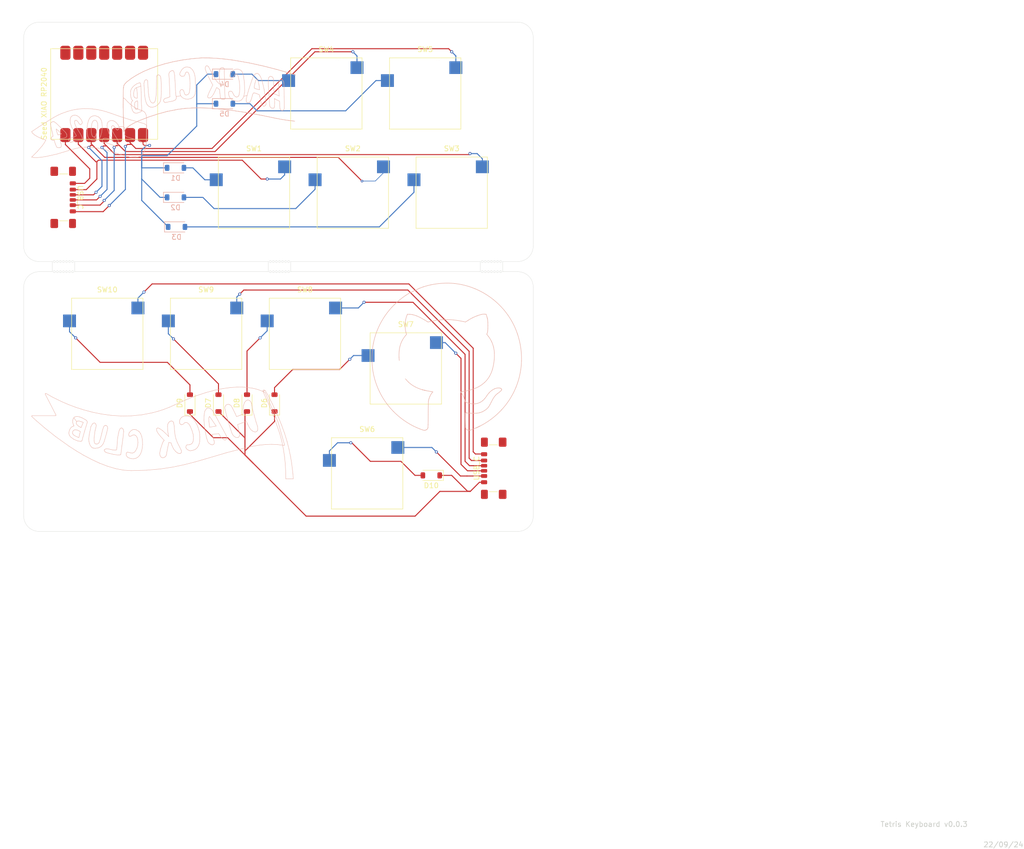
<source format=kicad_pcb>
(kicad_pcb (version 20240108) (generator "pcbnew") (generator_version "8.0")
  (layers (0 "F.Cu" signal) (31 "B.Cu" signal) (34 "B.Paste" user) (35 "F.Paste" user) (36 "B.SilkS" user "B.Silkscreen") (37 "F.SilkS" user "F.Silkscreen") (38 "B.Mask" user) (39 "F.Mask" user) (44 "Edge.Cuts" user))
  (net 0 "")
  (net 1 "Col5")
  (net 2 "Col4")
  (net 3 "Col2")
  (net 4 "Col3")
  (net 5 "Col1")
  (net 6 "Row2")
  (net 7 "Row1")
  (net 8 "Col5-B")
  (net 9 "Col4-B")
  (net 10 "Col3-B")
  (net 11 "Col1-B")
  (net 12 "Col2-B")
  (net 13 "Row2-B")
  (footprint "MountingHole:MountingHole_2.1mm" (layer "F.Cu") (at 22 128.4)
    (property "Reference" "2.1mm" (hide yes))
    (property "Value" "MountingHole_2.1mm")
  )
  (footprint "CherryMX_KailhSocket:CherryMX_1.00u_KailhSocket" (layer "F.Cu") (at 54.4 93)
    (property "Reference" "SW9")
    (property "Value" "CherryMX_1.00u_KailhSocket")
  )
  (footprint "Connector_USB:USB_C_Receptacle_GCT_USB4135-GF-A_6P_TopMnt_Horizontal" (layer "F.Cu") (at 25.2 66.2 -90)
    (property "Reference" "USB_C")
    (property "Value" "USB_C_Receptacle_GCT_USB4135-GF-A_6P_TopMnt_Horizontal")
  )
  (footprint "MountingHole:MountingHole_2.1mm" (layer "F.Cu") (at 115.2 128.4)
    (property "Reference" "2.1mm" (hide yes))
    (property "Value" "MountingHole_2.1mm")
  )
  (footprint "Diode_SMD:D_SOD-123" (layer "F.Cu") (at 62.43 106.6 90)
    (property "Reference" "D8")
    (property "Value" "1N4148W")
  )
  (footprint "Diode_SMD:D_SOD-123" (layer "F.Cu") (at 56.83 106.6 90)
    (property "Reference" "D7")
    (property "Value" "1N4148W")
  )
  (footprint "CherryMX_KailhSocket:CherryMX_1.00u_KailhSocket" (layer "F.Cu") (at 86.0125 120.4)
    (property "Reference" "SW6")
    (property "Value" "CherryMX_1.00u_KailhSocket")
  )
  (footprint "CherryMX_KailhSocket:CherryMX_1.00u_KailhSocket" (layer "F.Cu") (at 63.8 65.28)
    (property "Reference" "SW1")
    (property "Value" "CherryMX_1.00u_KailhSocket")
  )
  (footprint "MountingHole:MountingHole_2.1mm" (layer "F.Cu") (at 115.2 35.2)
    (property "Reference" "2.1mm" (hide yes))
    (property "Value" "MountingHole_2.1mm")
  )
  (footprint "CherryMX_KailhSocket:CherryMX_1.00u_KailhSocket" (layer "F.Cu") (at 78 45.8)
    (property "Reference" "SW4")
    (property "Value" "CherryMX_1.00u_KailhSocket")
  )
  (footprint "Diode_SMD:D_SOD-123" (layer "F.Cu") (at 98.6 120.8 180)
    (property "Reference" "D10")
    (property "Value" "1N4148W")
  )
  (footprint "Diode_SMD:D_SOD-123" (layer "F.Cu") (at 51.23 106.6 90)
    (property "Reference" "D9")
    (property "Value" "1N4148W")
  )
  (footprint "CherryMX_KailhSocket:CherryMX_1.00u_KailhSocket" (layer "F.Cu") (at 97.4 45.8)
    (property "Reference" "SW5")
    (property "Value" "CherryMX_1.00u_KailhSocket")
  )
  (footprint "Connector_USB:USB_C_Receptacle_GCT_USB4135-GF-A_6P_TopMnt_Horizontal" (layer "F.Cu") (at 112 119.4 90)
    (property "Reference" "USB_C")
    (property "Value" "USB_C_Receptacle_GCT_USB4135-GF-A_6P_TopMnt_Horizontal")
  )
  (footprint "Diode_SMD:D_SOD-123" (layer "F.Cu") (at 67.83 106.6 90)
    (property "Reference" "D6")
    (property "Value" "1N4148W")
  )
  (footprint "CherryMX_KailhSocket:CherryMX_1.00u_KailhSocket" (layer "F.Cu") (at 35 93)
    (property "Reference" "SW10")
    (property "Value" "CherryMX_1.00u_KailhSocket")
  )
  (footprint "CherryMX_KailhSocket:CherryMX_1.00u_KailhSocket" (layer "F.Cu") (at 93.6 99.8)
    (property "Reference" "SW7")
    (property "Value" "CherryMX_1.00u_KailhSocket")
  )
  (footprint "CherryMX_KailhSocket:CherryMX_1.00u_KailhSocket" (layer "F.Cu") (at 102.61 65.28)
    (property "Reference" "SW3")
    (property "Value" "CherryMX_1.00u_KailhSocket")
  )
  (footprint "MountingHole:MountingHole_2.1mm" (layer "F.Cu") (at 22 84.2)
    (property "Reference" "2.1mm" (hide yes))
    (property "Value" "MountingHole_2.1mm")
  )
  (footprint "MountingHole:MountingHole_2.1mm" (layer "F.Cu") (at 22 35.2)
    (property "Reference" "2.1mm" (hide yes))
    (property "Value" "MountingHole_2.1mm")
  )
  (footprint "CherryMX_KailhSocket:CherryMX_1.00u_KailhSocket" (layer "F.Cu") (at 73.8 93)
    (property "Reference" "SW8")
    (property "Value" "CherryMX_1.00u_KailhSocket")
  )
  (footprint "MountingHole:MountingHole_2.1mm" (layer "F.Cu") (at 115.2 84.2)
    (property "Reference" "REF**" (hide yes))
    (property "Value" "MountingHole_2.1mm")
  )
  (footprint "CherryMX_KailhSocket:CherryMX_1.00u_KailhSocket" (layer "F.Cu") (at 83.2 65.28)
    (property "Reference" "SW2")
    (property "Value" "CherryMX_1.00u_KailhSocket")
  )
  (footprint "MountingHole:MountingHole_2.1mm" (layer "F.Cu") (at 115.2 75.4)
    (property "Reference" "REF**" (hide yes))
    (property "Value" "MountingHole_2.1mm")
  )
  (footprint "XIAO_PCB:MOUDLE14P-SMD-2.54-21X17.8MM" (layer "F.Cu") (at 44.9 54.8 90)
    (property "Reference" "Seed XIAO RP2040")
    (property "Value" "MOUDLE14P-SMD-2.54-21X17.8MM")
  )
  (footprint "MountingHole:MountingHole_2.1mm" (layer "F.Cu") (at 22 75.4)
    (property "Reference" "2.1mm" (hide yes))
    (property "Value" "MountingHole_2.1mm")
  )
  (footprint "Diode_SMD:D_SOD-123" (layer "B.Cu") (at 58 42)
    (property "Reference" "D4")
    (property "Value" "1N4148W")
  )
  (footprint "Diode_SMD:D_SOD-123" (layer "B.Cu") (at 58 47.8)
    (property "Reference" "D5")
    (property "Value" "1N4148W")
  )
  (footprint "Diode_SMD:D_SOD-123" (layer "B.Cu") (at 48.4 60.4)
    (property "Reference" "D1")
    (property "Value" "1N4148W")
  )
  (footprint "Diode_SMD:D_SOD-123" (layer "B.Cu") (at 48.4 66.2)
    (property "Reference" "D2")
    (property "Value" "1N4148W")
  )
  (footprint "Diode_SMD:D_SOD-123" (layer "B.Cu") (at 48.6 72)
    (property "Reference" "D3")
    (property "Value" "1N4148W")
  )
  (gr_line (start 27.889513 55.388155) (end 28.707074 55.121466) (stroke (width 0.074)) (layer "B.SilkS"))
  (gr_line (start 29.671433 51.913459) (end 29.802835 51.905949) (stroke (width 0.074)) (layer "B.SilkS"))
  (gr_line (start 41.127521 41.986248) (end 40.56555 42.30517) (stroke (width 0.074)) (layer "B.SilkS"))
  (gr_line (start 52.803084 111.336854) (end 52.970867 111.846239) (stroke (width 0.074)) (layer "B.SilkS"))
  (gr_line (start 65.560519 104.193501) (end 65.62341 104.433355) (stroke (width 0.074)) (layer "B.SilkS"))
  (gr_line (start 32.522875 114.46727) (end 32.41156 114.021259) (stroke (width 0.074)) (layer "B.SilkS"))
  (gr_line (start 54.216197 40.733169) (end 54.360589 40.423571) (stroke (width 0.074)) (layer "B.SilkS"))
  (gr_line (start 44.812854 42.2221) (end 44.93773 42.154604) (stroke (width 0.074)) (layer "B.SilkS"))
  (gr_line (start 44.993589 112.569976) (end 44.708171 112.058824) (stroke (width 0.074)) (layer "B.SilkS"))
  (gr_line (start 104.631884 104.790834) (end 104.362819 104.391163) (stroke (width 0.098)) (layer "B.SilkS"))
  (gr_line (start 35.835693 52.330956) (end 35.89015 52.21823) (stroke (width 0.074)) (layer "B.SilkS"))
  (gr_line (start 21.72448 54.4924) (end 21.240743 54.251828) (stroke (width 0.074)) (layer "B.SilkS"))
  (gr_line (start 37.211323 112.52867) (end 37.034441 113.450888) (stroke (width 0.074)) (layer "B.SilkS"))
  (gr_line (start 69.315114 43.08895) (end 69.460084 43.198146) (stroke (width 0.074)) (layer "B.SilkS"))
  (gr_line (start 63.305895 106.695661) (end 63.610167 108.175165) (stroke (width 0.074)) (layer "B.SilkS"))
  (gr_line (start 42.291164 49.435993) (end 42.493933 49.701171) (stroke (width 0.074)) (layer "B.SilkS"))
  (gr_line (start 66.737178 42.613239) (end 66.866604 42.486262) (stroke (width 0.074)) (layer "B.SilkS"))
  (gr_line (start 47.335362 41.491872) (end 47.536509 41.366444) (stroke (width 0.074)) (layer "B.SilkS"))
  (gr_line (start 50.406371 41.692861) (end 50.349327 41.819822) (stroke (width 0.074)) (layer "B.SilkS"))
  (gr_line (start 49.879138 109.225658) (end 50.227956 109.140026) (stroke (width 0.074)) (layer "B.SilkS"))
  (gr_line (start 41.530637 112.574994) (end 41.759654 113.137687) (stroke (width 0.074)) (layer "B.SilkS"))
  (gr_line (start 29.887605 54.026395) (end 29.700663 53.665779) (stroke (width 0.074)) (layer "B.SilkS"))
  (gr_line (start 41.759654 113.137687) (end 41.897756 113.855359) (stroke (width 0.074)) (layer "B.SilkS"))
  (gr_line (start 37.968384 111.555019) (end 37.813198 111.483407) (stroke (width 0.074)) (layer "B.SilkS"))
  (gr_line (start 37.645405 111.521437) (end 37.4795 111.692638) (stroke (width 0.074)) (layer "B.SilkS"))
  (gr_line (start 43.102586 45.88615) (end 43.197346 46.495953) (stroke (width 0.074)) (layer "B.SilkS"))
  (gr_line (start 60.858866 46.08912) (end 60.959974 45.567977) (stroke (width 0.074)) (layer "B.SilkS"))
  (gr_line (start 53.06704 114.518376) (end 52.922982 114.930707) (stroke (width 0.074)) (layer "B.SilkS"))
  (gr_line (start 41.4408 49.044516) (end 41.633988 49.076177) (stroke (width 0.074)) (layer "B.SilkS"))
  (gr_line (start 55.713994 44.120371) (end 55.479044 43.70919) (stroke (width 0.074)) (layer "B.SilkS"))
  (gr_line (start 39.72503 48.397491) (end 39.943003 49.122845) (stroke (width 0.074)) (layer "B.SilkS"))
  (gr_line (start 32.745058 54.063197) (end 32.630323 54.242757) (stroke (width 0.074)) (layer "B.SilkS"))
  (gr_line (start 42.91083 43.310376) (end 42.948402 43.532996) (stroke (width 0.074)) (layer "B.SilkS"))
  (gr_line (start 35.188111 115.599951) (end 34.918826 115.56553) (stroke (width 0.074)) (layer "B.SilkS"))
  (gr_line (start 54.401388 104.523791) (end 52.512627 105.145296) (stroke (width 0.074)) (layer "B.SilkS"))
  (gr_line (start 104.362819 104.391163) (end 104.623878 104.350759) (stroke (width 0.098)) (layer "B.SilkS"))
  (gr_line (start 60.511448 113.39025) (end 60.218024 113.328538) (stroke (width 0.074)) (layer "B.SilkS"))
  (gr_line (start 69.93399 118.478227) (end 70.04341 120.556959) (stroke (width 0.074)) (layer "B.SilkS"))
  (gr_line (start 63.190012 47.140758) (end 63.324159 46.77334) (stroke (width 0.074)) (layer "B.SilkS"))
  (gr_line (start 55.126619 41.007265) (end 55.643033 42.018054) (stroke (width 0.074)) (layer "B.SilkS"))
  (gr_line (start 47.053652 113.200123) (end 46.931234 112.53231) (stroke (width 0.074)) (layer "B.SilkS"))
  (gr_line (start 59.147034 103.549892) (end 57.715283 103.743839) (stroke (width 0.074)) (layer "B.SilkS"))
  (gr_line (start 67.706212 48.652945) (end 67.494824 48.69301) (stroke (width 0.074)) (layer "B.SilkS"))
  (gr_line (start 29.858922 111.41016) (end 29.347687 111.127841) (stroke (width 0.074)) (layer "B.SilkS"))
  (gr_line (start 55.643033 42.018054) (end 56.232845 43.043523) (stroke (width 0.074)) (layer "B.SilkS"))
  (gr_line (start 31.935093 53.82549) (end 31.866643 53.351908) (stroke (width 0.074)) (layer "B.SilkS"))
  (gr_line (start 45.922235 114.277704) (end 46.046435 114.056699) (stroke (width 0.074)) (layer "B.SilkS"))
  (gr_line (start 54.961251 114.480587) (end 55.21586 114.679647) (stroke (width 0.074)) (layer "B.SilkS"))
  (gr_line (start 55.943968 108.521311) (end 55.943968 108.521315) (stroke (width 0.074)) (layer "B.SilkS"))
  (gr_arc (start 109.945009 104.587325) (mid 110.191491 104.342566) (end 110.461162 104.123619) (stroke (width 0.098)) (layer "B.SilkS"))
  (gr_arc (start 98.170907 105.679962) (mid 98.240865 105.487923) (end 98.319986 105.299474) (stroke (width 0.098)) (layer "B.SilkS"))
  (gr_line (start 47.669135 114.872921) (end 47.507398 114.403145) (stroke (width 0.074)) (layer "B.SilkS"))
  (gr_line (start 38.076279 113.5369) (end 38.213383 112.192421) (stroke (width 0.074)) (layer "B.SilkS"))
  (gr_line (start 23.995633 54.762496) (end 24.161393 54.973359) (stroke (width 0.074)) (layer "B.SilkS"))
  (gr_arc (start 97.044938 83.773706) (mid 97.76963 83.557086) (end 98.505314 83.38138) (stroke (width 0.098)) (layer "B.SilkS"))
  (gr_line (start 61.576689 103.465302) (end 60.433066 103.462963) (stroke (width 0.074)) (layer "B.SilkS"))
  (gr_line (start 45.8 114.576126) (end 45.922235 114.277704) (stroke (width 0.074)) (layer "B.SilkS"))
  (gr_line (start 31.026362 53.296561) (end 31.161793 54.144892) (stroke (width 0.074)) (layer "B.SilkS"))
  (gr_line (start 55.004589 109.303156) (end 55.05577 109.267641) (stroke (width 0.074)) (layer "B.SilkS"))
  (gr_line (start 69.790968 114.78742) (end 68.512126 110.296841) (stroke (width 0.074)) (layer "B.SilkS"))
  (gr_line (start 60.293664 46.482817) (end 60.459645 46.492794) (stroke (width 0.074)) (layer "B.SilkS"))
  (gr_line (start 48.32409 47.086127) (end 48.065809 47.228325) (stroke (width 0.074)) (layer "B.SilkS"))
  (gr_arc (start 92.50414 95.264137) (mid 92.674729 94.773726) (end 92.895609 94.303815) (stroke (width 0.098)) (layer "B.SilkS"))
  (gr_line (start 45.081304 42.142864) (end 45.228091 42.199041) (stroke (width 0.074)) (layer "B.SilkS"))
  (gr_line (start 29.022438 110.814549) (end 28.933929 110.626422) (stroke (width 0.074)) (layer "B.SilkS"))
  (gr_line (start 59.872576 46.145886) (end 60.137663 46.41112) (stroke (width 0.074)) (layer "B.SilkS"))
  (gr_arc (start 107.605617 89.456515) (mid 108.025901 89.312665) (end 108.453485 89.192238) (stroke (width 0.098)) (layer "B.SilkS"))
  (gr_line (start 41.671316 46.998333) (end 41.646372 45.510461) (stroke (width 0.074)) (layer "B.SilkS"))
  (gr_arc (start 92.268663 97.616269) (mid 92.264121 96.982153) (end 92.300256 96.349051) (stroke (width 0.098)) (layer "B.SilkS"))
  (gr_line (start 65.423257 50.119382) (end 68.07821 50.669593) (stroke (width 0.074)) (layer "B.SilkS"))
  (gr_line (start 65.045913 42.445428) (end 64.856317 42.14482) (stroke (width 0.074)) (layer "B.SilkS"))
  (gr_line (start 46.231569 39.984261) (end 44.73317 40.439209) (stroke (width 0.074)) (layer "B.SilkS"))
  (gr_line (start 65.9142 104.08063) (end 65.633099 104.359965) (stroke (width 0.074)) (layer "B.SilkS"))
  (gr_line (start 58.126395 107.251092) (end 58.282562 107.019704) (stroke (width 0.074)) (layer "B.SilkS"))
  (gr_line (start 30.39396 107.938737) (end 28.845648 107.439378) (stroke (width 0.074)) (layer "B.SilkS"))
  (gr_arc (start 109.836126 93.534956) (mid 110.159165 94.010027) (end 110.432 94.515604) (stroke (width 0.098)) (layer "B.SilkS"))
  (gr_line (start 51.70881 114.420678) (end 51.817063 114.205649) (stroke (width 0.074)) (layer "B.SilkS"))
  (gr_line (start 34.42795 115.946796) (end 34.536657 116.137266) (stroke (width 0.074)) (layer "B.SilkS"))
  (gr_line (start 29.854648 110.233598) (end 30.293484 110.392458) (stroke (width 0.074)) (layer "B.SilkS"))
  (gr_line (start 70.668788 51.102771) (end 71.798262 51.22759) (stroke (width 0.074)) (layer "B.SilkS"))
  (gr_line (start 39.437616 52.066888) (end 40.269042 51.592413) (stroke (width 0.074)) (layer "B.SilkS"))
  (gr_line (start 43.200715 48.344978) (end 42.992894 48.178445) (stroke (width 0.074)) (layer "B.SilkS"))
  (gr_line (start 45.546619 46.615021) (end 45.473158 47.105591) (stroke (width 0.074)) (layer "B.SilkS"))
  (gr_line (start 66.139891 47.458585) (end 65.990601 46.217771) (stroke (width 0.074)) (layer "B.SilkS"))
  (gr_line (start 38.124575 45.619694) (end 38.114792 48.491403) (stroke (width 0.074)) (layer "B.SilkS"))
  (gr_line (start 98.61865 90.534721) (end 97.952349 90.680159) (stroke (width 0.098)) (layer "B.SilkS"))
  (gr_line (start 36.122949 57.314712) (end 34.868404 56.928501) (stroke (width 0.074)) (layer "B.SilkS"))
  (gr_line (start 33.204084 54.886505) (end 33.403623 54.732267) (stroke (width 0.074)) (layer "B.SilkS"))
  (gr_line (start 29.441986 110.120566) (end 29.854648 110.233598) (stroke (width 0.074)) (layer "B.SilkS"))
  (gr_arc (start 110.943411 98.14937) (mid 110.815483 99.055881) (end 110.608391 99.947644) (stroke (width 0.098)) (layer "B.SilkS"))
  (gr_line (start 32.489133 54.337605) (end 32.353563 54.355357) (stroke (width 0.074)) (layer "B.SilkS"))
  (gr_line (start 65.24469 42.895172) (end 65.045913 42.445428) (stroke (width 0.074)) (layer "B.SilkS"))
  (gr_line (start 48.922487 48.900109) (end 50.202587 48.741681) (stroke (width 0.074)) (layer "B.SilkS"))
  (gr_line (start 48.065809 47.228325) (end 47.676743 47.321537) (stroke (width 0.074)) (layer "B.SilkS"))
  (gr_line (start 28.076132 49.069195) (end 29.199021 48.86218) (stroke (width 0.074)) (layer "B.SilkS"))
  (gr_line (start 31.510104 114.554798) (end 31.663718 114.939482) (stroke (width 0.074)) (layer "B.SilkS"))
  (gr_line (start 43.52178 47.420962) (end 43.770727 47.644621) (stroke (width 0.074)) (layer "B.SilkS"))
  (gr_line (start 58.762384 49.018975) (end 62.27913 49.535219) (stroke (width 0.074)) (layer "B.SilkS"))
  (gr_line (start 39.502681 116.357667) (end 39.892544 116.426614) (stroke (width 0.074)) (layer "B.SilkS"))
  (gr_line (start 46.085806 47.021595) (end 46.208324 46.861442) (stroke (width 0.074)) (layer "B.SilkS"))
  (gr_line (start 69.481339 50.930231) (end 70.668788 51.102771) (stroke (width 0.074)) (layer "B.SilkS"))
  (gr_line (start 94.368619 89.171009) (end 93.902134 89.16036) (stroke (width 0.098)) (layer "B.SilkS"))
  (gr_line (start 48.714796 116.348776) (end 48.374169 116.053425) (stroke (width 0.074)) (layer "B.SilkS"))
  (gr_line (start 52.734829 115.264691) (end 52.506019 115.516248) (stroke (width 0.074)) (layer "B.SilkS"))
  (gr_line (start 38.86155 43.493671) (end 38.522162 43.831239) (stroke (width 0.074)) (layer "B.SilkS"))
  (gr_line (start 36.470448 51.288346) (end 36.204602 51.160586) (stroke (width 0.074)) (layer "B.SilkS"))
  (gr_line (start 47.07754 114.354883) (end 46.87897 115.26967) (stroke (width 0.074)) (layer "B.SilkS"))
  (gr_line (start 42.493933 49.701171) (end 42.640949 50.064782) (stroke (width 0.074)) (layer "B.SilkS"))
  (gr_line (start 51.153587 42.443431) (end 51.054177 42.06454) (stroke (width 0.074)) (layer "B.SilkS"))
  (gr_line (start 30.540334 48.76117) (end 32.091811 48.82777) (stroke (width 0.074)) (layer "B.SilkS"))
  (gr_line (start 24.922766 109.030583) (end 24.840815 109.077919) (stroke (width 0.074)) (layer "B.SilkS"))
  (gr_line (start 55.180319 46.662894) (end 54.888006 46.67788) (stroke (width 0.074)) (layer "B.SilkS"))
  (gr_line (start 39.571005 46.048885) (end 39.67547 46.665636) (stroke (width 0.074)) (layer "B.SilkS"))
  (gr_line (start 58.320681 112.903295) (end 55.943968 108.521311) (stroke (width 0.074)) (layer "B.SilkS"))
  (gr_line (start 33.491018 50.569167) (end 33.286148 50.407711) (stroke (width 0.074)) (layer "B.SilkS"))
  (gr_line (start 41.812837 108.900693) (end 39.726903 109.108518) (stroke (width 0.074)) (layer "B.SilkS"))
  (gr_line (start 32.094437 115.376358) (end 32.315532 115.455917) (stroke (width 0.074)) (layer "B.SilkS"))
  (gr_line (start 37.695239 109.135487) (end 35.73198 109.006796) (stroke (width 0.074)) (layer "B.SilkS"))
  (gr_line (start 30.293484 110.392458) (end 30.29348 110.392457) (stroke (width 0.074)) (layer "B.SilkS"))
  (gr_line (start 28.174505 112.473617) (end 28.216817 112.194834) (stroke (width 0.074)) (layer "B.SilkS"))
  (gr_line (start 50.656305 109.152343) (end 50.982577 109.190328) (stroke (width 0.074)) (layer "B.SilkS"))
  (gr_line (start 56.790396 43.72495) (end 57.084548 43.963713) (stroke (width 0.074)) (layer "B.SilkS"))
  (gr_line (start 29.562174 112.81245) (end 29.423872 113.387703) (stroke (width 0.074)) (layer "B.SilkS"))
  (gr_line (start 69.769219 114.87976) (end 69.790968 114.78742) (stroke (width 0.074)) (layer "B.SilkS"))
  (gr_line (start 48.101378 41.592203) (end 48.222674 42.195488) (stroke (width 0.074)) (layer "B.SilkS"))
  (gr_line (start 33.186824 114.573149) (end 32.949982 114.656271) (stroke (width 0.074)) (layer "B.SilkS"))
  (gr_line (start 32.538674 110.512949) (end 32.387155 110.511684) (stroke (width 0.074)) (layer "B.SilkS"))
  (gr_line (start 61.015198 44.707258) (end 60.931845 43.513386) (stroke (width 0.074)) (layer "B.SilkS"))
  (gr_line (start 37.319407 52.656863) (end 37.331028 52.574112) (stroke (width 0.074)) (layer "B.SilkS"))
  (gr_line (start 22.888223 58.190419) (end 21.968491 58.326287) (stroke (width 0.074)) (layer "B.SilkS"))
  (gr_line (start 40.420318 111.781527) (end 40.677483 111.842107) (stroke (width 0.074)) (layer "B.SilkS"))
  (gr_line (start 105.842524 108.564449) (end 106.105592 108.585732) (stroke (width 0.098)) (layer "B.SilkS"))
  (gr_line (start 40.34865 47.96719) (end 40.381074 47.645819) (stroke (width 0.074)) (layer "B.SilkS"))
  (gr_line (start 50.464912 105.94482) (end 48.254934 106.940113) (stroke (width 0.074)) (layer "B.SilkS"))
  (gr_arc (start 110.432 94.515604) (mid 110.650038 95.043538) (end 110.812026 95.591274) (stroke (width 0.098)) (layer "B.SilkS"))
  (gr_line (start 34.286566 111.2647) (end 34.0994 111.8237) (stroke (width 0.074)) (layer "B.SilkS"))
  (gr_line (start 32.214385 54.292343) (end 32.062373 54.144892) (stroke (width 0.074)) (layer "B.SilkS"))
  (gr_line (start 41.603544 44.340627) (end 41.509324 43.816897) (stroke (width 0.074)) (layer "B.SilkS"))
  (gr_line (start 61.732681 108.352298) (end 61.648419 107.857135) (stroke (width 0.074)) (layer "B.SilkS"))
  (gr_line (start 34.39151 114.153021) (end 34.891782 112.438098) (stroke (width 0.074)) (layer "B.SilkS"))
  (gr_line (start 41.127521 41.986248) (end 40.56555 42.30517) (stroke (width 0.074)) (layer "B.SilkS"))
  (gr_line (start 54.042948 110.918265) (end 54.167087 111.856919) (stroke (width 0.074)) (layer "B.SilkS"))
  (gr_arc (start 107.789938 103.434316) (mid 107.461778 103.593192) (end 107.126131 103.73557) (stroke (width 0.098)) (layer "B.SilkS"))
  (gr_line (start 36.918031 52.960337) (end 37.049578 52.952848) (stroke (width 0.074)) (layer "B.SilkS"))
  (gr_line (start 42.463506 56.221033) (end 42.272916 55.842144) (stroke (width 0.074)) (layer "B.SilkS"))
  (gr_line (start 33.230943 115.397241) (end 33.561258 115.253363) (stroke (width 0.074)) (layer "B.SilkS"))
  (gr_line (start 39.67547 46.665636) (end 39.8194 47.010728) (stroke (width 0.074)) (layer "B.SilkS"))
  (gr_line (start 45.154262 47.748922) (end 44.924664 47.997018) (stroke (width 0.074)) (layer "B.SilkS"))
  (gr_line (start 32.067207 108.383224) (end 30.39396 107.938737) (stroke (width 0.074)) (layer "B.SilkS"))
  (gr_line (start 64.319047 41.858968) (end 64.160569 41.887113) (stroke (width 0.074)) (layer "B.SilkS"))
  (gr_line (start 110.120048 106.89211) (end 110.344821 106.461292) (stroke (width 0.098)) (layer "B.SilkS"))
  (gr_line (start 27.598672 111.868687) (end 27.475162 112.338331) (stroke (width 0.074)) (layer "B.SilkS"))
  (gr_arc (start 105.252415 108.634901) (mid 105.267073 108.562034) (end 105.308389 108.500243) (stroke (width 0.098)) (layer "B.SilkS"))
  (gr_line (start 42.640949 50.064782) (end 42.703647 50.542313) (stroke (width 0.074)) (layer "B.SilkS"))
  (gr_line (start 32.062373 54.144892) (end 31.935093 53.82549) (stroke (width 0.074)) (layer "B.SilkS"))
  (gr_line (start 67.649931 43.558674) (end 67.657261 44.090993) (stroke (width 0.074)) (layer "B.SilkS"))
  (gr_line (start 96.80728 103.968222) (end 97.376404 104.106578) (stroke (width 0.098)) (layer "B.SilkS"))
  (gr_line (start 98.675372 104.355586) (end 98.905806 104.392805) (stroke (width 0.098)) (layer "B.SilkS"))
  (gr_line (start 28.425739 109.49072) (end 28.28001 109.765053) (stroke (width 0.074)) (layer "B.SilkS"))
  (gr_arc (start 98.505314 83.38138) (mid 99.282197 83.238523) (end 100.065162 83.134022) (stroke (width 0.098)) (layer "B.SilkS"))
  (gr_line (start 35.02115 111.202227) (end 34.820513 110.99872) (stroke (width 0.074)) (layer "B.SilkS"))
  (gr_line (start 29.199021 48.86218) (end 30.540334 48.76117) (stroke (width 0.074)) (layer "B.SilkS"))
  (gr_arc (start 112.248383 104.214558) (mid 112.134702 104.31965) (end 112.01511 104.417963) (stroke (width 0.098)) (layer "B.SilkS"))
  (gr_arc (start 92.895609 94.303815) (mid 93.170952 93.843691) (end 93.488727 93.411779) (stroke (width 0.098)) (layer "B.SilkS"))
  (gr_line (start 25.877083 55.453156) (end 25.825283 55.293783) (stroke (width 0.074)) (layer "B.SilkS"))
  (gr_line (start 27.475162 112.338331) (end 27.472356 112.588144) (stroke (width 0.074)) (layer "B.SilkS"))
  (gr_line (start 66.075924 114.733552) (end 67.279395 114.695571) (stroke (width 0.074)) (layer "B.SilkS"))
  (gr_line (start 55.282327 107.714368) (end 54.960166 107.584417) (stroke (width 0.074)) (layer "B.SilkS"))
  (gr_line (start 41.562595 116.505562) (end 41.312883 116.917534) (stroke (width 0.074)) (layer "B.SilkS"))
  (gr_line (start 40.928751 47.283464) (end 40.958522 47.451879) (stroke (width 0.074)) (layer "B.SilkS"))
  (gr_line (start 62.299934 46.789227) (end 62.257707 47.232357) (stroke (width 0.074)) (layer "B.SilkS"))
  (gr_line (start 64.924755 46.324235) (end 64.921945 46.305021) (stroke (width 0.074)) (layer "B.SilkS"))
  (gr_line (start 39.94212 111.848857) (end 40.174978 111.784571) (stroke (width 0.074)) (layer "B.SilkS"))
  (gr_line (start 36.871979 56.240152) (end 37.011156 56.202027) (stroke (width 0.074)) (layer "B.SilkS"))
  (gr_line (start 38.120912 47.860741) (end 38.171073 46.724394) (stroke (width 0.074)) (layer "B.SilkS"))
  (gr_line (start 66.169269 47.928485) (end 66.139891 47.458585) (stroke (width 0.074)) (layer "B.SilkS"))
  (gr_line (start 47.536509 41.366444) (end 47.813828 41.281398) (stroke (width 0.074)) (layer "B.SilkS"))
  (gr_line (start 61.736584 107.093616) (end 61.918244 106.547589) (stroke (width 0.074)) (layer "B.SilkS"))
  (gr_line (start 39.63309 50.994622) (end 42.214174 51.707258) (stroke (width 0.074)) (layer "B.SilkS"))
  (gr_line (start 93.902134 89.16036) (end 93.774984 89.499024) (stroke (width 0.098)) (layer "B.SilkS"))
  (gr_line (start 33.845196 49.123585) (end 34.795024 49.3767) (stroke (width 0.074)) (layer "B.SilkS"))
  (gr_line (start 25.312648 56.443665) (end 25.667293 56.439847) (stroke (width 0.074)) (layer "B.SilkS"))
  (gr_line (start 25.910753 54.65971) (end 26.707363 54.501017) (stroke (width 0.074)) (layer "B.SilkS"))
  (gr_arc (start 105.842524 108.564449) (mid 105.774461 108.557973) (end 105.706887 108.547567) (stroke (width 0.098)) (layer "B.SilkS"))
  (gr_line (start 21.201219 58.387127) (end 20.592487 58.375923) (stroke (width 0.074)) (layer "B.SilkS"))
  (gr_line (start 98.905806 104.392805) (end 98.691571 104.663298) (stroke (width 0.098)) (layer "B.SilkS"))
  (gr_line (start 36.546033 52.470864) (end 36.706321 52.744974) (stroke (width 0.074)) (layer "B.SilkS"))
  (gr_line (start 65.695647 104.043542) (end 65.593291 104.094437) (stroke (width 0.074)) (layer "B.SilkS"))
  (gr_arc (start 95.467013 103.433543) (mid 94.758407 103.003633) (end 94.117328 102.478311) (stroke (width 0.098)) (layer "B.SilkS"))
  (gr_line (start 49.558893 116.020265) (end 49.553345 116.263714) (stroke (width 0.074)) (layer "B.SilkS"))
  (gr_arc (start 87.055958 99.678278) (mid 86.957884 97.2348) (end 87.249009 94.806745) (stroke (width 0.098)) (layer "B.SilkS"))
  (gr_line (start 61.067022 109.001827) (end 61.770974 108.698648) (stroke (width 0.074)) (layer "B.SilkS"))
  (gr_line (start 55.123307 109.284473) (end 56.380679 111.113594) (stroke (width 0.074)) (layer "B.SilkS"))
  (gr_line (start 60.475638 41.000899) (end 60.712786 41.025622) (stroke (width 0.074)) (layer "B.SilkS"))
  (gr_line (start 45.927411 117.339967) (end 45.69645 117.30094) (stroke (width 0.074)) (layer "B.SilkS"))
  (gr_line (start 25.160752 57.681668) (end 22.888223 58.190419) (stroke (width 0.074)) (layer "B.SilkS"))
  (gr_line (start 45.495997 113.186343) (end 44.993589 112.569976) (stroke (width 0.074)) (layer "B.SilkS"))
  (gr_line (start 63.03659 47.429244) (end 63.190012 47.140758) (stroke (width 0.074)) (layer "B.SilkS"))
  (gr_line (start 49.720336 42.445122) (end 49.516902 42.396632) (stroke (width 0.074)) (layer "B.SilkS"))
  (gr_line (start 48.159883 111.223805) (end 48.204319 112.068203) (stroke (width 0.074)) (layer "B.SilkS"))
  (gr_line (start 109.364938 89.16036) (end 109.064339 89.138685) (stroke (width 0.098)) (layer "B.SilkS"))
  (gr_line (start 24.038553 52.744183) (end 24.148443 53.189034) (stroke (width 0.074)) (layer "B.SilkS"))
  (gr_line (start 57.237349 46.679715) (end 57.192218 46.557968) (stroke (width 0.074)) (layer "B.SilkS"))
  (gr_line (start 49.268102 116.521766) (end 49.017646 116.498594) (stroke (width 0.074)) (layer "B.SilkS"))
  (gr_line (start 35.273381 53.469383) (end 35.603763 54.135078) (stroke (width 0.074)) (layer "B.SilkS"))
  (gr_arc (start 95.087188 111.109253) (mid 93.016532 109.838319) (end 91.177758 108.2503) (stroke (width 0.098)) (layer "B.SilkS"))
  (gr_line (start 25.788653 56.416352) (end 25.938503 56.294178) (stroke (width 0.074)) (layer "B.SilkS"))
  (gr_line (start 38.288548 44.159517) (end 38.182928 44.628156) (stroke (width 0.074)) (layer "B.SilkS"))
  (gr_line (start 32.925288 54.997036) (end 33.204084 54.886505) (stroke (width 0.074)) (layer "B.SilkS"))
  (gr_line (start 50.828995 41.624018) (end 50.634276 41.57476) (stroke (width 0.074)) (layer "B.SilkS"))
  (gr_line (start 62.693966 47.618906) (end 62.885471 47.550233) (stroke (width 0.074)) (layer "B.SilkS"))
  (gr_line (start 49.419295 46.243473) (end 49.304877 45.927302) (stroke (width 0.074)) (layer "B.SilkS"))
  (gr_line (start 50.497378 41.60444) (end 50.406371 41.692861) (stroke (width 0.074)) (layer "B.SilkS"))
  (gr_line (start 66.864314 48.04596) (end 66.727266 45.813972) (stroke (width 0.074)) (layer "B.SilkS"))
  (gr_line (start 34.410298 115.837457) (end 34.42795 115.946796) (stroke (width 0.074)) (layer "B.SilkS"))
  (gr_line (start 63.490322 112.076351) (end 63.162553 111.795449) (stroke (width 0.074)) (layer "B.SilkS"))
  (gr_line (start 58.377192 113.722692) (end 58.469605 113.507436) (stroke (width 0.074)) (layer "B.SilkS"))
  (gr_line (start 69.792438 112.516861) (end 69.220631 110.935272) (stroke (width 0.074)) (layer "B.SilkS"))
  (gr_line (start 40.819378 115.477682) (end 40.965373 114.963756) (stroke (width 0.074)) (layer "B.SilkS"))
  (gr_line (start 32.387155 110.511684) (end 32.225895 110.586854) (stroke (width 0.074)) (layer "B.SilkS"))
  (gr_line (start 29.297218 55.011199) (end 29.876783 55.016723) (stroke (width 0.074)) (layer "B.SilkS"))
  (gr_line (start 38.553708 52.813631) (end 38.789741 52.561326) (stroke (width 0.074)) (layer "B.SilkS"))
  (gr_line (start 51.632054 48.640385) (end 53.22351 48.612054) (stroke (width 0.074)) (layer "B.SilkS"))
  (gr_line (start 20.176688 109.239515) (end 21.100665 110.084931) (stroke (width 0.074)) (layer "B.SilkS"))
  (gr_line (start 58.915347 46.305422) (end 58.817295 45.941215) (stroke (width 0.074)) (layer "B.SilkS"))
  (gr_line (start 37.4795 111.692638) (end 37.329975 112.020539) (stroke (width 0.074)) (layer "B.SilkS"))
  (gr_line (start 62.282024 47.403387) (end 62.351313 47.507536) (stroke (width 0.074)) (layer "B.SilkS"))
  (gr_line (start 38.86155 43.493671) (end 38.522162 43.831239) (stroke (width 0.074)) (layer "B.SilkS"))
  (gr_line (start 40.269042 51.592413) (end 41.22299 51.145589) (stroke (width 0.074)) (layer "B.SilkS"))
  (gr_line (start 47.172359 107.424531) (end 46.090986 107.841688) (stroke (width 0.074)) (layer "B.SilkS"))
  (gr_line (start 64.420611 41.846427) (end 64.319047 41.858968) (stroke (width 0.074)) (layer "B.SilkS"))
  (gr_line (start 61.556528 41.711197) (end 61.763943 42.483047) (stroke (width 0.074)) (layer "B.SilkS"))
  (gr_line (start 54.774194 46.137019) (end 54.999339 45.579022) (stroke (width 0.074)) (layer "B.SilkS"))
  (gr_line (start 68.90055 48.711664) (end 68.802651 47.301964) (stroke (width 0.074)) (layer "B.SilkS"))
  (gr_line (start 36.063087 54.98222) (end 36.031298 55.029909) (stroke (width 0.074)) (layer "B.SilkS"))
  (gr_line (start 45.228423 111.577052) (end 45.875184 112.024159) (stroke (width 0.074)) (layer "B.SilkS"))
  (gr_line (start 35.004137 52.672161) (end 35.273381 53.469383) (stroke (width 0.074)) (layer "B.SilkS"))
  (gr_line (start 54.722344 46.498305) (end 54.715401 46.339573) (stroke (width 0.074)) (layer "B.SilkS"))
  (gr_line (start 111.570493 104.754322) (end 112.01511 104.417963) (stroke (width 0.098)) (layer "B.SilkS"))
  (gr_arc (start 110.608391 99.947644) (mid 110.343683 100.69924) (end 109.98172 101.409134) (stroke (width 0.098)) (layer "B.SilkS"))
  (gr_line (start 42.72322 52.020537) (end 42.696317 54.976991) (stroke (width 0.074)) (layer "B.SilkS"))
  (gr_arc (start 112.409938 103.931836) (mid 112.399961 104.000963) (end 112.370855 104.064457) (stroke (width 0.098)) (layer "B.SilkS"))
  (gr_line (start 34.412946 111.094246) (end 34.286566 111.2647) (stroke (width 0.074)) (layer "B.SilkS"))
  (gr_line (start 28.375373 110.900276) (end 28.464397 111.100744) (stroke (width 0.074)) (layer "B.SilkS"))
  (gr_line (start 104.623878 104.350759) (end 105.616876 104.173448) (stroke (width 0.098)) (layer "B.SilkS"))
  (gr_line (start 48.204319 112.068203) (end 48.338476 113.077586) (stroke (width 0.074)) (layer "B.SilkS"))
  (gr_arc (start 109.579028 89.88103) (mid 109.64104 90.125581) (end 109.678949 90.375008) (stroke (width 0.098)) (layer "B.SilkS"))
  (gr_line (start 21.100665 110.084931) (end 22.711874 111.471675) (stroke (width 0.074)) (layer "B.SilkS"))
  (gr_line (start 32.242332 55.044298) (end 32.595337 55.05319) (stroke (width 0.074)) (layer "B.SilkS"))
  (gr_line (start 28.106524 111.221476) (end 27.813537 111.48693) (stroke (width 0.074)) (layer "B.SilkS"))
  (gr_line (start 27.179921 49.32061) (end 28.076132 49.069195) (stroke (width 0.074)) (layer "B.SilkS"))
  (gr_line (start 35.8378 52.635294) (end 35.835693 52.330956) (stroke (width 0.074)) (layer "B.SilkS"))
  (gr_line (start 27.445829 54.691839) (end 27.414208 54.813395) (stroke (width 0.074)) (layer "B.SilkS"))
  (gr_line (start 32.360752 51.095052) (end 32.600723 51.051359) (stroke (width 0.074)) (layer "B.SilkS"))
  (gr_arc (start 107.518707 108.584042) (mid 107.164629 108.605192) (end 106.809964 108.610738) (stroke (width 0.098)) (layer "B.SilkS"))
  (gr_line (start 33.100084 51.662003) (end 33.132222 52.148578) (stroke (width 0.074)) (layer "B.SilkS"))
  (gr_line (start 38.182928 44.628156) (end 38.124575 45.619694) (stroke (width 0.074)) (layer "B.SilkS"))
  (gr_arc (start 93.138721 101.21272) (mid 92.776667 100.428009) (end 92.528338 99.600249) (stroke (width 0.098)) (layer "B.SilkS"))
  (gr_line (start 57.880979 40.81625) (end 57.955824 40.958314) (stroke (width 0.074)) (layer "B.SilkS"))
  (gr_line (start 58.067689 107.539795) (end 58.126395 107.251092) (stroke (width 0.074)) (layer "B.SilkS"))
  (gr_line (start 51.330709 114.719501) (end 51.553815 114.592083) (stroke (width 0.074)) (layer "B.SilkS"))
  (gr_line (start 63.792534 45.682864) (end 63.959264 45.700146) (stroke (width 0.074)) (layer "B.SilkS"))
  (gr_line (start 66.648937 42.818341) (end 66.737178 42.613239) (stroke (width 0.074)) (layer "B.SilkS"))
  (gr_line (start 48.475909 46.913872) (end 48.32409 47.086127) (stroke (width 0.074)) (layer "B.SilkS"))
  (gr_line (start 41.195491 58.245103) (end 40.537411 58.377645) (stroke (width 0.074)) (layer "B.SilkS"))
  (gr_line (start 68.899019 43.134214) (end 69.164867 43.056963) (stroke (width 0.074)) (layer "B.SilkS"))
  (gr_line (start 39.762652 47.44606) (end 39.667667 47.842844) (stroke (width 0.074)) (layer "B.SilkS"))
  (gr_line (start 41.196045 43.738568) (end 40.814279 43.885421) (stroke (width 0.074)) (layer "B.SilkS"))
  (gr_line (start 45.875184 112.024159) (end 46.860346 112.946191) (stroke (width 0.074)) (layer "B.SilkS"))
  (gr_line (start 69.724746 48.788219) (end 69.641191 48.992503) (stroke (width 0.074)) (layer "B.SilkS"))
  (gr_line (start 52.315063 118.132365) (end 54.351151 117.542508) (stroke (width 0.074)) (layer "B.SilkS"))
  (gr_line (start 60.017727 47.229993) (end 59.636412 47.096246) (stroke (width 0.074)) (layer "B.SilkS"))
  (gr_line (start 25.323563 53.932253) (end 25.213396 53.69956) (stroke (width 0.074)) (layer "B.SilkS"))
  (gr_line (start 29.700663 53.665779) (end 29.377335 53.174007) (stroke (width 0.074)) (layer "B.SilkS"))
  (gr_line (start 40.56555 42.30517) (end 39.715388 42.8416) (stroke (width 0.074)) (layer "B.SilkS"))
  (gr_line (start 65.893319 48.269145) (end 66.036571 48.15325) (stroke (width 0.074)) (layer "B.SilkS"))
  (gr_line (start 28.416624 54.353771) (end 27.539493 54.604987) (stroke (width 0.074)) (layer "B.SilkS"))
  (gr_line (start 59.076105 42.466519) (end 59.042454 42.22117) (stroke (width 0.074)) (layer "B.SilkS"))
  (gr_line (start 40.882803 47.23344) (end 40.928751 47.283464) (stroke (width 0.074)) (layer "B.SilkS"))
  (gr_line (start 34.334942 54.609701) (end 34.146259 54.699663) (stroke (width 0.074)) (layer "B.SilkS"))
  (gr_line (start 35.136333 51.433162) (end 35.020067 51.690757) (stroke (width 0.074)) (layer "B.SilkS"))
  (gr_line (start 54.960166 107.584417) (end 54.667309 107.571307) (stroke (width 0.074)) (layer "B.SilkS"))
  (gr_arc (start 104.631884 104.790834) (mid 104.731909 104.94691) (end 104.824782 105.107345) (stroke (width 0.098)) (layer "B.SilkS"))
  (gr_line (start 61.949508 45.604707) (end 61.794555 46.340149) (stroke (width 0.074)) (layer "B.SilkS"))
  (gr_line (start 31.925072 117.677773) (end 33.482902 118.400119) (stroke (width 0.074)) (layer "B.SilkS"))
  (gr_line (start 65.988912 104.135991) (end 65.988913 104.135964) (stroke (width 0.074)) (layer "B.SilkS"))
  (gr_line (start 28.893213 51.061915) (end 29.038687 51.129059) (stroke (width 0.074)) (layer "B.SilkS"))
  (gr_line (start 37.011156 56.202027) (end 37.123603 56.063634) (stroke (width 0.074)) (layer "B.SilkS"))
  (gr_line (start 51.892906 41.405517) (end 52.065692 41.794121) (stroke (width 0.074)) (layer "B.SilkS"))
  (gr_line (start 54.360589 40.423571) (end 54.466738 40.368347) (stroke (width 0.074)) (layer "B.SilkS"))
  (gr_line (start 35.249107 54.695227) (end 34.944302 54.609835) (stroke (width 0.074)) (layer "B.SilkS"))
  (gr_line (start 41.728373 48.184257) (end 41.671316 46.998333) (stroke (width 0.074)) (layer "B.SilkS"))
  (gr_line (start 28.833818 111.841501) (end 29.086694 111.893323) (stroke (width 0.074)) (layer "B.SilkS"))
  (gr_line (start 54.000112 109.033909) (end 53.978399 109.957147) (stroke (width 0.074)) (layer "B.SilkS"))
  (gr_line (start 31.141084 51.76877) (end 31.033218 52.497791) (stroke (width 0.074)) (layer "B.SilkS"))
  (gr_line (start 31.037096 110.521865) (end 31.063491 110.371388) (stroke (width 0.074)) (layer "B.SilkS"))
  (gr_line (start 51.919051 113.694031) (end 51.911181 113.155847) (stroke (width 0.074)) (layer "B.SilkS"))
  (gr_line (start 48.922487 48.900109) (end 50.202587 48.741681) (stroke (width 0.074)) (layer "B.SilkS"))
  (gr_line (start 38.959145 54.350455) (end 38.697042 54.228121) (stroke (width 0.074)) (layer "B.SilkS"))
  (gr_line (start 65.707929 40.41989) (end 62.831919 39.787201) (stroke (width 0.074)) (layer "B.SilkS"))
  (gr_line (start 56.497173 44.619612) (end 56.388109 44.785733) (stroke (width 0.074)) (layer "B.SilkS"))
  (gr_line (start 30.024758 114.006992) (end 30.535662 112.163216) (stroke (width 0.074)) (layer "B.SilkS"))
  (gr_arc (start 109.087845 108.040171) (mid 108.842087 108.186821) (end 108.58628 108.31514) (stroke (width 0.098)) (layer "B.SilkS"))
  (gr_line (start 97.952349 90.680159) (end 97.288643 90.275613) (stroke (width 0.098)) (layer "B.SilkS"))
  (gr_line (start 30.653247 109.820423) (end 30.653247 109.820422) (stroke (width 0.074)) (layer "B.SilkS"))
  (gr_line (start 28.913685 54.117526) (end 28.815351 54.205351) (stroke (width 0.074)) (layer "B.SilkS"))
  (gr_line (start 49.218218 110.553278) (end 49.218219 110.553281) (stroke (width 0.074)) (layer "B.SilkS"))
  (gr_line (start 48.222674 42.195488) (end 48.293496 43.268668) (stroke (width 0.074)) (layer "B.SilkS"))
  (gr_line (start 63.959264 45.700146) (end 64.279864 45.794362) (stroke (width 0.074)) (layer "B.SilkS"))
  (gr_line (start 53.22351 48.612054) (end 54.989571 48.672518) (stroke (width 0.074)) (layer "B.SilkS"))
  (gr_line (start 64.934392 46.358653) (end 65.053238 46.900588) (stroke (width 0.074)) (layer "B.SilkS"))
  (gr_line (start 36.949574 114.475546) (end 36.896316 115.339448) (stroke (width 0.074)) (layer "B.SilkS"))
  (gr_line (start 61.352794 41.35969) (end 61.556528 41.711197) (stroke (width 0.074)) (layer "B.SilkS"))
  (gr_line (start 47.7091 110.125521) (end 47.891119 110.237452) (stroke (width 0.074)) (layer "B.SilkS"))
  (gr_line (start 58.01088 42.713104) (end 58.014543 44.394467) (stroke (width 0.074)) (layer "B.SilkS"))
  (gr_line (start 38.27878 53.028861) (end 38.292225 53.312757) (stroke (width 0.074)) (layer "B.SilkS"))
  (gr_line (start 59.610242 41.35969) (end 59.922415 41.149692) (stroke (width 0.074)) (layer "B.SilkS"))
  (gr_line (start 39.483015 47.880207) (end 40.028193 48.313054) (stroke (width 0.074)) (layer "B.SilkS"))
  (gr_line (start 40.958522 47.451879) (end 40.981921 47.989697) (stroke (width 0.074)) (layer "B.SilkS"))
  (gr_line (start 63.842258 112.240048) (end 63.490322 112.076351) (stroke (width 0.074)) (layer "B.SilkS"))
  (gr_arc (start 93.579938 85.450654) (mid 94.090586 85.133373) (end 94.622215 84.852662) (stroke (width 0.098)) (layer "B.SilkS"))
  (gr_line (start 20.148373 58.295656) (end 21.287695 57.172301) (stroke (width 0.074)) (layer "B.SilkS"))
  (gr_line (start 36.706321 52.744974) (end 36.918031 52.960337) (stroke (width 0.074)) (layer "B.SilkS"))
  (gr_line (start 38.789741 52.561326) (end 39.437616 52.066888) (stroke (width 0.074)) (layer "B.SilkS"))
  (gr_line (start 43.674866 48.496787) (end 43.4293 48.449792) (stroke (width 0.074)) (layer "B.SilkS"))
  (gr_line (start 64.163157 43.225227) (end 64.328815 42.945621) (stroke (width 0.074)) (layer "B.SilkS"))
  (gr_line (start 38.18297 111.933054) (end 38.096473 111.712745) (stroke (width 0.074)) (layer "B.SilkS"))
  (gr_line (start 57.955824 40.958314) (end 58.01088 42.713104) (stroke (width 0.074)) (layer "B.SilkS"))
  (gr_line (start 98.010616 106.973008) (end 97.994902 107.822865) (stroke (width 0.098)) (layer "B.SilkS"))
  (gr_line (start 27.486764 115.062786) (end 28.91109 115.983908) (stroke (width 0.074)) (layer "B.SilkS"))
  (gr_line (start 29.187943 114.034696) (end 29.74809 114.114493) (stroke (width 0.074)) (layer "B.SilkS"))
  (gr_line (start 38.114792 48.491403) (end 38.189444 51.414505) (stroke (width 0.074)) (layer "B.SilkS"))
  (gr_line (start 40.54444 116.00092) (end 40.819378 115.477682) (stroke (width 0.074)) (layer "B.SilkS"))
  (gr_arc (start 107.173584 84.141013) (mid 109.055376 85.083868) (end 110.785567 86.282433) (stroke (width 0.098)) (layer "B.SilkS"))
  (gr_line (start 31.957016 51.821074) (end 32.046928 51.520636) (stroke (width 0.074)) (layer "B.SilkS"))
  (gr_line (start 42.274444 57.196777) (end 42.032114 57.618417) (stroke (width 0.074)) (layer "B.SilkS"))
  (gr_line (start 32.353563 54.355357) (end 32.214385 54.292343) (stroke (width 0.074)) (layer "B.SilkS"))
  (gr_line (start 51.492654 38.97827) (end 49.620145 39.241173) (stroke (width 0.074)) (layer "B.SilkS"))
  (gr_line (start 32.17883 51.265053) (end 32.360752 51.095052) (stroke (width 0.074)) (layer "B.SilkS"))
  (gr_line (start 38.38645 53.068044) (end 38.553708 52.813631) (stroke (width 0.074)) (layer "B.SilkS"))
  (gr_line (start 54.540925 107.633362) (end 54.403382 107.780198) (stroke (width 0.074)) (layer "B.SilkS"))
  (gr_line (start 38.697042 54.228121) (end 38.506982 54.080319) (stroke (width 0.074)) (layer "B.SilkS"))
  (gr_line (start 54.745282 40.415311) (end 54.856177 40.512903) (stroke (width 0.074)) (layer "B.SilkS"))
  (gr_line (start 42.032114 57.618417) (end 41.683094 57.979943) (stroke (width 0.074)) (layer "B.SilkS"))
  (gr_line (start 46.759913 49.325037) (end 48.922487 48.900109) (stroke (width 0.074)) (layer "B.SilkS"))
  (gr_line (start 31.161793 54.144892) (end 31.326003 54.520658) (stroke (width 0.074)) (layer "B.SilkS"))
  (gr_line (start 40.814279 43.885421) (end 40.290521 44.230492) (stroke (width 0.074)) (layer "B.SilkS"))
  (gr_line (start 57.112682 45.739302) (end 57.025792 45.001415) (stroke (width 0.074)) (layer "B.SilkS"))
  (gr_line (start 27.970173 56.837012) (end 25.160752 57.681668) (stroke (width 0.074)) (layer "B.SilkS"))
  (gr_line (start 105.269007 109.991906) (end 105.252415 108.634901) (stroke (width 0.098)) (layer "B.SilkS"))
  (gr_line (start 31.856653 52.656863) (end 31.871037 52.393614) (stroke (width 0.074)) (layer "B.SilkS"))
  (gr_line (start 27.539493 54.604987) (end 27.445829 54.691839) (stroke (width 0.074)) (layer "B.SilkS"))
  (gr_line (start 56.388109 44.785733) (end 56.175333 45.280413) (stroke (width 0.074)) (layer "B.SilkS"))
  (gr_arc (start 110.952333 105.395713) (mid 111.094054 105.212105) (end 111.248136 105.038741) (stroke (width 0.098)) (layer "B.SilkS"))
  (gr_line (start 39.262468 113.035281) (end 39.213392 112.751334) (stroke (width 0.074)) (layer "B.SilkS"))
  (gr_line (start 46.937299 110.616449) (end 47.093601 110.381286) (stroke (width 0.074)) (layer "B.SilkS"))
  (gr_line (start 32.630323 54.242757) (end 32.489133 54.337605) (stroke (width 0.074)) (layer "B.SilkS"))
  (gr_line (start 65.776458 44.95584) (end 65.444846 43.523191) (stroke (width 0.074)) (layer "B.SilkS"))
  (gr_line (start 27.773235 50.643858) (end 27.701044 51.044616) (stroke (width 0.074)) (layer "B.SilkS"))
  (gr_line (start 68.297268 47.067014) (end 67.956015 46.888971) (stroke (width 0.074)) (layer "B.SilkS"))
  (gr_line (start 54.487458 113.425469) (end 54.726146 114.180062) (stroke (width 0.074)) (layer "B.SilkS"))
  (gr_line (start 36.814258 115.779394) (end 36.538655 115.845065) (stroke (width 0.074)) (layer "B.SilkS"))
  (gr_line (start 26.817993 53.449736) (end 26.031003 52.65727) (stroke (width 0.074)) (layer "B.SilkS"))
  (gr_line (start 48.495327 113.666889) (end 48.741962 114.324728) (stroke (width 0.074)) (layer "B.SilkS"))
  (gr_line (start 70.04341 120.556959) (end 70.048254 121.466823) (stroke (width 0.074)) (layer "B.SilkS"))
  (gr_line (start 108.172817 111.109191) (end 107.477856 111.439739) (stroke (width 0.098)) (layer "B.SilkS"))
  (gr_line (start 63.428161 43.043523) (end 62.782067 44.991647) (stroke (width 0.074)) (layer "B.SilkS"))
  (gr_line (start 51.25051 111.079993) (end 51.030308 110.74244) (stroke (width 0.074)) (layer "B.SilkS"))
  (gr_line (start 44.73977 111.573123) (end 44.845163 111.502782) (stroke (width 0.074)) (layer "B.SilkS"))
  (gr_line (start 39.892544 116.426614) (end 40.237646 116.312464) (stroke (width 0.074)) (layer "B.SilkS"))
  (gr_line (start 28.464397 111.100744) (end 28.106524 111.221476) (stroke (width 0.074)) (layer "B.SilkS"))
  (gr_line (start 38.820584 117.038026) (end 38.7273 116.8313) (stroke (width 0.074)) (layer "B.SilkS"))
  (gr_line (start 62.831919 39.787201) (end 59.732777 39.249731) (stroke (width 0.074)) (layer "B.SilkS"))
  (gr_line (start 65.593291 104.094437) (end 65.560519 104.193501) (stroke (width 0.074)) (layer "B.SilkS"))
  (gr_line (start 33.851258 108.747643) (end 32.067207 108.383224) (stroke (width 0.074)) (layer "B.SilkS"))
  (gr_line (start 68.832087 112.516856) (end 69.262424 114.099664) (stroke (width 0.074)) (layer "B.SilkS"))
  (gr_line (start 45.532852 42.89667) (end 45.594958 43.958687) (stroke (width 0.074)) (layer "B.SilkS"))
  (gr_line (start 44.651771 44.786038) (end 44.681149 42.475721) (stroke (width 0.074)) (layer "B.SilkS"))
  (gr_line (start 107.527812 111.415978) (end 106.868429 111.689097) (stroke (width 0.098)) (layer "B.SilkS"))
  (gr_line (start 38.114792 48.491403) (end 38.189444 51.414505) (stroke (width 0.074)) (layer "B.SilkS"))
  (gr_line (start 64.793251 104.01234) (end 64.186182 103.830429) (stroke (width 0.074)) (layer "B.SilkS"))
  (gr_line (start 54.888006 46.67788) (end 54.783665 46.61161) (stroke (width 0.074)) (layer "B.SilkS"))
  (gr_line (start 46.046435 114.056699) (end 46.187275 113.922965) (stroke (width 0.074)) (layer "B.SilkS"))
  (gr_line (start 56.023804 114.267759) (end 55.940838 113.926903) (stroke (width 0.074)) (layer "B.SilkS"))
  (gr_line (start 33.680522 50.798077) (end 33.491018 50.569167) (stroke (width 0.074)) (layer "B.SilkS"))
  (gr_line (start 45.611172 45.328153) (end 45.546619 46.615021) (stroke (width 0.074)) (layer "B.SilkS"))
  (gr_line (start 43.933624 48.489863) (end 43.674866 48.496787) (stroke (width 0.074)) (layer "B.SilkS"))
  (gr_line (start 62.439447 46.195738) (end 62.299934 46.789227) (stroke (width 0.074)) (layer "B.SilkS"))
  (gr_line (start 67.021498 42.432019) (end 67.186145 42.445118) (stroke (width 0.074)) (layer "B.SilkS"))
  (gr_line (start 60.57649 42.161691) (end 60.433797 41.98745) (stroke (width 0.074)) (layer "B.SilkS"))
  (gr_line (start 45.366426 47.429244) (end 45.154262 47.748922) (stroke (width 0.074)) (layer "B.SilkS"))
  (gr_line (start 22.628359 55.513075) (end 22.948163 54.947607) (stroke (width 0.074)) (layer "B.SilkS"))
  (gr_line (start 55.940838 113.926903) (end 55.565798 112.749696) (stroke (width 0.074)) (layer "B.SilkS"))
  (gr_line (start 42.992894 48.178445) (end 42.809626 47.946293) (stroke (width 0.074)) (layer "B.SilkS"))
  (gr_line (start 24.431354 51.325441) (end 24.256483 51.344954) (stroke (width 0.074)) (layer "B.SilkS"))
  (gr_line (start 63.324159 46.77334) (end 63.516295 46.05869) (stroke (width 0.074)) (layer "B.SilkS"))
  (gr_line (start 32.600723 51.051359) (end 32.798908 51.126298) (stroke (width 0.074)) (layer "B.SilkS"))
  (gr_line (start 38.789741 52.561326) (end 39.437616 52.066888) (stroke (width 0.074)) (layer "B.SilkS"))
  (gr_line (start 28.626609 109.299736) (end 28.425739 109.49072) (stroke (width 0.074)) (layer "B.SilkS"))
  (gr_line (start 37.093316 54.988462) (end 36.947372 54.712657) (stroke (width 0.074)) (layer "B.SilkS"))
  (gr_line (start 27.663606 113.067206) (end 27.853283 113.291731) (stroke (width 0.074)) (layer "B.SilkS"))
  (gr_line (start 54.999339 45.579022) (end 55.713994 44.120371) (stroke (width 0.074)) (layer "B.SilkS"))
  (gr_line (start 32.943141 51.261694) (end 33.100084 51.662003) (stroke (width 0.074)) (layer "B.SilkS"))
  (gr_line (start 70.673183 115.657085) (end 70.282743 114.110907) (stroke (width 0.074)) (layer "B.SilkS"))
  (gr_line (start 50.260891 45.99994) (end 50.378785 46.083074) (stroke (width 0.074)) (layer "B.SilkS"))
  (gr_line (start 58.779552 106.829192) (end 59.066515 106.920231) (stroke (width 0.074)) (layer "B.SilkS"))
  (gr_line (start 60.433797 41.98745) (end 60.286058 41.936649) (stroke (width 0.074)) (layer "B.SilkS"))
  (gr_line (start 28.91109 115.983908) (end 30.39583 116.86397) (stroke (width 0.074)) (layer "B.SilkS"))
  (gr_line (start 67.838377 47.022973) (end 67.848158 47.654398) (stroke (width 0.074)) (layer "B.SilkS"))
  (gr_line (start 41.603544 44.340627) (end 40.745755 44.658795) (stroke (width 0.074)) (layer "B.SilkS"))
  (gr_line (start 39.946811 47.161251) (end 40.001722 47.194294) (stroke (width 0.074)) (layer "B.SilkS"))
  (gr_line (start 51.210798 40.703791) (end 51.362383 40.789452) (stroke (width 0.074)) (layer "B.SilkS"))
  (gr_line (start 34.944302 54.609835) (end 34.617593 54.575609) (stroke (width 0.074)) (layer "B.SilkS"))
  (gr_line (start 34.0994 111.8237) (end 33.890859 112.689008) (stroke (width 0.074)) (layer "B.SilkS"))
  (gr_line (start 46.756535 46.652184) (end 47.070107 46.5572) (stroke (width 0.074)) (layer "B.SilkS"))
  (gr_line (start 67.62792 43.063096) (end 67.649931 43.558674) (stroke (width 0.074)) (layer "B.SilkS"))
  (gr_line (start 47.288737 110.211622) (end 47.501104 110.121639) (stroke (width 0.074)) (layer "B.SilkS"))
  (gr_line (start 24.468423 50.519384) (end 25.36698 50.033236) (stroke (width 0.074)) (layer "B.SilkS"))
  (gr_line (start 27.5359 112.83189) (end 27.663606 113.067206) (stroke (width 0.074)) (layer "B.SilkS"))
  (gr_line (start 42.342666 46.172493) (end 42.214174 44.267187) (stroke (width 0.074)) (layer "B.SilkS"))
  (gr_line (start 59.042454 42.22117) (end 59.170329 41.843661) (stroke (width 0.074)) (layer "B.SilkS"))
  (gr_line (start 96.935392 111.884704) (end 96.391447 111.689097) (stroke (width 0.098)) (layer "B.SilkS"))
  (gr_line (start 47.157929 41.702347) (end 47.335362 41.491872) (stroke (width 0.074)) (layer "B.SilkS"))
  (gr_line (start 49.585721 46.460066) (end 49.419295 46.243473) (stroke (width 0.074)) (layer "B.SilkS"))
  (gr_line (start 57.268737 113.229902) (end 57.624642 113.622605) (stroke (width 0.074)) (layer "B.SilkS"))
  (gr_line (start 65.633099 104.359965) (end 64.793251 104.01234) (stroke (width 0.074)) (layer "B.SilkS"))
  (gr_line (start 59.646071 112.844241) (end 59.441654 112.440848) (stroke (width 0.074)) (layer "B.SilkS"))
  (gr_line (start 65.249042 47.879571) (end 65.370792 48.073064) (stroke (width 0.074)) (layer "B.SilkS"))
  (gr_line (start 34.235753 55.378365) (end 35.000249 55.561192) (stroke (width 0.074)) (layer "B.SilkS"))
  (gr_arc (start 92.528338 99.600249) (mid 92.353387 98.614164) (end 92.268663 97.616269) (stroke (width 0.098)) (layer "B.SilkS"))
  (gr_line (start 97.376404 104.106578) (end 97.607988 104.162877) (stroke (width 0.098)) (layer "B.SilkS"))
  (gr_arc (start 98.069057 106.051305) (mid 98.114635 105.864167) (end 98.170907 105.679962) (stroke (width 0.098)) (layer "B.SilkS"))
  (gr_line (start 54.948258 110.219452) (end 54.944671 109.502938) (stroke (width 0.074)) (layer "B.SilkS"))
  (gr_line (start 50.982577 109.190328) (end 51.281867 109.29319) (stroke (width 0.074)) (layer "B.SilkS"))
  (gr_line (start 47.093601 110.381286) (end 47.288737 110.211622) (stroke (width 0.074)) (layer "B.SilkS"))
  (gr_arc (start 112.370855 104.064457) (mid 112.313794 104.142914) (end 112.248383 104.214558) (stroke (width 0.098)) (layer "B.SilkS"))
  (gr_line (start 52.2485 45.892264) (end 52.068158 46.271001) (stroke (width 0.074)) (layer "B.SilkS"))
  (gr_line (start 69.056876 49.052465) (end 68.950377 48.907991) (stroke (width 0.074)) (layer "B.SilkS"))
  (gr_line (start 42.999796 44.600814) (end 43.102586 45.88615) (stroke (width 0.074)) (layer "B.SilkS"))
  (gr_arc (start 105.308389 108.500243) (mid 105.323173 108.490911) (end 105.340529 108.488797) (stroke (width 0.098)) (layer "B.SilkS"))
  (gr_arc (start 93.570717 90.231265) (mid 93.656893 89.860693) (end 93.774984 89.499024) (stroke (width 0.098)) (layer "B.SilkS"))
  (gr_line (start 42.498075 56.376902) (end 42.463506 56.221033) (stroke (width 0.074)) (layer "B.SilkS"))
  (gr_line (start 69.587157 43.407152) (end 69.683714 43.738568) (stroke (width 0.074)) (layer "B.SilkS"))
  (gr_line (start 51.703943 41.11741) (end 51.892906 41.405517) (stroke (width 0.074)) (layer "B.SilkS"))
  (gr_line (start 109.53639 89.72036) (end 109.364938 89.16036) (stroke (width 0.098)) (layer "B.SilkS"))
  (gr_line (start 39.726903 109.108518) (end 37.695239 109.135487) (stroke (width 0.074)) (layer "B.SilkS"))
  (gr_line (start 105.293955 111.297454) (end 105.269007 109.991906) (stroke (width 0.098)) (layer "B.SilkS"))
  (gr_line (start 109.836126 93.534956) (end 109.491129 93.079553) (stroke (width 0.098)) (layer "B.SilkS"))
  (gr_arc (start 93.489097 91.888565) (mid 93.467555 91.470778) (end 93.474115 91.052487) (stroke (width 0.098)) (layer "B.SilkS"))
  (gr_line (start 69.713081 46.460066) (end 69.742451 48.496287) (stroke (width 0.074)) (layer "B.SilkS"))
  (gr_line (start 36.151988 53.429012) (end 35.956004 53.01374) (stroke (width 0.074)) (layer "B.SilkS"))
  (gr_line (start 40.237646 116.312464) (end 40.54444 116.00092) (stroke (width 0.074)) (layer "B.SilkS"))
  (gr_line (start 64.886812 45.060171) (end 64.409577 44.947589) (stroke (width 0.074)) (layer "B.SilkS"))
  (gr_arc (start 111.017033 103.802763) (mid 111.295098 103.702734) (end 111.584367 103.642326) (stroke (width 0.098)) (layer "B.SilkS"))
  (gr_line (start 55.479044 43.70919) (end 54.911242 42.612769) (stroke (width 0.074)) (layer "B.SilkS"))
  (gr_line (start 24.247973 53.627595) (end 24.303103 53.868243) (stroke (width 0.074)) (layer "B.SilkS"))
  (gr_arc (start 98.499167 104.947543) (mid 98.590053 104.801822) (end 98.691571 104.663298) (stroke (width 0.098)) (layer "B.SilkS"))
  (gr_line (start 42.214174 51.707258) (end 42.72322 52.020537) (stroke (width 0.074)) (layer "B.SilkS"))
  (gr_line (start 50.202587 48.741681) (end 51.632054 48.640385) (stroke (width 0.074)) (layer "B.SilkS"))
  (gr_line (start 67.344826 42.520166) (end 67.481827 42.651773) (stroke (width 0.074)) (layer "B.SilkS"))
  (gr_line (start 65.707929 40.41989) (end 62.831919 39.787201) (stroke (width 0.074)) (layer "B.SilkS"))
  (gr_line (start 24.350833 54.147408) (end 24.249083 54.211048) (stroke (width 0.074)) (layer "B.SilkS"))
  (gr_line (start 67.785337 109.498676) (end 68.832087 112.516856) (stroke (width 0.074)) (layer "B.SilkS"))
  (gr_line (start 54.715401 46.339573) (end 54.774194 46.137019) (stroke (width 0.074)) (layer "B.SilkS"))
  (gr_line (start 49.913674 46.722543) (end 49.585721 46.460066) (stroke (width 0.074)) (layer "B.SilkS"))
  (gr_line (start 49.620145 39.241173) (end 47.863505 39.58071) (stroke (width 0.074)) (layer "B.SilkS"))
  (gr_line (start 40.893043 48.845208) (end 40.715152 48.90868) (stroke (width 0.074)) (layer "B.SilkS"))
  (gr_line (start 37.162772 52.893043) (end 37.319407 52.656863) (stroke (width 0.074)) (layer "B.SilkS"))
  (gr_line (start 44.380755 47.305438) (end 44.493924 46.938536) (stroke (width 0.074)) (layer "B.SilkS"))
  (gr_line (start 58.803224 45.675517) (end 58.873581 45.482322) (stroke (width 0.074)) (layer "B.SilkS"))
  (gr_line (start 63.516295 46.05869) (end 63.653343 45.71607) (stroke (width 0.074)) (layer "B.SilkS"))
  (gr_line (start 30.653247 109.820422) (end 30.042118 109.492024) (stroke (width 0.074)) (layer "B.SilkS"))
  (gr_line (start 38.189444 51.414505) (end 38.27878 53.028861) (stroke (width 0.074)) (layer "B.SilkS"))
  (gr_line (start 64.328815 42.945621) (end 64.476582 43.054371) (stroke (width 0.074)) (layer "B.SilkS"))
  (gr_line (start 26.707363 54.501017) (end 26.943053 54.392274) (stroke (width 0.074)) (layer "B.SilkS"))
  (gr_arc (start 93.474115 91.052487) (mid 93.508491 90.640238) (end 93.570717 90.231265) (stroke (width 0.098)) (layer "B.SilkS"))
  (gr_line (start 28.905302 52.38212) (end 28.709312 51.966846) (stroke (width 0.074)) (layer "B.SilkS"))
  (gr_line (start 41.312883 116.917534) (end 41.002987 117.230038) (stroke (width 0.074)) (layer "B.SilkS"))
  (gr_line (start 38.292225 53.312757) (end 38.38645 53.068044) (stroke (width 0.074)) (layer "B.SilkS"))
  (gr_line (start 60.092341 108.627435) (end 60.375383 109.263527) (stroke (width 0.074)) (layer "B.SilkS"))
  (gr_line (start 70.282743 114.110907) (end 69.792438 112.516861) (stroke (width 0.074)) (layer "B.SilkS"))
  (gr_line (start 43.377139 40.932935) (end 42.172312 41.452821) (stroke (width 0.074)) (layer "B.SilkS"))
  (gr_line (start 106.453382 108.603333) (end 106.809964 108.610738) (stroke (width 0.098)) (layer "B.SilkS"))
  (gr_line (start 41.03109 114.344184) (end 40.975753 113.715489) (stroke (width 0.074)) (layer "B.SilkS"))
  (gr_line (start 68.209028 41.061757) (end 65.707929 40.41989) (stroke (width 0.074)) (layer "B.SilkS"))
  (gr_line (start 36.7418 51.501686) (end 36.470448 51.288346) (stroke (width 0.074)) (layer "B.SilkS"))
  (gr_arc (start 101.507124 90.201985) (mid 102.225558 90.21718) (end 102.942081 90.271697) (stroke (width 0.098)) (layer "B.SilkS"))
  (gr_line (start 25.825283 55.293783) (end 25.659523 54.708846) (stroke (width 0.074)) (layer "B.SilkS"))
  (gr_line (start 48.374169 116.053425) (end 48.010387 115.593653) (stroke (width 0.074)) (layer "B.SilkS"))
  (gr_line (start 65.9142 104.08063) (end 65.695647 104.043542) (stroke (width 0.074)) (layer "B.SilkS"))
  (gr_line (start 54.607768 40.370939) (end 54.745282 40.415311) (stroke (width 0.074)) (layer "B.SilkS"))
  (gr_line (start 58.146962 39.043592) (end 56.562279 38.893523) (stroke (width 0.074)) (layer "B.SilkS"))
  (gr_line (start 30.39583 116.86397) (end 31.925072 117.677773) (stroke (width 0.074)) (layer "B.SilkS"))
  (gr_line (start 59.343214 107.168909) (end 59.58272 107.600307) (stroke (width 0.074)) (layer "B.SilkS"))
  (gr_arc (start 105.805834 111.916707) (mid 105.707963 111.880271) (end 105.615156 111.832383) (stroke (width 0.098)) (layer "B.SilkS"))
  (gr_line (start 22.97091 104.701943) (end 22.856727 104.72868) (stroke (width 0.074)) (layer "B.SilkS"))
  (gr_line (start 33.382008 114.382787) (end 33.186824 114.573149) (stroke (width 0.074)) (layer "B.SilkS"))
  (gr_line (start 26.180369 106.376832) (end 24.184435 105.397162) (stroke (width 0.074)) (layer "B.SilkS"))
  (gr_line (start 58.999009 45.364386) (end 59.150147 45.324462) (stroke (width 0.074)) (layer "B.SilkS"))
  (gr_line (start 51.249944 43.758141) (end 51.210793 42.915017) (stroke (width 0.074)) (layer "B.SilkS"))
  (gr_line (start 67.771065 48.546479) (end 67.706212 48.652945) (stroke (width 0.074)) (layer "B.SilkS"))
  (gr_line (start 49.620145 39.241173) (end 47.863505 39.58071) (stroke (width 0.074)) (layer "B.SilkS"))
  (gr_line (start 58.282562 107.019704) (end 58.509257 106.87071) (stroke (width 0.074)) (layer "B.SilkS"))
  (gr_line (start 46.090986 107.841688) (end 45.01258 108.194733) (stroke (width 0.074)) (layer "B.SilkS"))
  (gr_line (start 56.886998 112.602167) (end 57.268737 113.229902) (stroke (width 0.074)) (layer "B.SilkS"))
  (gr_line (start 50.757404 46.034673) (end 50.914654 45.937547) (stroke (width 0.074)) (layer "B.SilkS"))
  (gr_line (start 47.304745 46.42092) (end 47.157929 42.935816) (stroke (width 0.074)) (layer "B.SilkS"))
  (gr_line (start 54.167087 111.856919) (end 54.487458 113.425469) (stroke (width 0.074)) (layer "B.SilkS"))
  (gr_line (start 34.689396 110.96919) (end 34.550382 110.998387) (stroke (width 0.074)) (layer "B.SilkS"))
  (gr_line (start 34.146259 54.699663) (end 34.038121 54.827024) (stroke (width 0.074)) (layer "B.SilkS"))
  (gr_line (start 64.186182 103.830429) (end 63.449937 103.666785) (stroke (width 0.074)) (layer "B.SilkS"))
  (gr_line (start 69.512206 49.115103) (end 69.358211 49.161987) (stroke (width 0.074)) (layer "B.SilkS"))
  (gr_line (start 23.884725 51.633868) (end 23.851703 51.809193) (stroke (width 0.074)) (layer "B.SilkS"))
  (gr_line (start 40.250904 46.414172) (end 40.179182 46.162858) (stroke (width 0.074)) (layer "B.SilkS"))
  (gr_line (start 21.287695 57.172301) (end 22.217552 56.090243) (stroke (width 0.074)) (layer "B.SilkS"))
  (gr_line (start 70.668788 51.102771) (end 71.798262 51.22759) (stroke (width 0.074)) (layer "B.SilkS"))
  (gr_line (start 59.446276 45.419922) (end 59.579654 45.572277) (stroke (width 0.074)) (layer "B.SilkS"))
  (gr_line (start 57.938696 113.813493) (end 58.194884 113.835783) (stroke (width 0.074)) (layer "B.SilkS"))
  (gr_line (start 51.210793 42.915017) (end 51.153587 42.443431) (stroke (width 0.074)) (layer "B.SilkS"))
  (gr_line (start 93.618822 92.66558) (end 93.731081 93.1132) (stroke (width 0.098)) (layer "B.SilkS"))
  (gr_line (start 49.194117 110.103709) (end 49.26734 109.848263) (stroke (width 0.074)) (layer "B.SilkS"))
  (gr_arc (start 107.597457 106.674923) (mid 107.386636 106.719542) (end 107.172433 106.743074) (stroke (width 0.098)) (layer "B.SilkS"))
  (gr_line (start 20.592487 58.375923) (end 20.148373 58.295656) (stroke (width 0.074)) (layer "B.SilkS"))
  (gr_arc (start 113.65473 89.344801) (mid 114.725021 91.134978) (end 115.525259 93.06108) (stroke (width 0.098)) (layer "B.SilkS"))
  (gr_line (start 39.715388 42.8416) (end 38.86155 43.493671) (stroke (width 0.074)) (layer "B.SilkS"))
  (gr_line (start 49.252869 45.432169) (end 49.364684 45.165702) (stroke (width 0.074)) (layer "B.SilkS"))
  (gr_line (start 36.947372 54.712657) (end 36.624024 54.220891) (stroke (width 0.074)) (layer "B.SilkS"))
  (gr_line (start 43.197346 46.495953) (end 43.333865 47.022815) (stroke (width 0.074)) (layer "B.SilkS"))
  (gr_line (start 40.889946 113.427884) (end 40.758585 113.174195) (stroke (width 0.074)) (layer "B.SilkS"))
  (gr_line (start 29.802835 51.905949) (end 29.915957 51.846137) (stroke (width 0.074)) (layer "B.SilkS"))
  (gr_line (start 46.533031 116.955036) (end 46.372775 117.150199) (stroke (width 0.074)) (layer "B.SilkS"))
  (gr_line (start 52.506019 115.516248) (end 52.253678 115.697453) (stroke (width 0.074)) (layer "B.SilkS"))
  (gr_line (start 28.431609 53.205379) (end 28.909973 54.017612) (stroke (width 0.074)) (layer "B.SilkS"))
  (gr_line (start 37.623086 116.713921) (end 37.669572 116.631773) (stroke (width 0.074)) (layer "B.SilkS"))
  (gr_line (start 32.641542 115.485119) (end 33.230943 115.397241) (stroke (width 0.074)) (layer "B.SilkS"))
  (gr_line (start 58.873581 45.482322) (end 58.999009 45.364386) (stroke (width 0.074)) (layer "B.SilkS"))
  (gr_line (start 57.624642 113.622605) (end 57.938696 113.813493) (stroke (width 0.074)) (layer "B.SilkS"))
  (gr_line (start 23.993783 51.488292) (end 23.884725 51.633868) (stroke (width 0.074)) (layer "B.SilkS"))
  (gr_line (start 39.352379 113.11357) (end 39.262468 113.035281) (stroke (width 0.074)) (layer "B.SilkS"))
  (gr_line (start 57.877495 46.949539) (end 57.51849 46.926901) (stroke (width 0.074)) (layer "B.SilkS"))
  (gr_line (start 54.997701 38.81028) (end 53.472201 38.804618) (stroke (width 0.074)) (layer "B.SilkS"))
  (gr_arc (start 110.120048 106.89211) (mid 109.960864 107.179436) (end 109.770834 107.447363) (stroke (width 0.098)) (layer "B.SilkS"))
  (gr_line (start 65.423257 50.119382) (end 68.07821 50.669593) (stroke (width 0.074)) (layer "B.SilkS"))
  (gr_line (start 65.990601 46.217771) (end 65.776458 44.95584) (stroke (width 0.074)) (layer "B.SilkS"))
  (gr_line (start 39.698248 44.962269) (end 39.572217 45.391774) (stroke (width 0.074)) (layer "B.SilkS"))
  (gr_line (start 49.364684 45.165702) (end 49.515962 45.03323) (stroke (width 0.074)) (layer "B.SilkS"))
  (gr_line (start 28.216819 110.417706) (end 28.375373 110.900276) (stroke (width 0.074)) (layer "B.SilkS"))
  (gr_line (start 40.677483 111.842107) (end 41.224665 112.163665) (stroke (width 0.074)) (layer "B.SilkS"))
  (gr_line (start 32.829681 111.017727) (end 32.770446 110.761733) (stroke (width 0.074)) (layer "B.SilkS"))
  (gr_line (start 62.257707 47.232357) (end 62.282024 47.403387) (stroke (width 0.074)) (layer "B.SilkS"))
  (gr_line (start 44.924664 47.997018) (end 44.475577 48.329861) (stroke (width 0.074)) (layer "B.SilkS"))
  (gr_line (start 43.938909 108.486815) (end 41.812837 108.900693) (stroke (width 0.074)) (layer "B.SilkS"))
  (gr_line (start 29.035755 109.229899) (end 28.626609 109.299736) (stroke (width 0.074)) (layer "B.SilkS"))
  (gr_line (start 52.225587 110.167608) (end 52.55684 110.752537) (stroke (width 0.074)) (layer "B.SilkS"))
  (gr_line (start 59.616365 42.649468) (end 59.380035 42.709124) (stroke (width 0.074)) (layer "B.SilkS"))
  (gr_line (start 52.065692 41.794121) (end 52.201079 42.296529) (stroke (width 0.074)) (layer "B.SilkS"))
  (gr_line (start 45.69645 117.30094) (end 45.49607 117.150218) (stroke (width 0.074)) (layer "B.SilkS"))
  (gr_line (start 67.657261 44.090993) (end 67.712335 45.129907) (stroke (width 0.074)) (layer "B.SilkS"))
  (gr_line (start 51.841005 46.535934) (end 51.455516 46.783113) (stroke (width 0.074)) (layer "B.SilkS"))
  (gr_line (start 66.987603 48.457443) (end 66.906112 48.283252) (stroke (width 0.074)) (layer "B.SilkS"))
  (gr_line (start 51.52672 115.939713) (end 51.238394 115.970847) (stroke (width 0.074)) (layer "B.SilkS"))
  (gr_line (start 40.168148 45.804167) (end 40.287308 45.154377) (stroke (width 0.074)) (layer "B.SilkS"))
  (gr_arc (start 97.262073 111.94536) (mid 97.095942 111.930062) (end 96.935392 111.884704) (stroke (width 0.098)) (layer "B.SilkS"))
  (gr_line (start 105.826492 90.347786) (end 105.321083 90.674733) (stroke (width 0.098)) (layer "B.SilkS"))
  (gr_line (start 50.863411 115.818583) (end 50.617118 115.639618) (stroke (width 0.074)) (layer "B.SilkS"))
  (gr_line (start 31.663718 114.939482) (end 31.916121 115.258984) (stroke (width 0.074)) (layer "B.SilkS"))
  (gr_line (start 62.831919 39.787201) (end 59.732777 39.249731) (stroke (width 0.074)) (layer "B.SilkS"))
  (gr_line (start 24.249083 54.211048) (end 24.027083 54.471269) (stroke (width 0.074)) (layer "B.SilkS"))
  (gr_line (start 40.975753 113.715489) (end 40.889946 113.427884) (stroke (width 0.074)) (layer "B.SilkS"))
  (gr_line (start 32.925288 54.997036) (end 32.489133 54.337605) (stroke (width 0.074)) (layer "B.SilkS"))
  (gr_arc (start 100.082756 90.289694) (mid 100.793729 90.226167) (end 101.507124 90.201985) (stroke (width 0.098)) (layer "B.SilkS"))
  (gr_line (start 69.460084 43.198146) (end 69.587157 43.407152) (stroke (width 0.074)) (layer "B.SilkS"))
  (gr_line (start 60.997984 47.263202) (end 60.510896 47.311769) (stroke (width 0.074)) (layer "B.SilkS"))
  (gr_line (start 41.22299 51.145589) (end 43.254327 50.365635) (stroke (width 0.074)) (layer "B.SilkS"))
  (gr_line (start 32.620333 50.170315) (end 32.204973 50.201383) (stroke (width 0.074)) (layer "B.SilkS"))
  (gr_line (start 60.510896 47.311769) (end 60.017727 47.229993) (stroke (width 0.074)) (layer "B.SilkS"))
  (gr_line (start 70.974087 117.111428) (end 70.673183 115.657085) (stroke (width 0.074)) (layer "B.SilkS"))
  (gr_line (start 46.161877 117.284115) (end 45.927411 117.339967) (stroke (width 0.074)) (layer "B.SilkS"))
  (gr_line (start 28.588971 51.284068) (end 28.643416 51.171346) (stroke (width 0.074)) (layer "B.SilkS"))
  (gr_line (start 68.950377 48.907991) (end 68.90055 48.711664) (stroke (width 0.074)) (layer "B.SilkS"))
  (gr_line (start 41.744274 49.279466) (end 41.768906 48.975534) (stroke (width 0.074)) (layer "B.SilkS"))
  (gr_line (start 20.784079 53.970184) (end 20.403589 53.652288) (stroke (width 0.074)) (layer "B.SilkS"))
  (gr_line (start 33.912697 53.400877) (end 34.014938 52.458023) (stroke (width 0.074)) (layer "B.SilkS"))
  (gr_line (start 40.269042 51.592413) (end 41.22299 51.145589) (stroke (width 0.074)) (layer "B.SilkS"))
  (gr_line (start 31.326003 54.520658) (end 31.579563 54.788701) (stroke (width 0.074)) (layer "B.SilkS"))
  (gr_line (start 25.493023 53.202724) (end 25.954413 53.699338) (stroke (width 0.074)) (layer "B.SilkS"))
  (gr_line (start 35.076487 111.545432) (end 35.076486 111.545436) (stroke (width 0.074)) (layer "B.SilkS"))
  (gr_line (start 68.763494 43.249095) (end 68.899019 43.134214) (stroke (width 0.074)) (layer "B.SilkS"))
  (gr_line (start 50.914654 45.937547) (end 51.093323 45.667119) (stroke (width 0.074)) (layer "B.SilkS"))
  (gr_line (start 59.120769 42.554013) (end 59.076105 42.466519) (stroke (width 0.074)) (layer "B.SilkS"))
  (gr_line (start 27.788077 55.389636) (end 27.889513 55.388155) (stroke (width 0.074)) (layer "B.SilkS"))
  (gr_line (start 28.455865 112.904139) (end 28.267547 112.708992) (stroke (width 0.074)) (layer "B.SilkS"))
  (gr_line (start 65.053238 46.900588) (end 65.249042 47.879571) (stroke (width 0.074)) (layer "B.SilkS"))
  (gr_line (start 37.123603 56.063634) (end 37.241999 55.683219) (stroke (width 0.074)) (layer "B.SilkS"))
  (gr_line (start 65.747313 48.29762) (end 65.893319 48.269145) (stroke (width 0.074)) (layer "B.SilkS"))
  (gr_line (start 64.927967 46.365067) (end 64.924755 46.324235) (stroke (width 0.074)) (layer "B.SilkS"))
  (gr_line (start 58.456106 113.223231) (end 58.320681 112.903295) (stroke (width 0.074)) (layer "B.SilkS"))
  (gr_line (start 68.690378 43.447328) (end 68.763494 43.249095) (stroke (width 0.074)) (layer "B.SilkS"))
  (gr_line (start 49.553345 116.263714) (end 49.451542 116.437177) (stroke (width 0.074)) (layer "B.SilkS"))
  (gr_line (start 28.909973 54.017612) (end 28.913685 54.117526) (stroke (width 0.074)) (layer "B.SilkS"))
  (gr_line (start 54.351151 117.542508) (end 58.379928 116.354142) (stroke (width 0.074)) (layer "B.SilkS"))
  (gr_line (start 34.677487 116.246908) (end 34.894424 116.335052) (stroke (width 0.074)) (layer "B.SilkS"))
  (gr_line (start 32.949982 114.656271) (end 32.71437 114.623771) (stroke (width 0.074)) (layer "B.SilkS"))
  (gr_line (start 66.761013 106.951035) (end 67.785337 109.498676) (stroke (width 0.074)) (layer "B.SilkS"))
  (gr_line (start 40.902376 54.947607) (end 38.959145 54.350455) (stroke (width 0.074)) (layer "B.SilkS"))
  (gr_line (start 45.228091 42.199041) (end 45.362602 42.335294) (stroke (width 0.074)) (layer "B.SilkS"))
  (gr_line (start 59.58272 107.600307) (end 60.092341 108.627435) (stroke (width 0.074)) (layer "B.SilkS"))
  (gr_line (start 61.362436 47.049894) (end 60.997984 47.263202) (stroke (width 0.074)) (layer "B.SilkS"))
  (gr_line (start 97.98561 110.070765) (end 97.970551 110.846812) (stroke (width 0.098)) (layer "B.SilkS"))
  (gr_line (start 62.351313 47.507536) (end 62.502453 47.612321) (stroke (width 0.074)) (layer "B.SilkS"))
  (gr_line (start 50.78084 110.503021) (end 50.501797 110.397827) (stroke (width 0.074)) (layer "B.SilkS"))
  (gr_line (start 40.454521 112.902162) (end 40.270543 112.838138) (stroke (width 0.074)) (layer "B.SilkS"))
  (gr_line (start 33.132222 52.148578) (end 33.100223 52.617717) (stroke (width 0.074)) (layer "B.SilkS"))
  (gr_line (start 33.881633 115.012976) (end 34.166804 114.653667) (stroke (width 0.074)) (layer "B.SilkS"))
  (gr_line (start 27.701044 51.044616) (end 27.757406 51.625263) (stroke (width 0.074)) (layer "B.SilkS"))
  (gr_line (start 22.576775 54.831058) (end 21.72448 54.4924) (stroke (width 0.074)) (layer "B.SilkS"))
  (gr_line (start 61.919971 43.669732) (end 61.969547 45.265743) (stroke (width 0.074)) (layer "B.SilkS"))
  (gr_line (start 71.496954 121.466828) (end 71.442833 120.483794) (stroke (width 0.074)) (layer "B.SilkS"))
  (gr_arc (start 105.43007 106.441746) (mid 105.3597 106.408881) (end 105.296665 106.363508) (stroke (width 0.098)) (layer "B.SilkS"))
  (gr_line (start 29.377335 53.174007) (end 28.905302 52.38212) (stroke (width 0.074)) (layer "B.SilkS"))
  (gr_line (start 41.345345 43.700629) (end 41.196045 43.738568) (stroke (width 0.074)) (layer "B.SilkS"))
  (gr_line (start 49.304877 45.927302) (end 49.252869 45.432169) (stroke (width 0.074)) (layer "B.SilkS"))
  (gr_line (start 71.442833 120.483794) (end 71.195779 118.429971) (stroke (width 0.074)) (layer "B.SilkS"))
  (gr_line (start 52.970867 111.846239) (end 53.097236 112.34293) (stroke (width 0.074)) (layer "B.SilkS"))
  (gr_line (start 49.218219 110.553281) (end 49.179161 110.346114) (stroke (width 0.074)) (layer "B.SilkS"))
  (gr_line (start 56.380679 111.113594) (end 55.078275 111.335886) (stroke (width 0.074)) (layer "B.SilkS"))
  (gr_arc (start 109.662723 92.525112) (mid 109.641492 92.664867) (end 109.6 92.8) (stroke (width 0.098)) (layer "B.SilkS"))
  (gr_line (start 41.795981 55.37331) (end 41.409407 55.14675) (stroke (width 0.074)) (layer "B.SilkS"))
  (gr_line (start 63.653343 45.71607) (end 63.792534 45.682864) (stroke (width 0.074)) (layer "B.SilkS"))
  (gr_line (start 68.209028 41.061757) (end 65.707929 40.41989) (stroke (width 0.074)) (layer "B.SilkS"))
  (gr_line (start 67.279395 114.695571) (end 68.466799 114.754548) (stroke (width 0.074)) (layer "B.SilkS"))
  (gr_arc (start 109.044725 102.559625) (mid 108.446471 103.038773) (end 107.789938 103.434316) (stroke (width 0.098)) (layer "B.SilkS"))
  (gr_line (start 50.349327 41.819822) (end 50.242855 42.120845) (stroke (width 0.074)) (layer "B.SilkS"))
  (gr_line (start 42.172312 41.452821) (end 41.127521 41.986248) (stroke (width 0.074)) (layer "B.SilkS"))
  (gr_line (start 27.065893 54.204314) (end 27.034813 53.884264) (stroke (width 0.074)) (layer "B.SilkS"))
  (gr_line (start 97.607988 104.162877) (end 98.675372 104.355586) (stroke (width 0.098)) (layer "B.SilkS"))
  (gr_line (start 41.438349 43.720674) (end 41.345345 43.700629) (stroke (width 0.074)) (layer "B.SilkS"))
  (gr_line (start 49.545778 110.857003) (end 49.336587 110.745331) (stroke (width 0.074)) (layer "B.SilkS"))
  (gr_line (start 40.679144 48.715153) (end 41.4408 49.044516) (stroke (width 0.074)) (layer "B.SilkS"))
  (gr_line (start 59.732777 39.249731) (end 58.146962 39.043592) (stroke (width 0.074)) (layer "B.SilkS"))
  (gr_line (start 46.231569 39.984261) (end 44.73317 40.439209) (stroke (width 0.074)) (layer "B.SilkS"))
  (gr_line (start 56.562279 38.893523) (end 54.997701 38.81028) (stroke (width 0.074)) (layer "B.SilkS"))
  (gr_line (start 40.745755 44.658795) (end 40.821619 45.082195) (stroke (width 0.074)) (layer "B.SilkS"))
  (gr_line (start 62.909063 111.425138) (end 62.268963 110.179318) (stroke (width 0.074)) (layer "B.SilkS"))
  (gr_line (start 28.375461 111.96399) (end 28.588934 111.855635) (stroke (width 0.074)) (layer "B.SilkS"))
  (gr_line (start 54.997701 38.81028) (end 53.472201 38.804618) (stroke (width 0.074)) (layer "B.SilkS"))
  (gr_line (start 33.58471 56.605732) (end 32.262455 56.390801) (stroke (width 0.074)) (layer "B.SilkS"))
  (gr_line (start 57.030694 43.364109) (end 56.976841 42.015589) (stroke (width 0.074)) (layer "B.SilkS"))
  (gr_line (start 40.443441 48.684102) (end 40.39333 48.447336) (stroke (width 0.074)) (layer "B.SilkS"))
  (gr_line (start 29.74809 114.114493) (end 29.941899 114.085261) (stroke (width 0.074)) (layer "B.SilkS"))
  (gr_line (start 28.815351 54.205351) (end 28.416624 54.353771) (stroke (width 0.074)) (layer "B.SilkS"))
  (gr_line (start 59.351234 46.923723) (end 59.146475 46.725615) (stroke (width 0.074)) (layer "B.SilkS"))
  (gr_line (start 58.379928 116.354142) (end 61.958355 115.422477) (stroke (width 0.074)) (layer "B.SilkS"))
  (gr_line (start 49.834852 110.794231) (end 49.545778 110.857003) (stroke (width 0.074)) (layer "B.SilkS"))
  (gr_line (start 37.302262 52.33993) (end 37.137667 51.97542) (stroke (width 0.074)) (layer "B.SilkS"))
  (gr_arc (start 108.636749 106.161862) (mid 108.401851 106.328246) (end 108.150542 106.468619) (stroke (width 0.098)) (layer "B.SilkS"))
  (gr_line (start 46.852358 111.893762) (end 46.827611 111.226535) (stroke (width 0.074)) (layer "B.SilkS"))
  (gr_line (start 34.062732 55.248804) (end 34.235753 55.378365) (stroke (width 0.074)) (layer "B.SilkS"))
  (gr_arc (start 105.099231 105.756671) (mid 105.146637 105.927434) (end 105.185417 106.10036) (stroke (width 0.098)) (layer "B.SilkS"))
  (gr_line (start 34.550382 110.998387) (end 34.412946 111.094246) (stroke (width 0.074)) (layer "B.SilkS"))
  (gr_line (start 53.188487 113.243497) (end 53.150884 114.08388) (stroke (width 0.074)) (layer "B.SilkS"))
  (gr_line (start 32.416132 113.40793) (end 32.605793 112.012565) (stroke (width 0.074)) (layer "B.SilkS"))
  (gr_line (start 52.201079 42.296529) (end 52.277841 42.926048) (stroke (width 0.074)) (layer "B.SilkS"))
  (gr_line (start 57.084548 43.963713) (end 57.030694 43.364109) (stroke (width 0.074)) (layer "B.SilkS"))
  (gr_line (start 58.194884 113.835783) (end 58.377192 113.722692) (stroke (width 0.074)) (layer "B.SilkS"))
  (gr_line (start 39.67318 113.076943) (end 39.488601 113.131847) (stroke (width 0.074)) (layer "B.SilkS"))
  (gr_line (start 29.347687 111.127841) (end 29.022438 110.814549) (stroke (width 0.074)) (layer "B.SilkS"))
  (gr_line (start 30.29348 110.392457) (end 29.858922 111.41016) (stroke (width 0.074)) (layer "B.SilkS"))
  (gr_line (start 42.654696 47.644621) (end 42.460594 46.969586) (stroke (width 0.074)) (layer "B.SilkS"))
  (gr_line (start 50.114377 42.348441) (end 49.720336 42.445122) (stroke (width 0.074)) (layer "B.SilkS"))
  (gr_line (start 51.553815 114.592083) (end 51.70881 114.420678) (stroke (width 0.074)) (layer "B.SilkS"))
  (gr_line (start 36.624024 54.220891) (end 36.151988 53.429012) (stroke (width 0.074)) (layer "B.SilkS"))
  (gr_line (start 62.27913 49.535219) (end 65.423257 50.119382) (stroke (width 0.074)) (layer "B.SilkS"))
  (gr_line (start 29.915957 51.846137) (end 30.072513 51.609985) (stroke (width 0.074)) (layer "B.SilkS"))
  (gr_line (start 110.344821 106.461292) (end 110.659473 105.856685) (stroke (width 0.098)) (layer "B.SilkS"))
  (gr_line (start 97.288643 90.275613) (end 96.441839 89.80108) (stroke (width 0.098)) (layer "B.SilkS"))
  (gr_line (start 47.507398 114.403145) (end 47.07754 114.354883) (stroke (width 0.074)) (layer "B.SilkS"))
  (gr_line (start 109.491129 93.079553) (end 109.6 92.8) (stroke (width 0.098)) (layer "B.SilkS"))
  (gr_arc (start 100.065162 83.134022) (mid 100.850154 83.068369) (end 101.637428 83.041479) (stroke (width 0.098)) (layer "B.SilkS"))
  (gr_line (start 57.549536 40.698888) (end 57.781127 40.734071) (stroke (width 0.074)) (layer "B.SilkS"))
  (gr_arc (start 96.240633 84.078849) (mid 96.639417 83.917398) (end 97.044938 83.773706) (stroke (width 0.098)) (layer "B.SilkS"))
  (gr_line (start 45.043379 49.788512) (end 46.759913 49.325037) (stroke (width 0.074)) (layer "B.SilkS"))
  (gr_line (start 39.68183 119.870947) (end 42.721833 119.781946) (stroke (width 0.074)) (layer "B.SilkS"))
  (gr_line (start 31.454479 112.842252) (end 31.375993 113.610406) (stroke (width 0.074)) (layer "B.SilkS"))
  (gr_line (start 36.268928 116.69105) (end 37.203741 116.808457) (stroke (width 0.074)) (layer "B.SilkS"))
  (gr_line (start 61.098409 41.182102) (end 61.352794 41.35969) (stroke (width 0.074)) (layer "B.SilkS"))
  (gr_line (start 46.187275 113.922965) (end 45.495997 113.186343) (stroke (width 0.074)) (layer "B.SilkS"))
  (gr_line (start 49.451542 116.437177) (end 49.268102 116.521766) (stroke (width 0.074)) (layer "B.SilkS"))
  (gr_line (start 40.174978 111.784571) (end 40.420318 111.781527) (stroke (width 0.074)) (layer "B.SilkS"))
  (gr_line (start 32.046928 51.520636) (end 32.17883 51.265053) (stroke (width 0.074)) (layer "B.SilkS"))
  (gr_line (start 42.677367 43.095038) (end 42.813028 43.161752) (stroke (width 0.074)) (layer "B.SilkS"))
  (gr_line (start 64.637187 43.448548) (end 64.783105 44.119899) (stroke (width 0.074)) (layer "B.SilkS"))
  (gr_line (start 97.970551 110.846812) (end 97.947645 111.39422) (stroke (width 0.098)) (layer "B.SilkS"))
  (gr_line (start 54.726146 114.180062) (end 54.961251 114.480587) (stroke (width 0.074)) (layer "B.SilkS"))
  (gr_line (start 69.795584 117.133559) (end 69.93399 118.478227) (stroke (width 0.074)) (layer "B.SilkS"))
  (gr_line (start 40.882803 46.695016) (end 40.761502 46.712758) (stroke (width 0.074)) (layer "B.SilkS"))
  (gr_line (start 105.421921 108.494142) (end 105.525442 108.508806) (stroke (width 0.098)) (layer "B.SilkS"))
  (gr_line (start 39.038677 47.458604) (end 39.483015 47.880207) (stroke (width 0.074)) (layer "B.SilkS"))
  (gr_line (start 21.968491 58.326287) (end 21.201219 58.387127) (stroke (width 0.074)) (layer "B.SilkS"))
  (gr_line (start 46.345534 47.572088) (end 46.208324 47.507536) (stroke (width 0.074)) (layer "B.SilkS"))
  (gr_line (start 48.293496 43.268668) (end 48.417094 45.665884) (stroke (width 0.074)) (layer "B.SilkS"))
  (gr_line (start 69.358211 49.161987) (end 69.199628 49.139118) (stroke (width 0.074)) (layer "B.SilkS"))
  (gr_line (start 33.997103 54.973316) (end 34.062732 55.248804) (stroke (width 0.074)) (layer "B.SilkS"))
  (gr_line (start 48.010387 115.593653) (end 47.669135 114.872921) (stroke (width 0.074)) (layer "B.SilkS"))
  (gr_line (start 61.622032 46.72462) (end 61.362436 47.049894) (stroke (width 0.074)) (layer "B.SilkS"))
  (gr_line (start 58.509257 106.87071) (end 58.779552 106.829192) (stroke (width 0.074)) (layer "B.SilkS"))
  (gr_line (start 60.433066 103.462963) (end 59.147034 103.549892) (stroke (width 0.074)) (layer "B.SilkS"))
  (gr_line (start 64.783105 44.119899) (end 64.886812 45.060171) (stroke (width 0.074)) (layer "B.SilkS"))
  (gr_line (start 50.366439 46.878568) (end 49.913674 46.722543) (stroke (width 0.074)) (layer "B.SilkS"))
  (gr_line (start 62.72675 106.010335) (end 62.984942 106.130153) (stroke (width 0.074)) (layer "B.SilkS"))
  (gr_line (start 34.038121 54.827024) (end 33.997103 54.973316) (stroke (width 0.074)) (layer "B.SilkS"))
  (gr_line (start 24.027083 54.471269) (end 23.995633 54.762496) (stroke (width 0.074)) (layer "B.SilkS"))
  (gr_line (start 49.26734 109.848263) (end 49.403082 109.601974) (stroke (width 0.074)) (layer "B.SilkS"))
  (gr_line (start 32.770446 110.761733) (end 32.669941 110.594886) (stroke (width 0.074)) (layer "B.SilkS"))
  (gr_line (start 32.760138 111.444221) (end 32.829681 111.017727) (stroke (width 0.074)) (layer "B.SilkS"))
  (gr_line (start 65.62341 104.433355) (end 66.761013 106.951035) (stroke (width 0.074)) (layer "B.SilkS"))
  (gr_arc (start 101.637428 83.041479) (mid 102.387203 83.055779) (end 103.134938 83.112863) (stroke (width 0.098)) (layer "B.SilkS"))
  (gr_line (start 46.615569 116.715442) (end 46.533031 116.955036) (stroke (width 0.074)) (layer "B.SilkS"))
  (gr_line (start 40.380014 49.611238) (end 40.663508 49.660239) (stroke (width 0.074)) (layer "B.SilkS"))
  (gr_line (start 60.804565 46.264262) (end 60.858866 46.08912) (stroke (width 0.074)) (layer "B.SilkS"))
  (gr_arc (start 111.896338 103.629566) (mid 112.03215 103.646643) (end 112.164193 103.682713) (stroke (width 0.098)) (layer "B.SilkS"))
  (gr_line (start 25.668773 53.858031) (end 25.323563 53.932253) (stroke (width 0.074)) (layer "B.SilkS"))
  (gr_arc (start 108.58628 108.31514) (mid 108.340035 108.414256) (end 108.085764 108.49046) (stroke (width 0.098)) (layer "B.SilkS"))
  (gr_line (start 34.894424 116.335052) (end 35.340651 116.469823) (stroke (width 0.074)) (layer "B.SilkS"))
  (gr_line (start 57.715283 103.743839) (end 56.134504 104.062556) (stroke (width 0.074)) (layer "B.SilkS"))
  (gr_line (start 30.072513 51.609985) (end 30.084145 51.527229) (stroke (width 0.074)) (layer "B.SilkS"))
  (gr_line (start 38.215133 52.284698) (end 38.144165 50.036926) (stroke (width 0.074)) (layer "B.SilkS"))
  (gr_line (start 27.436407 106.910344) (end 26.180369 106.376832) (stroke (width 0.074)) (layer "B.SilkS"))
  (gr_line (start 65.370792 48.073064) (end 65.606355 48.26013) (stroke (width 0.074)) (layer "B.SilkS"))
  (gr_line (start 45.362602 42.335294) (end 45.469352 42.563784) (stroke (width 0.074)) (layer "B.SilkS"))
  (gr_line (start 49.017646 116.498594) (end 48.714796 116.348776) (stroke (width 0.074)) (layer "B.SilkS"))
  (gr_line (start 57.025792 45.001415) (end 56.768822 44.843564) (stroke (width 0.074)) (layer "B.SilkS"))
  (gr_arc (start 104.824782 105.107345) (mid 104.906403 105.265429) (end 104.979842 105.427477) (stroke (width 0.098)) (layer "B.SilkS"))
  (gr_line (start 33.839292 51.10775) (end 33.680522 50.798077) (stroke (width 0.074)) (layer "B.SilkS"))
  (gr_line (start 20.251187 109.079074) (end 20.156559 109.136053) (stroke (width 0.074)) (layer "B.SilkS"))
  (gr_line (start 60.375383 109.263527) (end 61.067022 109.001827) (stroke (width 0.074)) (layer "B.SilkS"))
  (gr_arc (start 96.132034 103.736716) (mid 95.79596 103.592946) (end 95.467013 103.433543) (stroke (width 0.098)) (layer "B.SilkS"))
  (gr_arc (start 97.376404 104.106578) (mid 96.745725 103.950223) (end 96.132034 103.736716) (stroke (width 0.098)) (layer "B.SilkS"))
  (gr_line (start 39.301097 117.398202) (end 39.004595 117.23361) (stroke (width 0.074)) (layer "B.SilkS"))
  (gr_line (start 49.605598 109.38704) (end 49.879138 109.225658) (stroke (width 0.074)) (layer "B.SilkS"))
  (gr_arc (start 92.300256 96.349051) (mid 92.375953 95.801662) (end 92.50414 95.264137) (stroke (width 0.098)) (layer "B.SilkS"))
  (gr_line (start 34.891782 112.438098) (end 35.076487 111.545432) (stroke (width 0.074)) (layer "B.SilkS"))
  (gr_line (start 66.460397 104.906931) (end 65.988912 104.135991) (stroke (width 0.074)) (layer "B.SilkS"))
  (gr_arc (start 89.465705 89.537691) (mid 90.337534 88.375301) (end 91.318103 87.303052) (stroke (width 0.098)) (layer "B.SilkS"))
  (gr_line (start 33.890859 112.689008) (end 33.654032 113.621683) (stroke (width 0.074)) (layer "B.SilkS"))
  (gr_line (start 64.847666 46.048885) (end 64.927967 46.365067) (stroke (width 0.074)) (layer "B.SilkS"))
  (gr_line (start 40.381074 47.645819) (end 40.541994 47.421732) (stroke (width 0.074)) (layer "B.SilkS"))
  (gr_line (start 31.579563 54.788701) (end 31.894373 54.959692) (stroke (width 0.074)) (layer "B.SilkS"))
  (gr_line (start 30.042118 109.492024) (end 29.505272 109.294589) (stroke (width 0.074)) (layer "B.SilkS"))
  (gr_line (start 63.729809 42.387611) (end 63.428161 43.043523) (stroke (width 0.074)) (layer "B.SilkS"))
  (gr_line (start 60.137515 42.000453) (end 59.992414 42.170027) (stroke (width 0.074)) (layer "B.SilkS"))
  (gr_line (start 49.288995 42.197483) (end 49.22597 42.033964) (stroke (width 0.074)) (layer "B.SilkS"))
  (gr_line (start 22.711874 111.471675) (end 24.883009 113.198157) (stroke (width 0.074)) (layer "B.SilkS"))
  (gr_line (start 38.380248 53.888923) (end 38.308121 53.635809) (stroke (width 0.074)) (layer "B.SilkS"))
  (gr_line (start 37.600843 50.352651) (end 39.63309 50.994622) (stroke (width 0.074)) (layer "B.SilkS"))
  (gr_line (start 40.56555 42.30517) (end 39.715388 42.8416) (stroke (width 0.074)) (layer "B.SilkS"))
  (gr_line (start 62.268963 110.179318) (end 60.598098 110.819899) (stroke (width 0.074)) (layer "B.SilkS"))
  (gr_line (start 31.916121 115.258984) (end 32.094437 115.376358) (stroke (width 0.074)) (layer "B.SilkS"))
  (gr_line (start 49.403082 109.601974) (end 49.605598 109.38704) (stroke (width 0.074)) (layer "B.SilkS"))
  (gr_line (start 47.920014 119.157499) (end 50.189983 118.680425) (stroke (width 0.074)) (layer "B.SilkS"))
  (gr_line (start 22.217552 56.090243) (end 22.628359 55.513075) (stroke (width 0.074)) (layer "B.SilkS"))
  (gr_line (start 50.189983 118.680425) (end 52.315063 118.132365) (stroke (width 0.074)) (layer "B.SilkS"))
  (gr_line (start 40.663508 49.660239) (end 40.957441 49.623316) (stroke (width 0.074)) (layer "B.SilkS"))
  (gr_line (start 44.708171 112.058824) (end 44.68516 111.697867) (stroke (width 0.074)) (layer "B.SilkS"))
  (gr_line (start 38.994506 116.23624) (end 39.502681 116.357667) (stroke (width 0.074)) (layer "B.SilkS"))
  (gr_line (start 97.989938 108.900512) (end 97.98561 110.070765) (stroke (width 0.098)) (layer "B.SilkS"))
  (gr_arc (start 102.942081 90.271697) (mid 103.692702 90.367407) (end 104.438003 90.498248) (stroke (width 0.098)) (layer "B.SilkS"))
  (gr_line (start 64.160569 41.887113) (end 63.96905 42.032734) (stroke (width 0.074)) (layer "B.SilkS"))
  (gr_line (start 44.025008 47.680392) (end 44.2264 47.560027) (stroke (width 0.074)) (layer "B.SilkS"))
  (gr_line (start 63.449937 103.666785) (end 62.581209 103.53916) (stroke (width 0.074)) (layer "B.SilkS"))
  (gr_line (start 40.290521 44.230492) (end 39.943003 44.590271) (stroke (width 0.074)) (layer "B.SilkS"))
  (gr_line (start 58.132018 46.704821) (end 58.034116 46.882236) (stroke (width 0.074)) (layer "B.SilkS"))
  (gr_line (start 43.333865 47.022815) (end 43.52178 47.420962) (stroke (width 0.074)) (layer "B.SilkS"))
  (gr_line (start 50.378785 46.083074) (end 50.545094 46.097836) (stroke (width 0.074)) (layer "B.SilkS"))
  (gr_line (start 30.07427 54.497715) (end 29.887605 54.026395) (stroke (width 0.074)) (layer "B.SilkS"))
  (gr_line (start 46.759913 49.325037) (end 48.922487 48.900109) (stroke (width 0.074)) (layer "B.SilkS"))
  (gr_line (start 40.9709 48.789993) (end 40.893043 48.845208) (stroke (width 0.074)) (layer "B.SilkS"))
  (gr_arc (start 97.64472 111.832383) (mid 97.551913 111.88027) (end 97.454042 111.916707) (stroke (width 0.098)) (layer "B.SilkS"))
  (gr_line (start 37.870747 114.998679) (end 38.076279 113.5369) (stroke (width 0.074)) (layer "B.SilkS"))
  (gr_line (start 45.043379 49.788512) (end 46.759913 49.325037) (stroke (width 0.074)) (layer "B.SilkS"))
  (gr_line (start 51.097242 114.775075) (end 51.330709 114.719501) (stroke (width 0.074)) (layer "B.SilkS"))
  (gr_line (start 68.49336 46.15093) (end 68.743914 46.303445) (stroke (width 0.074)) (layer "B.SilkS"))
  (gr_line (start 53.472201 38.804618) (end 51.492654 38.97827) (stroke (width 0.074)) (layer "B.SilkS"))
  (gr_line (start 32.71437 114.623771) (end 32.522875 114.46727) (stroke (width 0.074)) (layer "B.SilkS"))
  (gr_arc (start 105.296665 106.363508) (mid 105.258555 106.32063) (end 105.232413 106.269568) (stroke (width 0.098)) (layer "B.SilkS"))
  (gr_line (start 37.137667 51.97542) (end 36.7418 51.501686) (stroke (width 0.074)) (layer "B.SilkS"))
  (gr_line (start 38.124575 45.619694) (end 38.114792 48.491403) (stroke (width 0.074)) (layer "B.SilkS"))
  (gr_line (start 65.606355 48.26013) (end 65.747313 48.29762) (stroke (width 0.074)) (layer "B.SilkS"))
  (gr_line (start 71.945105 42.182015) (end 70.183442 41.626762) (stroke (width 0.074)) (layer "B.SilkS"))
  (gr_line (start 38.553708 52.813631) (end 38.789741 52.561326) (stroke (width 0.074)) (layer "B.SilkS"))
  (gr_arc (start 115.525259 93.06108) (mid 116.145071 95.660948) (end 116.304353 98.328928) (stroke (width 0.098)) (layer "B.SilkS"))
  (gr_line (start 55.880238 114.700832) (end 55.996389 114.526828) (stroke (width 0.074)) (layer "B.SilkS"))
  (gr_line (start 35.951606 51.104869) (end 35.718801 51.107659) (stroke (width 0.074)) (layer "B.SilkS"))
  (gr_line (start 65.995953 104.567659) (end 65.633099 104.359965) (stroke (width 0.074)) (layer "B.SilkS"))
  (gr_line (start 65.988913 104.135964) (end 65.9142 104.08063) (stroke (width 0.074)) (layer "B.SilkS"))
  (gr_line (start 62.984942 106.130153) (end 63.187903 106.365403) (stroke (width 0.074)) (layer "B.SilkS"))
  (gr_line (start 70.183442 41.626762) (end 68.209028 41.061757) (stroke (width 0.074)) (layer "B.SilkS"))
  (gr_line (start 66.727266 45.813972) (end 66.633045 44.349193) (stroke (width 0.074)) (layer "B.SilkS"))
  (gr_line (start 29.423872 113.387703) (end 29.191699 113.279995) (stroke (width 0.074)) (layer "B.SilkS"))
  (gr_line (start 45.594958 43.958687) (end 45.611172 45.328153) (stroke (width 0.074)) (layer "B.SilkS"))
  (gr_line (start 31.871037 52.393614) (end 31.957016 51.821074) (stroke (width 0.074)) (layer "B.SilkS"))
  (gr_line (start 64.81531 114.867815) (end 66.075924 114.733552) (stroke (width 0.074)) (layer "B.SilkS"))
  (gr_line (start 59.441654 112.440848) (end 58.80767 110.431796) (stroke (width 0.074)) (layer "B.SilkS"))
  (gr_line (start 59.992414 42.170027) (end 59.854997 42.436538) (stroke (width 0.074)) (layer "B.SilkS"))
  (gr_line (start 50.192868 110.46295) (end 49.834852 110.794231) (stroke (width 0.074)) (layer "B.SilkS"))
  (gr_line (start 66.02632 104.605642) (end 65.995953 104.567659) (stroke (width 0.074)) (layer "B.SilkS"))
  (gr_line (start 41.509324 43.816897) (end 41.438349 43.720674) (stroke (width 0.074)) (layer "B.SilkS"))
  (gr_arc (start 109.495814 105.171582) (mid 109.296028 105.460558) (end 109.07763 105.735739) (stroke (width 0.098)) (layer "B.SilkS"))
  (gr_line (start 51.238394 115.970847) (end 50.863411 115.818583) (stroke (width 0.074)) (layer "B.SilkS"))
  (gr_line (start 37.034441 113.450888) (end 36.949574 114.475546) (stroke (width 0.074)) (layer "B.SilkS"))
  (gr_line (start 27.027413 53.8224) (end 27.011503 53.762793) (stroke (width 0.074)) (layer "B.SilkS"))
  (gr_line (start 48.545586 46.73049) (end 48.475909 46.913872) (stroke (width 0.074)) (layer "B.SilkS"))
  (gr_arc (start 109.770834 107.447363) (mid 109.631132 107.606353) (end 109.476671 107.751046) (stroke (width 0.098)) (layer "B.SilkS"))
  (gr_line (start 38.7273 116.8313) (end 38.72585 116.46381) (stroke (width 0.074)) (layer "B.SilkS"))
  (gr_line (start 32.41156 114.021259) (end 32.416132 113.40793) (stroke (width 0.074)) (layer "B.SilkS"))
  (gr_line (start 31.40706 114.162323) (end 31.510104 114.554798) (stroke (width 0.074)) (layer "B.SilkS"))
  (gr_line (start 39.7224 111.972004) (end 39.94212 111.848857) (stroke (width 0.074)) (layer "B.SilkS"))
  (gr_line (start 36.896316 115.339448) (end 36.814258 115.779394) (stroke (width 0.074)) (layer "B.SilkS"))
  (gr_line (start 67.712335 45.129907) (end 67.774736 45.882496) (stroke (width 0.074)) (layer "B.SilkS"))
  (gr_line (start 47.813828 41.281398) (end 47.956224 41.330332) (stroke (width 0.074)) (layer "B.SilkS"))
  (gr_line (start 34.44762 115.745368) (end 34.410298 115.837457) (stroke (width 0.074)) (layer "B.SilkS"))
  (gr_line (start 28.026783 52.422505) (end 28.431609 53.205379) (stroke (width 0.074)) (layer "B.SilkS"))
  (gr_line (start 28.707074 55.121466) (end 29.297218 55.011199) (stroke (width 0.074)) (layer "B.SilkS"))
  (gr_line (start 64.6837 41.96421) (end 64.420611 41.846427) (stroke (width 0.074)) (layer "B.SilkS"))
  (gr_line (start 52.55684 110.752537) (end 52.803084 111.336854) (stroke (width 0.074)) (layer "B.SilkS"))
  (gr_line (start 67.813893 48.315198) (end 67.771065 48.546479) (stroke (width 0.074)) (layer "B.SilkS"))
  (gr_line (start 25.938503 56.294178) (end 25.988268 56.020829) (stroke (width 0.074)) (layer "B.SilkS"))
  (gr_line (start 57.260742 40.791888) (end 57.549536 40.698888) (stroke (width 0.074)) (layer "B.SilkS"))
  (gr_arc (start 98.033187 106.350539) (mid 98.044325 106.200107) (end 98.069057 106.051305) (stroke (width 0.098)) (layer "B.SilkS"))
  (gr_line (start 21.240743 54.251828) (end 20.784079 53.970184) (stroke (width 0.074)) (layer "B.SilkS"))
  (gr_line (start 24.598733 51.362677) (end 24.431354 51.325441) (stroke (width 0.074)) (layer "B.SilkS"))
  (gr_line (start 36.424877 56.088108) (end 36.871979 56.240152) (stroke (width 0.074)) (layer "B.SilkS"))
  (gr_line (start 47.956224 41.330332) (end 48.101378 41.592203) (stroke (width 0.074)) (layer "B.SilkS"))
  (gr_line (start 51.054177 42.06454) (end 50.956266 41.811242) (stroke (width 0.074)) (layer "B.SilkS"))
  (gr_line (start 51.911181 113.155847) (end 51.844859 112.689714) (stroke (width 0.074)) (layer "B.SilkS"))
  (gr_line (start 38.261377 46.681137) (end 38.43279 46.817079) (stroke (width 0.074)) (layer "B.SilkS"))
  (gr_line (start 55.21586 114.679647) (end 55.468326 114.780521) (stroke (width 0.074)) (layer "B.SilkS"))
  (gr_line (start 51.817063 114.205649) (end 51.919051 113.694031) (stroke (width 0.074)) (layer "B.SilkS"))
  (gr_line (start 61.958355 115.422477) (end 63.456479 115.097682) (stroke (width 0.074)) (layer "B.SilkS"))
  (gr_line (start 31.063491 110.371388) (end 31.052074 110.208117) (stroke (width 0.074)) (layer "B.SilkS"))
  (gr_line (start 38.096473 111.712745) (end 37.968384 111.555019) (stroke (width 0.074)) (layer "B.SilkS"))
  (gr_line (start 27.889513 50.386284) (end 27.773235 50.643858) (stroke (width 0.074)) (layer "B.SilkS"))
  (gr_arc (start 105.826492 90.347786) (mid 106.249572 90.090379) (end 106.686218 89.856725) (stroke (width 0.098)) (layer "B.SilkS"))
  (gr_line (start 39.8194 47.010728) (end 39.946811 47.161251) (stroke (width 0.074)) (layer "B.SilkS"))
  (gr_line (start 70.048254 121.466823) (end 71.496954 121.466828) (stroke (width 0.074)) (layer "B.SilkS"))
  (gr_line (start 28.643416 51.171346) (end 28.741253 51.091134) (stroke (width 0.074)) (layer "B.SilkS"))
  (gr_line (start 58.014543 44.394467) (end 58.132018 46.704821) (stroke (width 0.074)) (layer "B.SilkS"))
  (gr_line (start 51.802779 109.656385) (end 52.225587 110.167608) (stroke (width 0.074)) (layer "B.SilkS"))
  (gr_line (start 27.680342 55.331175) (end 27.788077 55.389636) (stroke (width 0.074)) (layer "B.SilkS"))
  (gr_arc (start 106.287356 111.898055) (mid 106.144499 111.933459) (end 105.997803 111.94536) (stroke (width 0.098)) (layer "B.SilkS"))
  (gr_line (start 39.731856 117.511956) (end 39.301097 117.398202) (stroke (width 0.074)) (layer "B.SilkS"))
  (gr_line (start 63.456479 115.097682) (end 64.81531 114.867815) (stroke (width 0.074)) (layer "B.SilkS"))
  (gr_line (start 25.927773 53.770341) (end 25.668773 53.858031) (stroke (width 0.074)) (layer "B.SilkS"))
  (gr_line (start 43.254327 50.365635) (end 45.043379 49.788512) (stroke (width 0.074)) (layer "B.SilkS"))
  (gr_line (start 38.171073 46.724394) (end 38.261377 46.681137) (stroke (width 0.074)) (layer "B.SilkS"))
  (gr_line (start 38.168783 119.766421) (end 39.68183 119.870947) (stroke (width 0.074)) (layer "B.SilkS"))
  (gr_line (start 24.161393 54.973359) (end 24.409663 54.979945) (stroke (width 0.074)) (layer "B.SilkS"))
  (gr_arc (start 105.232413 106.269568) (mid 105.205719 106.185852) (end 105.185417 106.10036) (stroke (width 0.098)) (layer "B.SilkS"))
  (gr_line (start 109.702006 90.754808) (end 109.678949 90.375008) (stroke (width 0.098)) (layer "B.SilkS"))
  (gr_line (start 42.078387 55.610653) (end 41.795981 55.37331) (stroke (width 0.074)) (layer "B.SilkS"))
  (gr_line (start 49.419295 46.243473) (end 48.5358 46.406057) (stroke (width 0.074)) (layer "B.SilkS"))
  (gr_line (start 54.944671 109.502938) (end 55.004589 109.303156) (stroke (width 0.074)) (layer "B.SilkS"))
  (gr_arc (start 88.092239 92.070633) (mid 88.716847 90.770475) (end 89.465705 89.537691) (stroke (width 0.098)) (layer "B.SilkS"))
  (gr_line (start 49.516902 42.396632) (end 49.341003 42.240771) (stroke (width 0.074)) (layer "B.SilkS"))
  (gr_line (start 29.223591 50.241457) (end 28.957767 50.113692) (stroke (width 0.074)) (layer "B.SilkS"))
  (gr_line (start 34.536657 116.137266) (end 34.677487 116.246908) (stroke (width 0.074)) (layer "B.SilkS"))
  (gr_line (start 25.213396 53.69956) (end 25.033853 53.08869) (stroke (width 0.074)) (layer "B.SilkS"))
  (gr_line (start 38.38645 53.068044) (end 38.553708 52.813631) (stroke (width 0.074)) (layer "B.SilkS"))
  (gr_line (start 35.020067 51.690757) (end 34.947851 52.091522) (stroke (width 0.074)) (layer "B.SilkS"))
  (gr_line (start 34.947851 52.091522) (end 35.004137 52.672161) (stroke (width 0.074)) (layer "B.SilkS"))
  (gr_line (start 59.636412 47.096246) (end 59.351234 46.923723) (stroke (width 0.074)) (layer "B.SilkS"))
  (gr_line (start 41.22299 51.145589) (end 43.254327 50.365635) (stroke (width 0.074)) (layer "B.SilkS"))
  (gr_line (start 38.182928 44.628156) (end 38.124575 45.619694) (stroke (width 0.074)) (layer "B.SilkS"))
  (gr_line (start 59.854997 42.436538) (end 59.616365 42.649468) (stroke (width 0.074)) (layer "B.SilkS"))
  (gr_line (start 39.943003 44.590271) (end 39.698248 44.962269) (stroke (width 0.074)) (layer "B.SilkS"))
  (gr_line (start 40.499779 46.668089) (end 40.364156 46.576464) (stroke (width 0.074)) (layer "B.SilkS"))
  (gr_line (start 44.93773 42.154604) (end 45.081304 42.142864) (stroke (width 0.074)) (layer "B.SilkS"))
  (gr_line (start 48.741962 114.324728) (end 49.453565 115.725714) (stroke (width 0.074)) (layer "B.SilkS"))
  (gr_line (start 56.515521 43.419188) (end 56.790396 43.72495) (stroke (width 0.074)) (layer "B.SilkS"))
  (gr_line (start 29.494943 50.454808) (end 29.223591 50.241457) (stroke (width 0.074)) (layer "B.SilkS"))
  (gr_line (start 31.052074 110.208117) (end 30.937206 110.026358) (stroke (width 0.074)) (layer "B.SilkS"))
  (gr_line (start 36.285373 52.175955) (end 36.546033 52.470864) (stroke (width 0.074)) (layer "B.SilkS"))
  (gr_line (start 63.864878 44.382839) (end 63.987402 43.794854) (stroke (width 0.074)) (layer "B.SilkS"))
  (gr_line (start 45.469352 42.563784) (end 45.532852 42.89667) (stroke (width 0.074)) (layer "B.SilkS"))
  (gr_line (start 55.565798 112.749696) (end 56.886998 112.602167) (stroke (width 0.074)) (layer "B.SilkS"))
  (gr_line (start 31.788756 111.228604) (end 31.454479 112.842252) (stroke (width 0.074)) (layer "B.SilkS"))
  (gr_line (start 40.10458 112.847807) (end 39.908164 112.935692) (stroke (width 0.074)) (layer "B.SilkS"))
  (gr_line (start 63.987402 43.794854) (end 64.163157 43.225227) (stroke (width 0.074)) (layer "B.SilkS"))
  (gr_line (start 63.162553 111.795449) (end 62.909063 111.425138) (stroke (width 0.074)) (layer "B.SilkS"))
  (gr_line (start 69.57766 115.656301) (end 69.795584 117.133559) (stroke (width 0.074)) (layer "B.SilkS"))
  (gr_arc (start 97.90631 111.562316) (mid 97.86214 111.639867) (end 97.804793 111.708254) (stroke (width 0.098)) (layer "B.SilkS"))
  (gr_line (start 37.669572 116.631773) (end 37.870747 114.998679) (stroke (width 0.074)) (layer "B.SilkS"))
  (gr_line (start 53.097236 112.34293) (end 53.188487 113.243497) (stroke (width 0.074)) (layer "B.SilkS"))
  (gr_line (start 44.73317 40.439209) (end 43.377139 40.932935) (stroke (width 0.074)) (layer "B.SilkS"))
  (gr_line (start 39.572217 45.391774) (end 39.571005 46.048885) (stroke (width 0.074)) (layer "B.SilkS"))
  (gr_line (start 51.844859 112.689714) (end 51.604357 111.905133) (stroke (width 0.074)) (layer "B.SilkS"))
  (gr_arc (start 106.675765 106.740548) (mid 106.418607 106.714341) (end 106.163611 106.671988) (stroke (width 0.098)) (layer "B.SilkS"))
  (gr_line (start 109.629095 90.069693) (end 109.579028 89.88103) (stroke (width 0.098)) (layer "B.SilkS"))
  (gr_line (start 32.204973 50.201383) (end 31.83658 50.355144) (stroke (width 0.074)) (layer "B.SilkS"))
  (gr_line (start 40.001722 47.194294) (end 39.762652 47.44606) (stroke (width 0.074)) (layer "B.SilkS"))
  (gr_arc (start 93.618822 92.66558) (mid 93.538353 92.279678) (end 93.489097 91.888565) (stroke (width 0.098)) (layer "B.SilkS"))
  (gr_line (start 64.409577 44.947589) (end 64.060826 44.837144) (stroke (width 0.074)) (layer "B.SilkS"))
  (gr_line (start 68.690072 45.385664) (end 68.6656 44.130139) (stroke (width 0.074)) (layer "B.SilkS"))
  (gr_line (start 40.869647 45.707808) (end 40.882803 46.695016) (stroke (width 0.074)) (layer "B.SilkS"))
  (gr_line (start 33.403623 54.732267) (end 33.693003 54.204233) (stroke (width 0.074)) (layer "B.SilkS"))
  (gr_line (start 32.943781 48.943175) (end 33.845196 49.123585) (stroke (width 0.074)) (layer "B.SilkS"))
  (gr_line (start 24.409663 54.979945) (end 24.571353 54.936544) (stroke (width 0.074)) (layer "B.SilkS"))
  (gr_line (start 67.22653 48.650484) (end 66.987603 48.457443) (stroke (width 0.074)) (layer "B.SilkS"))
  (gr_line (start 36.538655 115.845065) (end 36.060399 115.799327) (stroke (width 0.074)) (layer "B.SilkS"))
  (gr_arc (start 111.248136 105.038741) (mid 111.403157 104.889553) (end 111.570493 104.754322) (stroke (width 0.098)) (layer "B.SilkS"))
  (gr_line (start 42.625355 56.004897) (end 42.536019 56.315716) (stroke (width 0.074)) (layer "B.SilkS"))
  (gr_line (start 58.133375 107.860729) (end 58.067689 107.539795) (stroke (width 0.074)) (layer "B.SilkS"))
  (gr_line (start 29.114127 110.150792) (end 29.441986 110.120566) (stroke (width 0.074)) (layer "B.SilkS"))
  (gr_line (start 57.51849 46.926901) (end 57.325608 46.819826) (stroke (width 0.074)) (layer "B.SilkS"))
  (gr_line (start 26.031003 52.65727) (end 24.970953 51.627893) (stroke (width 0.074)) (layer "B.SilkS"))
  (gr_arc (start 112.395727 107.92195) (mid 110.115544 109.930739) (end 107.477856 111.439739) (stroke (width 0.098)) (layer "B.SilkS"))
  (gr_line (start 38.72585 116.46381) (end 38.826125 116.289924) (stroke (width 0.074)) (layer "B.SilkS"))
  (gr_line (start 22.8225 104.842012) (end 24.925495 108.935618) (stroke (width 0.074)) (layer "B.SilkS"))
  (gr_line (start 41.75016 116) (end 41.562595 116.505562) (stroke (width 0.074)) (layer "B.SilkS"))
  (gr_line (start 66.633045 44.349193) (end 66.599238 43.370382) (stroke (width 0.074)) (layer "B.SilkS"))
  (gr_line (start 47.676743 47.321537) (end 46.549732 47.539356) (stroke (width 0.074)) (layer "B.SilkS"))
  (gr_line (start 45.473158 47.105591) (end 45.366426 47.429244) (stroke (width 0.074)) (layer "B.SilkS"))
  (gr_arc (start 105.997803 111.94536) (mid 105.900755 111.938158) (end 105.805834 111.916707) (stroke (width 0.098)) (layer "B.SilkS"))
  (gr_line (start 71.945105 42.182015) (end 70.183442 41.626762) (stroke (width 0.074)) (layer "B.SilkS"))
  (gr_line (start 49.624867 41.144313) (end 49.889762 40.863994) (stroke (width 0.074)) (layer "B.SilkS"))
  (gr_line (start 57.140825 40.981564) (end 57.260742 40.791888) (stroke (width 0.074)) (layer "B.SilkS"))
  (gr_line (start 43.254327 50.365635) (end 45.043379 49.788512) (stroke (width 0.074)) (layer "B.SilkS"))
  (gr_line (start 47.501104 110.121639) (end 47.7091 110.125521) (stroke (width 0.074)) (layer "B.SilkS"))
  (gr_line (start 46.931234 112.53231) (end 46.852358 111.893762) (stroke (width 0.074)) (layer "B.SilkS"))
  (gr_arc (start 109.495814 105.171582) (mid 109.708203 104.870067) (end 109.945009 104.587325) (stroke (width 0.098)) (layer "B.SilkS"))
  (gr_line (start 42.20356 43.80561) (end 42.266943 43.465522) (stroke (width 0.074)) (layer "B.SilkS"))
  (gr_line (start 40.758585 113.174195) (end 40.583278 112.983505) (stroke (width 0.074)) (layer "B.SilkS"))
  (gr_line (start 37.203741 116.808457) (end 37.524998 116.768769) (stroke (width 0.074)) (layer "B.SilkS"))
  (gr_line (start 59.732777 39.249731) (end 58.146962 39.043592) (stroke (width 0.074)) (layer "B.SilkS"))
  (gr_line (start 40.981921 47.989697) (end 40.9709 48.789993) (stroke (width 0.074)) (layer "B.SilkS"))
  (gr_line (start 64.498969 111.954117) (end 64.418184 112.104649) (stroke (width 0.074)) (layer "B.SilkS"))
  (gr_line (start 65.444846 43.523191) (end 65.24469 42.895172) (stroke (width 0.074)) (layer "B.SilkS"))
  (gr_line (start 109.579028 89.88103) (end 109.53639 89.72036) (stroke (width 0.098)) (layer "B.SilkS"))
  (gr_line (start 45.01258 108.194733) (end 43.938909 108.486815) (stroke (width 0.074)) (layer "B.SilkS"))
  (gr_line (start 45.449262 119.534402) (end 47.920014 119.157499) (stroke (width 0.074)) (layer "B.SilkS"))
  (gr_arc (start 88.40848 104.31192) (mid 87.541619 102.050733) (end 87.055958 99.678278) (stroke (width 0.098)) (layer "B.SilkS"))
  (gr_arc (start 110.812026 95.591274) (mid 110.925054 96.187938) (end 110.979992 96.792723) (stroke (width 0.098)) (layer "B.SilkS"))
  (gr_line (start 47.095975 41.974913) (end 47.157929 41.702347) (stroke (width 0.074)) (layer "B.SilkS"))
  (gr_line (start 29.941899 114.085261) (end 30.024758 114.006992) (stroke (width 0.074)) (layer "B.SilkS"))
  (gr_line (start 60.92791 113.104827) (end 60.760428 113.318878) (stroke (width 0.074)) (layer "B.SilkS"))
  (gr_line (start 60.137663 46.41112) (end 60.293664 46.482817) (stroke (width 0.074)) (layer "B.SilkS"))
  (gr_line (start 68.6656 44.130139) (end 68.670493 43.660243) (stroke (width 0.074)) (layer "B.SilkS"))
  (gr_line (start 40.614791 48.895617) (end 40.520741 48.827143) (stroke (width 0.074)) (layer "B.SilkS"))
  (gr_line (start 42.526218 43.118152) (end 42.677367 43.095038) (stroke (width 0.074)) (layer "B.SilkS"))
  (gr_line (start 49.453565 115.725714) (end 49.558893 116.020265) (stroke (width 0.074)) (layer "B.SilkS"))
  (gr_line (start 50.496486 114.938615) (end 50.659244 114.794336) (stroke (width 0.074)) (layer "B.SilkS"))
  (gr_line (start 64.060826 44.837144) (end 63.858915 44.717514) (stroke (width 0.074)) (layer "B.SilkS"))
  (gr_line (start 68.07821 50.669593) (end 69.481339 50.930231) (stroke (width 0.074)) (layer "B.SilkS"))
  (gr_line (start 40.66514 44.680817) (end 40.745755 44.658795) (stroke (width 0.074)) (layer "B.SilkS"))
  (gr_line (start 56.900701 48.818156) (end 58.762384 49.018975) (stroke (width 0.074)) (layer "B.SilkS"))
  (gr_arc (start 116.304353 98.328928) (mid 115.994413 100.957) (end 115.219886 103.487401) (stroke (width 0.098)) (layer "B.SilkS"))
  (gr_line (start 64.541948 111.749962) (end 64.498969 111.954117) (stroke (width 0.074)) (layer "B.SilkS"))
  (gr_line (start 42.266943 43.465522) (end 42.381953 43.239008) (stroke (width 0.074)) (layer "B.SilkS"))
  (gr_line (start 40.179182 46.162858) (end 40.168148 45.804167) (stroke (width 0.074)) (layer "B.SilkS"))
  (gr_line (start 60.976836 112.7385) (end 60.92791 113.104827) (stroke (width 0.074)) (layer "B.SilkS"))
  (gr_line (start 63.610167 108.175165) (end 64.210519 110.32764) (stroke (width 0.074)) (layer "B.SilkS"))
  (gr_line (start 109.703335 91.961199) (end 109.708373 91.40036) (stroke (width 0.098)) (layer "B.SilkS"))
  (gr_line (start 48.025561 110.471622) (end 48.159883 111.223805) (stroke (width 0.074)) (layer "B.SilkS"))
  (gr_line (start 39.943003 49.122845) (end 40.131625 49.443158) (stroke (width 0.074)) (layer "B.SilkS"))
  (gr_line (start 51.455516 46.783113) (end 50.896295 46.906104) (stroke (width 0.074)) (layer "B.SilkS"))
  (gr_line (start 35.076486 111.545436) (end 35.02115 111.202227) (stroke (width 0.074)) (layer "B.SilkS"))
  (gr_line (start 62.163656 106.198641) (end 62.443073 106.02636) (stroke (width 0.074)) (layer "B.SilkS"))
  (gr_line (start 25.913713 55.589331) (end 25.877083 55.453156) (stroke (width 0.074)) (layer "B.SilkS"))
  (gr_line (start 46.094058 47.363908) (end 46.050468 47.195506) (stroke (width 0.074)) (layer "B.SilkS"))
  (gr_line (start 58.034116 46.882236) (end 57.877495 46.949539) (stroke (width 0.074)) (layer "B.SilkS"))
  (gr_line (start 35.73198 109.006796) (end 33.851258 108.747643) (stroke (width 0.074)) (layer "B.SilkS"))
  (gr_line (start 69.262424 114.099664) (end 69.57766 115.656301) (stroke (width 0.074)) (layer "B.SilkS"))
  (gr_line (start 40.821619 45.082195) (end 40.869647 45.707808) (stroke (width 0.074)) (layer "B.SilkS"))
  (gr_line (start 44.681149 42.475721) (end 44.722165 42.333193) (stroke (width 0.074)) (layer "B.SilkS"))
  (gr_arc (start 110.659473 105.856685) (mid 110.79936 105.622042) (end 110.952333 105.395713) (stroke (width 0.098)) (layer "B.SilkS"))
  (gr_line (start 41.633988 49.076177) (end 42.061207 49.25376) (stroke (width 0.074)) (layer "B.SilkS"))
  (gr_line (start 105.340529 108.488797) (end 105.421921 108.494142) (stroke (width 0.098)) (layer "B.SilkS"))
  (gr_line (start 42.703647 50.542313) (end 42.708554 53.556279) (stroke (width 0.074)) (layer "B.SilkS"))
  (gr_arc (start 94.368619 89.171009) (mid 94.677594 89.194152) (end 94.98251 89.249177) (stroke (width 0.098)) (layer "B.SilkS"))
  (gr_line (start 51.226689 44.855806) (end 51.249944 43.758141) (stroke (width 0.074)) (layer "B.SilkS"))
  (gr_line (start 96.391447 111.689097) (end 95.732064 111.415978) (stroke (width 0.098)) (layer "B.SilkS"))
  (gr_line (start 35.89015 52.21823) (end 35.987999 52.138012) (stroke (width 0.074)) (layer "B.SilkS"))
  (gr_arc (start 111.584367 103.642326) (mid 111.740048 103.628504) (end 111.896338 103.629566) (stroke (width 0.098)) (layer "B.SilkS"))
  (gr_line (start 29.89082 50.928526) (end 29.494943 50.454808) (stroke (width 0.074)) (layer "B.SilkS"))
  (gr_line (start 48.02556 110.471613) (end 48.025561 110.471622) (stroke (width 0.074)) (layer "B.SilkS"))
  (gr_line (start 61.969547 45.265743) (end 61.949508 45.604707) (stroke (width 0.074)) (layer "B.SilkS"))
  (gr_line (start 38.213383 112.192418) (end 38.18297 111.933054) (stroke (width 0.074)) (layer "B.SilkS"))
  (gr_line (start 48.417094 45.665884) (end 48.4893 46.264262) (stroke (width 0.074)) (layer "B.SilkS"))
  (gr_line (start 28.741253 51.091134) (end 28.893213 51.061915) (stroke (width 0.074)) (layer "B.SilkS"))
  (gr_line (start 51.492654 38.97827) (end 49.620145 39.241173) (stroke (width 0.074)) (layer "B.SilkS"))
  (gr_line (start 20.156559 109.136053) (end 20.176688 109.239515) (stroke (width 0.074)) (layer "B.SilkS"))
  (gr_line (start 60.218024 113.328538) (end 59.917213 113.143336) (stroke (width 0.074)) (layer "B.SilkS"))
  (gr_line (start 46.841435 110.902926) (end 46.937299 110.616449) (stroke (width 0.074)) (layer "B.SilkS"))
  (gr_line (start 33.561258 115.253363) (end 33.881633 115.012976) (stroke (width 0.074)) (layer "B.SilkS"))
  (gr_line (start 33.654032 113.621683) (end 33.382008 114.382787) (stroke (width 0.074)) (layer "B.SilkS"))
  (gr_line (start 24.612423 55.089768) (end 24.821843 55.735977) (stroke (width 0.074)) (layer "B.SilkS"))
  (gr_line (start 105.525442 108.508806) (end 105.706887 108.547567) (stroke (width 0.098)) (layer "B.SilkS"))
  (gr_line (start 40.634874 117.437195) (end 40.210509 117.533127) (stroke (width 0.074)) (layer "B.SilkS"))
  (gr_line (start 46.442962 46.741667) (end 46.756535 46.652184) (stroke (width 0.074)) (layer "B.SilkS"))
  (gr_line (start 42.381953 43.239008) (end 42.526218 43.118152) (stroke (width 0.074)) (layer "B.SilkS"))
  (gr_line (start 50.121699 45.703809) (end 50.260891 45.99994) (stroke (width 0.074)) (layer "B.SilkS"))
  (gr_arc (start 94.98251 89.249177) (mid 95.331688 89.343291) (end 95.673948 89.460086) (stroke (width 0.098)) (layer "B.SilkS"))
  (gr_line (start 67.419051 106.778794) (end 66.460397 104.906931) (stroke (width 0.074)) (layer "B.SilkS"))
  (gr_arc (start 98.319986 105.299474) (mid 98.40524 105.1213) (end 98.499167 104.947543) (stroke (width 0.098)) (layer "B.SilkS"))
  (gr_arc (start 110.461162 104.123619) (mid 110.730387 103.9481) (end 111.017033 103.802763) (stroke (width 0.098)) (layer "B.SilkS"))
  (gr_line (start 56.976841 42.015589) (end 57.045988 41.349439) (stroke (width 0.074)) (layer "B.SilkS"))
  (gr_line (start 60.760428 113.318878) (end 60.511448 113.39025) (stroke (width 0.074)) (layer "B.SilkS"))
  (gr_line (start 49.694776 45.021908) (end 49.889195 45.11889) (stroke (width 0.074)) (layer "B.SilkS"))
  (gr_line (start 27.853283 113.291731) (end 28.409802 113.698963) (stroke (width 0.074)) (layer "B.SilkS"))
  (gr_line (start 105.558805 106.490876) (end 105.43007 106.441746) (stroke (width 0.098)) (layer "B.SilkS"))
  (gr_line (start 51.604357 111.905133) (end 51.25051 111.079993) (stroke (width 0.074)) (layer "B.SilkS"))
  (gr_line (start 31.033218 52.497791) (end 31.026362 53.296561) (stroke (width 0.074)) (layer "B.SilkS"))
  (gr_line (start 24.925495 108.935618) (end 24.922766 109.030583) (stroke (width 0.074)) (layer "B.SilkS"))
  (gr_line (start 55.508422 46.440493) (end 55.180319 46.662894) (stroke (width 0.074)) (layer "B.SilkS"))
  (gr_line (start 67.813919 46.773345) (end 67.838377 47.022973) (stroke (width 0.074)) (layer "B.SilkS"))
  (gr_line (start 38.27878 53.028861) (end 38.292225 53.312757) (stroke (width 0.074)) (layer "B.SilkS"))
  (gr_line (start 69.67921 114.91116) (end 69.769219 114.87976) (stroke (width 0.074)) (layer "B.SilkS"))
  (gr_line (start 50.501797 110.397827) (end 50.192868 110.46295) (stroke (width 0.074)) (layer "B.SilkS"))
  (gr_line (start 42.708554 53.556279) (end 42.625355 56.004897) (stroke (width 0.074)) (layer "B.SilkS"))
  (gr_line (start 55.616144 108.010291) (end 55.282327 107.714368) (stroke (width 0.074)) (layer "B.SilkS"))
  (gr_line (start 46.208324 47.507536) (end 46.094058 47.363908) (stroke (width 0.074)) (layer "B.SilkS"))
  (gr_line (start 42.566599 56.318165) (end 42.274444 57.196777) (stroke (width 0.074)) (layer "B.SilkS"))
  (gr_line (start 42.809626 47.946293) (end 42.654696 47.644621) (stroke (width 0.074)) (layer "B.SilkS"))
  (gr_line (start 38.215133 52.284698) (end 38.553708 52.813631) (stroke (width 0.074)) (layer "B.SilkS"))
  (gr_line (start 30.892222 56.328106) (end 29.4646 56.462044) (stroke (width 0.074)) (layer "B.SilkS"))
  (gr_line (start 38.506982 54.080319) (end 38.380248 53.888923) (stroke (width 0.074)) (layer "B.SilkS"))
  (gr_line (start 50.42613 115.257958) (end 50.496486 114.938615) (stroke (width 0.074)) (layer "B.SilkS"))
  (gr_line (start 44.475577 48.329861) (end 43.933624 48.489863) (stroke (width 0.074)) (layer "B.SilkS"))
  (gr_line (start 32.225895 110.586854) (end 32.065401 110.734222) (stroke (width 0.074)) (layer "B.SilkS"))
  (gr_line (start 28.929697 110.421709) (end 29.000319 110.250075) (stroke (width 0.074)) (layer "B.SilkS"))
  (gr_line (start 24.148443 53.189034) (end 24.247973 53.627595) (stroke (width 0.074)) (layer "B.SilkS"))
  (gr_line (start 50.674811 40.582644) (end 51.059363 40.644594) (stroke (width 0.074)) (layer "B.SilkS"))
  (gr_line (start 68.07821 50.669593) (end 69.481339 50.930231) (stroke (width 0.074)) (layer "B.SilkS"))
  (gr_line (start 55.943968 108.521315) (end 55.616144 108.010291) (stroke (width 0.074)) (layer "B.SilkS"))
  (gr_line (start 41.477967 49.424314) (end 41.744274 49.279466) (stroke (width 0.074)) (layer "B.SilkS"))
  (gr_line (start 33.693003 54.204233) (end 33.912697 53.400877) (stroke (width 0.074)) (layer "B.SilkS"))
  (gr_line (start 41.873611 115.406727) (end 41.75016 116) (stroke (width 0.074)) (layer "B.SilkS"))
  (gr_line (start 36.031298 55.029909) (end 35.749409 54.9158) (stroke (width 0.074)) (layer "B.SilkS"))
  (gr_line (start 41.646372 45.510461) (end 41.603544 44.340627) (stroke (width 0.074)) (layer "B.SilkS"))
  (gr_line (start 56.175333 45.280413) (end 55.876289 45.899914) (stroke (width 0.074)) (layer "B.SilkS"))
  (gr_arc (start 106.163611 106.671988) (mid 105.856913 106.595774) (end 105.558805 106.490876) (stroke (width 0.098)) (layer "B.SilkS"))
  (gr_line (start 57.781127 40.734071) (end 57.880979 40.81625) (stroke (width 0.074)) (layer "B.SilkS"))
  (gr_line (start 69.742451 48.496287) (end 69.724746 48.788219) (stroke (width 0.074)) (layer "B.SilkS"))
  (gr_line (start 25.659523 54.708846) (end 25.910753 54.65971) (stroke (width 0.074)) (layer "B.SilkS"))
  (gr_arc (start 94.117328 102.478311) (mid 93.578709 101.883648) (end 93.138721 101.21272) (stroke (width 0.098)) (layer "B.SilkS"))
  (gr_line (start 36.620671 119.469642) (end 38.168783 119.766421) (stroke (width 0.074)) (layer "B.SilkS"))
  (gr_line (start 28.704803 50.057975) (end 28.472032 50.060767) (stroke (width 0.074)) (layer "B.SilkS"))
  (gr_line (start 25.954413 53.699338) (end 25.927773 53.770341) (stroke (width 0.074)) (layer "B.SilkS"))
  (gr_line (start 27.011503 53.762793) (end 26.817993 53.449736) (stroke (width 0.074)) (layer "B.SilkS"))
  (gr_line (start 59.250687 42.667019) (end 59.120769 42.554013) (stroke (width 0.074)) (layer "B.SilkS"))
  (gr_line (start 54.989571 48.672518) (end 56.900701 48.818156) (stroke (width 0.074)) (layer "B.SilkS"))
  (gr_line (start 57.325608 46.819826) (end 57.237349 46.679715) (stroke (width 0.074)) (layer "B.SilkS"))
  (gr_line (start 32.605793 112.012565) (end 32.760138 111.444221) (stroke (width 0.074)) (layer "B.SilkS"))
  (gr_line (start 59.922415 41.149692) (end 60.21153 41.036175) (stroke (width 0.074)) (layer "B.SilkS"))
  (gr_line (start 50.659244 114.794336) (end 51.097242 114.775075) (stroke (width 0.074)) (layer "B.SilkS"))
  (gr_line (start 24.184435 105.397162) (end 22.97091 104.701943) (stroke (width 0.074)) (layer "B.SilkS"))
  (gr_line (start 51.030308 110.74244) (end 50.78084 110.503021) (stroke (width 0.074)) (layer "B.SilkS"))
  (gr_line (start 67.186145 42.445118) (end 67.344826 42.520166) (stroke (width 0.074)) (layer "B.SilkS"))
  (gr_line (start 33.482902 118.400119) (end 35.053405 119.005808) (stroke (width 0.074)) (layer "B.SilkS"))
  (gr_line (start 31.866643 53.351908) (end 31.856653 52.656863) (stroke (width 0.074)) (layer "B.SilkS"))
  (gr_line (start 38.826125 116.289924) (end 38.994506 116.23624) (stroke (width 0.074)) (layer "B.SilkS"))
  (gr_line (start 39.667667 47.842844) (end 39.72503 48.397491) (stroke (width 0.074)) (layer "B.SilkS"))
  (gr_line (start 30.042037 54.998968) (end 30.118162 54.890803) (stroke (width 0.074)) (layer "B.SilkS"))
  (gr_line (start 64.856317 42.14482) (end 64.6837 41.96421) (stroke (width 0.074)) (layer "B.SilkS"))
  (gr_line (start 37.331028 52.574112) (end 37.302262 52.33993) (stroke (width 0.074)) (layer "B.SilkS"))
  (gr_line (start 35.000249 55.561192) (end 35.605175 55.75251) (stroke (width 0.074)) (layer "B.SilkS"))
  (gr_line (start 49.336587 110.745331) (end 49.218218 110.553278) (stroke (width 0.074)) (layer "B.SilkS"))
  (gr_line (start 24.883009 113.198157) (end 27.486764 115.062786) (stroke (width 0.074)) (layer "B.SilkS"))
  (gr_line (start 40.482648 44.81297) (end 40.66514 44.680817) (stroke (width 0.074)) (layer "B.SilkS"))
  (gr_line (start 61.770974 108.698648) (end 61.732681 108.352298) (stroke (width 0.074)) (layer "B.SilkS"))
  (gr_line (start 62.885471 47.550233) (end 63.03659 47.429244) (stroke (width 0.074)) (layer "B.SilkS"))
  (gr_line (start 56.768822 44.843564) (end 56.497173 44.619612) (stroke (width 0.074)) (layer "B.SilkS"))
  (gr_line (start 32.315532 115.455917) (end 32.641542 115.485119) (stroke (width 0.074)) (layer "B.SilkS"))
  (gr_line (start 35.340651 116.469823) (end 36.268928 116.69105) (stroke (width 0.074)) (layer "B.SilkS"))
  (gr_line (start 37.329975 112.020539) (end 37.211323 112.52867) (stroke (width 0.074)) (layer "B.SilkS"))
  (gr_line (start 50.030229 45.359955) (end 50.121699 45.703809) (stroke (width 0.074)) (layer "B.SilkS"))
  (gr_line (start 94.622215 84.852662) (end 95.249578 84.531867) (stroke (width 0.098)) (layer "B.SilkS"))
  (gr_line (start 34.014938 52.458023) (end 33.951963 51.511491) (stroke (width 0.074)) (layer "B.SilkS"))
  (gr_line (start 61.763943 42.483047) (end 61.919971 43.669732) (stroke (width 0.074)) (layer "B.SilkS"))
  (gr_line (start 48.4893 46.264262) (end 48.5358 46.406057) (stroke (width 0.074)) (layer "B.SilkS"))
  (gr_line (start 68.670493 43.660243) (end 68.690378 43.447328) (stroke (width 0.074)) (layer "B.SilkS"))
  (gr_arc (start 105.353566 111.562316) (mid 105.310062 111.432969) (end 105.293955 111.297454) (stroke (width 0.098)) (layer "B.SilkS"))
  (gr_line (start 58.80767 110.431796) (end 58.413442 109.066975) (stroke (width 0.074)) (layer "B.SilkS"))
  (gr_line (start 40.131625 49.443158) (end 40.380014 49.611238) (stroke (width 0.074)) (layer "B.SilkS"))
  (gr_line (start 35.792232 49.71022) (end 37.600843 50.352651) (stroke (width 0.074)) (layer "B.SilkS"))
  (gr_line (start 54.268349 41.117713) (end 54.216197 40.733169) (stroke (width 0.074)) (layer "B.SilkS"))
  (gr_line (start 45.353344 116.870985) (end 45.295346 116.446425) (stroke (width 0.074)) (layer "B.SilkS"))
  (gr_line (start 35.718801 51.107659) (end 35.343132 51.234615) (stroke (width 0.074)) (layer "B.SilkS"))
  (gr_line (start 38.522162 43.831239) (end 38.288548 44.159517) (stroke (width 0.074)) (layer "B.SilkS"))
  (gr_line (start 35.605175 55.75251) (end 36.424877 56.088108) (stroke (width 0.074)) (layer "B.SilkS"))
  (gr_line (start 57.045988 41.349439) (end 57.140825 40.981564) (stroke (width 0.074)) (layer "B.SilkS"))
  (gr_line (start 69.220631 110.935272) (end 68.613518 109.424473) (stroke (width 0.074)) (layer "B.SilkS"))
  (gr_line (start 63.187903 106.365403) (end 63.305889 106.695672) (stroke (width 0.074)) (layer "B.SilkS"))
  (gr_line (start 64.210519 110.32764) (end 64.489431 111.166891) (stroke (width 0.074)) (layer "B.SilkS"))
  (gr_line (start 37.302262 52.33993) (end 38.215133 52.284698) (stroke (width 0.074)) (layer "B.SilkS"))
  (gr_line (start 48.254934 106.940113) (end 47.172359 107.424531) (stroke (width 0.074)) (layer "B.SilkS"))
  (gr_line (start 62.502453 47.612321) (end 62.693966 47.618906) (stroke (width 0.074)) (layer "B.SilkS"))
  (gr_line (start 55.697002 114.786489) (end 55.880238 114.700832) (stroke (width 0.074)) (layer "B.SilkS"))
  (gr_line (start 31.375993 113.610406) (end 31.40706 114.162323) (stroke (width 0.074)) (layer "B.SilkS"))
  (gr_arc (start 103.134938 83.112863) (mid 105.191474 83.480763) (end 107.173584 84.141013) (stroke (width 0.098)) (layer "B.SilkS"))
  (gr_line (start 22.856727 104.72868) (end 22.8225 104.842012) (stroke (width 0.074)) (layer "B.SilkS"))
  (gr_line (start 27.034813 53.884264) (end 27.027413 53.8224) (stroke (width 0.074)) (layer "B.SilkS"))
  (gr_line (start 28.216817 112.194834) (end 28.375461 111.96399) (stroke (width 0.074)) (layer "B.SilkS"))
  (gr_line (start 24.256483 51.344954) (end 23.993783 51.488292) (stroke (width 0.074)) (layer "B.SilkS"))
  (gr_line (start 55.876289 45.899914) (end 55.508422 46.440493) (stroke (width 0.074)) (layer "B.SilkS"))
  (gr_line (start 54.783665 46.61161) (end 54.722344 46.498305) (stroke (width 0.074)) (layer "B.SilkS"))
  (gr_line (start 59.917213 113.143336) (end 59.646071 112.844241) (stroke (width 0.074)) (layer "B.SilkS"))
  (gr_line (start 56.900701 48.818156) (end 58.762384 49.018975) (stroke (width 0.074)) (layer "B.SilkS"))
  (gr_line (start 38.582254 58.099866) (end 36.122949 57.314712) (stroke (width 0.074)) (layer "B.SilkS"))
  (gr_line (start 47.157929 42.935816) (end 47.102859 42.297048) (stroke (width 0.074)) (layer "B.SilkS"))
  (gr_line (start 62.27913 49.535219) (end 65.423257 50.119382) (stroke (width 0.074)) (layer "B.SilkS"))
  (gr_line (start 28.267547 112.708992) (end 28.174505 112.473617) (stroke (width 0.074)) (layer "B.SilkS"))
  (gr_line (start 40.715152 48.90868) (end 40.614791 48.895617) (stroke (width 0.074)) (layer "B.SilkS"))
  (gr_line (start 42.948402 43.532996) (end 42.999796 44.600814) (stroke (width 0.074)) (layer "B.SilkS"))
  (gr_line (start 50.478397 115.448046) (end 50.42613 115.257958) (stroke (width 0.074)) (layer "B.SilkS"))
  (gr_line (start 69.199628 49.139118) (end 69.056876 49.052465) (stroke (width 0.074)) (layer "B.SilkS"))
  (gr_arc (start 115.219886 103.487401) (mid 114.008158 105.83227) (end 112.395727 107.92195) (stroke (width 0.098)) (layer "B.SilkS"))
  (gr_line (start 42.721833 119.781946) (end 45.449262 119.534402) (stroke (width 0.074)) (layer "B.SilkS"))
  (gr_line (start 40.210509 117.533127) (end 39.731856 117.511956) (stroke (width 0.074)) (layer "B.SilkS"))
  (gr_line (start 35.749409 54.9158) (end 35.249107 54.695227) (stroke (width 0.074)) (layer "B.SilkS"))
  (gr_arc (start 105.455083 111.708254) (mid 105.397731 111.639872) (end 105.353566 111.562316) (stroke (width 0.098)) (layer "B.SilkS"))
  (gr_line (start 41.897756 113.855359) (end 41.930984 114.731621) (stroke (width 0.074)) (layer "B.SilkS"))
  (gr_line (start 42.272916 55.842144) (end 42.078387 55.610653) (stroke (width 0.074)) (layer "B.SilkS"))
  (gr_line (start 59.150147 45.324462) (end 59.301882 45.344657) (stroke (width 0.074)) (layer "B.SilkS"))
  (gr_line (start 68.802651 47.301964) (end 68.297268 47.067014) (stroke (width 0.074)) (layer "B.SilkS"))
  (gr_line (start 51.059363 40.644594) (end 51.210798 40.703791) (stroke (width 0.074)) (layer "B.SilkS"))
  (gr_line (start 38.213383 112.192421) (end 38.213383 112.192418) (stroke (width 0.074)) (layer "B.SilkS"))
  (gr_line (start 39.004595 117.23361) (end 38.820584 117.038026) (stroke (width 0.074)) (layer "B.SilkS"))
  (gr_line (start 48.338476 113.077586) (end 48.495327 113.666889) (stroke (width 0.074)) (layer "B.SilkS"))
  (gr_line (start 35.053405 119.005808) (end 36.620671 119.469642) (stroke (width 0.074)) (layer "B.SilkS"))
  (gr_line (start 54.471936 41.687649) (end 54.268349 41.117713) (stroke (width 0.074)) (layer "B.SilkS"))
  (gr_line (start 69.481339 50.930231) (end 70.668788 51.102771) (stroke (width 0.074)) (layer "B.SilkS"))
  (gr_line (start 34.617593 54.575609) (end 34.334942 54.609701) (stroke (width 0.074)) (layer "B.SilkS"))
  (gr_line (start 54.466738 40.368347) (end 54.607768 40.370939) (stroke (width 0.074)) (layer "B.SilkS"))
  (gr_line (start 53.472201 38.804618) (end 51.492654 38.97827) (stroke (width 0.074)) (layer "B.SilkS"))
  (gr_line (start 93.731081 93.1132) (end 93.488727 93.411779) (stroke (width 0.098)) (layer "B.SilkS"))
  (gr_line (start 34.166804 114.653667) (end 34.39151 114.153021) (stroke (width 0.074)) (layer "B.SilkS"))
  (gr_arc (start 112.345512 103.789016) (mid 112.393088 103.853494) (end 112.409938 103.931836) (stroke (width 0.098)) (layer "B.SilkS"))
  (gr_line (start 51.994931 115.820382) (end 51.52672 115.939713) (stroke (width 0.074)) (layer "B.SilkS"))
  (gr_arc (start 91.318103 87.303052) (mid 92.404904 86.322985) (end 93.579938 85.450654) (stroke (width 0.098)) (layer "B.SilkS"))
  (gr_line (start 67.481827 42.651773) (end 67.581431 42.834547) (stroke (width 0.074)) (layer "B.SilkS"))
  (gr_line (start 25.36698 50.033236) (end 26.100563 49.71022) (stroke (width 0.074)) (layer "B.SilkS"))
  (gr_line (start 42.536019 56.315716) (end 42.498075 56.376902) (stroke (width 0.074)) (layer "B.SilkS"))
  (gr_line (start 29.086694 111.893323) (end 29.522743 112.081768) (stroke (width 0.074)) (layer "B.SilkS"))
  (gr_line (start 28.588934 111.855635) (end 28.833818 111.841501) (stroke (width 0.074)) (layer "B.SilkS"))
  (gr_line (start 34.868404 56.928501) (end 33.58471 56.605732) (stroke (width 0.074)) (layer "B.SilkS"))
  (gr_line (start 105.321083 90.674733) (end 104.438003 90.498248) (stroke (width 0.098)) (layer "B.SilkS"))
  (gr_line (start 44.2264 47.560027) (end 44.380755 47.305438) (stroke (width 0.074)) (layer "B.SilkS"))
  (gr_line (start 49.341003 42.240771) (end 49.288995 42.197483) (stroke (width 0.074)) (layer "B.SilkS"))
  (gr_line (start 30.937206 110.026358) (end 30.653247 109.820423) (stroke (width 0.074)) (layer "B.SilkS"))
  (gr_line (start 37.813198 111.483407) (end 37.645405 111.521437) (stroke (width 0.074)) (layer "B.SilkS"))
  (gr_line (start 38.288548 44.159517) (end 38.182928 44.628156) (stroke (width 0.074)) (layer "B.SilkS"))
  (gr_line (start 59.579654 45.572277) (end 59.698339 45.82374) (stroke (width 0.074)) (layer "B.SilkS"))
  (gr_line (start 28.845648 107.439378) (end 27.436407 106.910344) (stroke (width 0.074)) (layer "B.SilkS"))
  (gr_line (start 35.343132 51.234615) (end 35.136333 51.433162) (stroke (width 0.074)) (layer "B.SilkS"))
  (gr_line (start 25.033853 53.08869) (end 24.994633 52.907686) (stroke (width 0.074)) (layer "B.SilkS"))
  (gr_line (start 42.214174 44.267187) (end 42.20356 43.80561) (stroke (width 0.074)) (layer "B.SilkS"))
  (gr_line (start 53.150884 114.08388) (end 53.06704 114.518376) (stroke (width 0.074)) (layer "B.SilkS"))
  (gr_line (start 66.906112 48.283252) (end 66.864314 48.04596) (stroke (width 0.074)) (layer "B.SilkS"))
  (gr_line (start 41.224665 112.163665) (end 41.224665 112.163669) (stroke (width 0.074)) (layer "B.SilkS"))
  (gr_line (start 41.002987 117.230038) (end 40.634874 117.437195) (stroke (width 0.074)) (layer "B.SilkS"))
  (gr_line (start 33.951963 51.511491) (end 33.839292 51.10775) (stroke (width 0.074)) (layer "B.SilkS"))
  (gr_line (start 25.988268 56.020829) (end 25.913713 55.589331) (stroke (width 0.074)) (layer "B.SilkS"))
  (gr_line (start 30.084145 51.527229) (end 30.0554 51.293038) (stroke (width 0.074)) (layer "B.SilkS"))
  (gr_line (start 32.798908 51.126298) (end 32.943141 51.261694) (stroke (width 0.074)) (layer "B.SilkS"))
  (gr_line (start 32.065401 110.734222) (end 31.788756 111.228604) (stroke (width 0.074)) (layer "B.SilkS"))
  (gr_arc (start 108.453485 89.192238) (mid 108.756773 89.141068) (end 109.064339 89.138685) (stroke (width 0.098)) (layer "B.SilkS"))
  (gr_line (start 50.617118 115.639618) (end 50.478397 115.448046) (stroke (width 0.074)) (layer "B.SilkS"))
  (gr_line (start 95.249578 84.531867) (end 96.240633 84.078849) (stroke (width 0.098)) (layer "B.SilkS"))
  (gr_line (start 38.43279 46.817079) (end 39.038677 47.458604) (stroke (width 0.074)) (layer "B.SilkS"))
  (gr_line (start 60.63136 46.425219) (end 60.804565 46.264262) (stroke (width 0.074)) (layer "B.SilkS"))
  (gr_line (start 41.930984 114.731621) (end 41.873611 115.406727) (stroke (width 0.074)) (layer "B.SilkS"))
  (gr_line (start 44.620111 45.955442) (end 44.651771 44.786038) (stroke (width 0.074)) (layer "B.SilkS"))
  (gr_line (start 26.100563 49.71022) (end 27.179921 49.32061) (stroke (width 0.074)) (layer "B.SilkS"))
  (gr_line (start 60.931845 43.513386) (end 60.709891 42.468204) (stroke (width 0.074)) (layer "B.SilkS"))
  (gr_line (start 28.205132 110.08622) (end 28.216819 110.417706) (stroke (width 0.074)) (layer "B.SilkS"))
  (gr_line (start 23.851703 51.809193) (end 24.038553 52.744183) (stroke (width 0.074)) (layer "B.SilkS"))
  (gr_line (start 52.922982 114.930707) (end 52.734829 115.264691) (stroke (width 0.074)) (layer "B.SilkS"))
  (gr_line (start 60.598098 110.819899) (end 60.87015 112.210304) (stroke (width 0.074)) (layer "B.SilkS"))
  (gr_line (start 34.64162 115.61614) (end 34.44762 115.745368) (stroke (width 0.074)) (layer "B.SilkS"))
  (gr_line (start 31.532152 50.656334) (end 31.308683 51.129688) (stroke (width 0.074)) (layer "B.SilkS"))
  (gr_line (start 71.195779 118.429971) (end 70.974087 117.111428) (stroke (width 0.074)) (layer "B.SilkS"))
  (gr_line (start 27.491532 55.097522) (end 27.680342 55.331175) (stroke (width 0.074)) (layer "B.SilkS"))
  (gr_arc (start 98.61865 90.534721) (mid 99.347695 90.394233) (end 100.082756 90.289694) (stroke (width 0.098)) (layer "B.SilkS"))
  (gr_line (start 30.535662 112.163216) (end 31.037096 110.521865) (stroke (width 0.074)) (layer "B.SilkS"))
  (gr_line (start 24.970953 51.627893) (end 24.598733 51.362677) (stroke (width 0.074)) (layer "B.SilkS"))
  (gr_arc (start 107.172433 106.743074) (mid 106.924058 106.749873) (end 106.675765 106.740548) (stroke (width 0.098)) (layer "B.SilkS"))
  (gr_line (start 32.595337 55.05319) (end 32.925288 54.997036) (stroke (width 0.074)) (layer "B.SilkS"))
  (gr_line (start 40.761502 46.712758) (end 40.499779 46.668089) (stroke (width 0.074)) (layer "B.SilkS"))
  (gr_line (start 52.512627 105.145296) (end 50.464912 105.94482) (stroke (width 0.074)) (layer "B.SilkS"))
  (gr_line (start 41.768906 48.975534) (end 41.728373 48.184257) (stroke (width 0.074)) (layer "B.SilkS"))
  (gr_arc (start 109.476671 107.751046) (mid 109.286946 107.901913) (end 109.087845 108.040171) (stroke (width 0.098)) (layer "B.SilkS"))
  (gr_arc (start 110.979992 96.792723) (mid 110.985199 97.47168) (end 110.943411 98.14937) (stroke (width 0.098)) (layer "B.SilkS"))
  (gr_line (start 50.634276 41.57476) (end 50.497378 41.60444) (stroke (width 0.074)) (layer "B.SilkS"))
  (gr_line (start 36.007572 54.830132) (end 36.063087 54.98222) (stroke (width 0.074)) (layer "B.SilkS"))
  (gr_line (start 49.889762 40.863994) (end 50.16177 40.691397) (stroke (width 0.074)) (layer "B.SilkS"))
  (gr_line (start 63.858915 44.717514) (end 63.864878 44.382839) (stroke (width 0.074)) (layer "B.SilkS"))
  (gr_arc (start 87.249009 94.806745) (mid 87.602241 93.417614) (end 88.092239 92.070633) (stroke (width 0.098)) (layer "B.SilkS"))
  (gr_line (start 46.860346 112.946191) (end 47.053652 113.200123) (stroke (width 0.074)) (layer "B.SilkS"))
  (gr_line (start 25.071223 56.325898) (end 25.312648 56.443665) (stroke (width 0.074)) (layer "B.SilkS"))
  (gr_line (start 46.827611 111.226535) (end 46.841435 110.902926) (stroke (width 0.074)) (layer "B.SilkS"))
  (gr_line (start 28.425739 109.49072) (end 29.000319 110.250075) (stroke (width 0.074)) (layer "B.SilkS"))
  (gr_line (start 60.87015 112.210304) (end 60.976836 112.7385) (stroke (width 0.074)) (layer "B.SilkS"))
  (gr_line (start 45.006371 111.49978) (end 45.228423 111.577052) (stroke (width 0.074)) (layer "B.SilkS"))
  (gr_arc (start 109.98172 101.409134) (mid 109.555141 102.018519) (end 109.044725 102.559625) (stroke (width 0.098)) (layer "B.SilkS"))
  (gr_line (start 60.959974 45.567977) (end 61.015198 44.707258) (stroke (width 0.074)) (layer "B.SilkS"))
  (gr_line (start 66.866604 42.486262) (end 67.021498 42.432019) (stroke (width 0.074)) (layer "B.SilkS"))
  (gr_line (start 27.757406 51.625263) (end 28.026783 52.422505) (stroke (width 0.074)) (layer "B.SilkS"))
  (gr_line (start 52.277841 42.926048) (end 52.340274 44.644101) (stroke (width 0.074)) (layer "B.SilkS"))
  (gr_line (start 58.817295 45.941215) (end 58.803224 45.675517) (stroke (width 0.074)) (layer "B.SilkS"))
  (gr_line (start 60.286058 41.936649) (end 60.137515 42.000453) (stroke (width 0.074)) (layer "B.SilkS"))
  (gr_line (start 40.364156 46.576464) (end 40.250904 46.414172) (stroke (width 0.074)) (layer "B.SilkS"))
  (gr_line (start 39.437616 52.066888) (end 40.269042 51.592413) (stroke (width 0.074)) (layer "B.SilkS"))
  (gr_line (start 40.541994 47.421732) (end 40.882803 47.23344) (stroke (width 0.074)) (layer "B.SilkS"))
  (gr_line (start 28.933929 110.626422) (end 28.929697 110.421709) (stroke (width 0.074)) (layer "B.SilkS"))
  (gr_line (start 60.21153 41.036175) (end 60.475638 41.000899) (stroke (width 0.074)) (layer "B.SilkS"))
  (gr_line (start 51.632054 48.640385) (end 53.22351 48.612054) (stroke (width 0.074)) (layer "B.SilkS"))
  (gr_line (start 43.377139 40.932935) (end 42.172312 41.452821) (stroke (width 0.074)) (layer "B.SilkS"))
  (gr_line (start 30.118162 54.890803) (end 30.07427 54.497715) (stroke (width 0.074)) (layer "B.SilkS"))
  (gr_line (start 42.172312 41.452821) (end 41.127521 41.986248) (stroke (width 0.074)) (layer "B.SilkS"))
  (gr_line (start 51.281867 109.29319) (end 51.802779 109.656385) (stroke (width 0.074)) (layer "B.SilkS"))
  (gr_line (start 109.662723 92.525112) (end 109.685256 92.338729) (stroke (width 0.098)) (layer "B.SilkS"))
  (gr_line (start 69.164867 43.056963) (end 69.315114 43.08895) (stroke (width 0.074)) (layer "B.SilkS"))
  (gr_line (start 59.380035 42.709124) (end 59.250687 42.667019) (stroke (width 0.074)) (layer "B.SilkS"))
  (gr_line (start 52.340274 44.644101) (end 52.320543 45.332426) (stroke (width 0.074)) (layer "B.SilkS"))
  (gr_line (start 40.583278 112.983505) (end 40.454521 112.902162) (stroke (width 0.074)) (layer "B.SilkS"))
  (gr_line (start 29.299213 51.423949) (end 29.459515 51.698077) (stroke (width 0.074)) (layer "B.SilkS"))
  (gr_line (start 28.699382 113.062235) (end 28.455865 112.904139) (stroke (width 0.074)) (layer "B.SilkS"))
  (gr_line (start 29.000319 110.250075) (end 29.114127 110.150792) (stroke (width 0.074)) (layer "B.SilkS"))
  (gr_line (start 105.616876 104.173448) (end 106.424875 103.97503) (stroke (width 0.098)) (layer "B.SilkS"))
  (gr_line (start 22.50037 51.726854) (end 24.468423 50.519384) (stroke (width 0.074)) (layer "B.SilkS"))
  (gr_line (start 54.403382 107.780198) (end 54.134757 108.208891) (stroke (width 0.074)) (layer "B.SilkS"))
  (gr_line (start 40.520741 48.827143) (end 40.443441 48.684102) (stroke (width 0.074)) (layer "B.SilkS"))
  (gr_line (start 44.845163 111.502782) (end 45.006371 111.49978) (stroke (width 0.074)) (layer "B.SilkS"))
  (gr_arc (start 108.085764 108.49046) (mid 107.804151 108.54886) (end 107.518707 108.584042) (stroke (width 0.098)) (layer "B.SilkS"))
  (gr_line (start 54.134757 108.208891) (end 54.000112 109.033909) (stroke (width 0.074)) (layer "B.SilkS"))
  (gr_line (start 38.522162 43.831239) (end 38.288548 44.159517) (stroke (width 0.074)) (layer "B.SilkS"))
  (gr_line (start 50.427813 40.604841) (end 50.674811 40.582644) (stroke (width 0.074)) (layer "B.SilkS"))
  (gr_line (start 32.669941 110.594886) (end 32.538674 110.512949) (stroke (width 0.074)) (layer "B.SilkS"))
  (gr_line (start 50.545094 46.097836) (end 50.757404 46.034673) (stroke (width 0.074)) (layer "B.SilkS"))
  (gr_line (start 59.301882 45.344657) (end 59.446276 45.419922) (stroke (width 0.074)) (layer "B.SilkS"))
  (gr_line (start 58.469605 113.507436) (end 58.456106 113.223231) (stroke (width 0.074)) (layer "B.SilkS"))
  (gr_line (start 29.191699 113.279995) (end 28.699382 113.062235) (stroke (width 0.074)) (layer "B.SilkS"))
  (gr_line (start 28.28001 109.765053) (end 28.205132 110.08622) (stroke (width 0.074)) (layer "B.SilkS"))
  (gr_arc (start 97.454042 111.916707) (mid 97.359121 111.938161) (end 97.262073 111.94536) (stroke (width 0.098)) (layer "B.SilkS"))
  (gr_line (start 44.73317 40.439209) (end 43.377139 40.932935) (stroke (width 0.074)) (layer "B.SilkS"))
  (gr_line (start 47.863505 39.58071) (end 46.231569 39.984261) (stroke (width 0.074)) (layer "B.SilkS"))
  (gr_line (start 29.4646 56.462044) (end 28.726325 56.616624) (stroke (width 0.074)) (layer "B.SilkS"))
  (gr_line (start 24.303103 53.868243) (end 24.350833 54.147408) (stroke (width 0.074)) (layer "B.SilkS"))
  (gr_arc (start 95.673948 89.460086) (mid 96.062689 89.619783) (end 96.441839 89.80108) (stroke (width 0.098)) (layer "B.SilkS"))
  (gr_line (start 36.139903 52.108799) (end 36.285373 52.175955) (stroke (width 0.074)) (layer "B.SilkS"))
  (gr_line (start 40.270543 112.838138) (end 40.10458 112.847807) (stroke (width 0.074)) (layer "B.SilkS"))
  (gr_line (start 24.571353 54.936544) (end 24.612423 55.089768) (stroke (width 0.074)) (layer "B.SilkS"))
  (gr_line (start 49.291428 41.699734) (end 49.624867 41.144313) (stroke (width 0.074)) (layer "B.SilkS"))
  (gr_arc (start 107.126131 103.73557) (mid 106.778335 103.863594) (end 106.424875 103.97503) (stroke (width 0.098)) (layer "B.SilkS"))
  (gr_line (start 44.722165 42.333193) (end 44.812854 42.2221) (stroke (width 0.074)) (layer "B.SilkS"))
  (gr_line (start 28.957767 50.113692) (end 28.704803 50.057975) (stroke (width 0.074)) (layer "B.SilkS"))
  (gr_line (start 32.262455 56.390801) (end 30.892222 56.328106) (stroke (width 0.074)) (layer "B.SilkS"))
  (gr_line (start 68.171219 46.015867) (end 68.49336 46.15093) (stroke (width 0.074)) (layer "B.SilkS"))
  (gr_line (start 61.648419 107.857135) (end 61.736584 107.093616) (stroke (width 0.074)) (layer "B.SilkS"))
  (gr_line (start 61.918244 106.547589) (end 62.163656 106.198641) (stroke (width 0.074)) (layer "B.SilkS"))
  (gr_line (start 38.292225 53.312757) (end 38.38645 53.068044) (stroke (width 0.074)) (layer "B.SilkS"))
  (gr_line (start 36.060399 115.799327) (end 35.188111 115.599951) (stroke (width 0.074)) (layer "B.SilkS"))
  (gr_line (start 41.224665 112.163669) (end 41.530637 112.574994) (stroke (width 0.074)) (layer "B.SilkS"))
  (gr_arc (start 97.947645 111.39422) (mid 97.934835 111.480201) (end 97.90631 111.562316) (stroke (width 0.098)) (layer "B.SilkS"))
  (gr_line (start 43.770727 47.644621) (end 44.025008 47.680392) (stroke (width 0.074)) (layer "B.SilkS"))
  (gr_line (start 39.325 112.38535) (end 39.7224 111.972004) (stroke (width 0.074)) (layer "B.SilkS"))
  (gr_line (start 39.676963 58.341317) (end 38.582254 58.099866) (stroke (width 0.074)) (layer "B.SilkS"))
  (gr_line (start 33.100223 52.617717) (end 32.865273 53.753302) (stroke (width 0.074)) (layer "B.SilkS"))
  (gr_line (start 28.472032 50.060767) (end 28.096395 50.187732) (stroke (width 0.074)) (layer "B.SilkS"))
  (gr_line (start 60.459645 46.492794) (end 60.63136 46.425219) (stroke (width 0.074)) (layer "B.SilkS"))
  (gr_line (start 59.698339 45.82374) (end 59.872576 46.145886) (stroke (width 0.074)) (layer "B.SilkS"))
  (gr_line (start 51.362383 40.789452) (end 51.703943 41.11741) (stroke (width 0.074)) (layer "B.SilkS"))
  (gr_arc (start 104.979842 105.427477) (mid 105.043818 105.590521) (end 105.099231 105.756671) (stroke (width 0.098)) (layer "B.SilkS"))
  (gr_line (start 29.522743 112.081768) (end 29.709727 112.194834) (stroke (width 0.074)) (layer "B.SilkS"))
  (gr_line (start 42.696317 54.976991) (end 42.566599 56.318165) (stroke (width 0.074)) (layer "B.SilkS"))
  (gr_line (start 67.956015 46.888971) (end 67.813919 46.773345) (stroke (width 0.074)) (layer "B.SilkS"))
  (gr_line (start 39.715388 42.8416) (end 38.86155 43.493671) (stroke (width 0.074)) (layer "B.SilkS"))
  (gr_line (start 49.515962 45.03323) (end 49.694776 45.021908) (stroke (width 0.074)) (layer "B.SilkS"))
  (gr_line (start 59.341874 41.613378) (end 59.610242 41.35969) (stroke (width 0.074)) (layer "B.SilkS"))
  (gr_line (start 58.413442 109.066975) (end 58.133375 107.860729) (stroke (width 0.074)) (layer "B.SilkS"))
  (gr_line (start 50.242855 42.120845) (end 50.114377 42.348441) (stroke (width 0.074)) (layer "B.SilkS"))
  (gr_line (start 32.091811 48.82777) (end 32.943781 48.943175) (stroke (width 0.074)) (layer "B.SilkS"))
  (gr_line (start 32.865273 53.753302) (end 32.745058 54.063197) (stroke (width 0.074)) (layer "B.SilkS"))
  (gr_line (start 55.468326 114.780521) (end 55.697002 114.786489) (stroke (width 0.074)) (layer "B.SilkS"))
  (gr_arc (start 106.686218 89.856725) (mid 107.140597 89.644397) (end 107.605617 89.456515) (stroke (width 0.098)) (layer "B.SilkS"))
  (gr_line (start 40.957441 49.623316) (end 41.477967 49.424314) (stroke (width 0.074)) (layer "B.SilkS"))
  (gr_line (start 59.146475 46.725615) (end 58.915347 46.305422) (stroke (width 0.074)) (layer "B.SilkS"))
  (gr_line (start 52.320543 45.332426) (end 52.2485 45.892264) (stroke (width 0.074)) (layer "B.SilkS"))
  (gr_line (start 38.144165 50.036926) (end 38.120912 47.860741) (stroke (width 0.074)) (layer "B.SilkS"))
  (gr_line (start 44.68516 111.697867) (end 44.73977 111.573123) (stroke (width 0.074)) (layer "B.SilkS"))
  (gr_line (start 27.472356 112.588144) (end 27.5359 112.83189) (stroke (width 0.074)) (layer "B.SilkS"))
  (gr_line (start 70.183442 41.626762) (end 68.209028 41.061757) (stroke (width 0.074)) (layer "B.SilkS"))
  (gr_line (start 52.068158 46.271001) (end 51.841005 46.535934) (stroke (width 0.074)) (layer "B.SilkS"))
  (gr_arc (start 109.07763 105.735739) (mid 108.867702 105.959677) (end 108.636749 106.161862) (stroke (width 0.098)) (layer "B.SilkS"))
  (gr_line (start 35.603763 54.135078) (end 36.007572 54.830132) (stroke (width 0.074)) (layer "B.SilkS"))
  (gr_line (start 49.22597 42.033964) (end 49.291428 41.699734) (stroke (width 0.074)) (layer "B.SilkS"))
  (gr_line (start 50.227956 109.140026) (end 50.656305 109.152343) (stroke (width 0.074)) (layer "B.SilkS"))
  (gr_line (start 54.989571 48.672518) (end 56.900701 48.818156) (stroke (width 0.074)) (layer "B.SilkS"))
  (gr_line (start 54.856177 40.512903) (end 55.126619 41.007265) (stroke (width 0.074)) (layer "B.SilkS"))
  (gr_line (start 30.0554 51.293038) (end 29.89082 50.928526) (stroke (width 0.074)) (layer "B.SilkS"))
  (gr_line (start 61.794555 46.340149) (end 61.622032 46.72462) (stroke (width 0.074)) (layer "B.SilkS"))
  (gr_line (start 20.403589 53.652288) (end 20.148373 53.302957) (stroke (width 0.074)) (layer "B.SilkS"))
  (gr_line (start 41.409407 55.14675) (end 40.902376 54.947607) (stroke (width 0.074)) (layer "B.SilkS"))
  (gr_line (start 51.093323 45.667119) (end 51.226689 44.855806) (stroke (width 0.074)) (layer "B.SilkS"))
  (gr_line (start 56.232845 43.043523) (end 56.515521 43.419188) (stroke (width 0.074)) (layer "B.SilkS"))
  (gr_line (start 68.466799 114.754548) (end 69.67921 114.91116) (stroke (width 0.074)) (layer "B.SilkS"))
  (gr_line (start 97.994902 107.822865) (end 97.989938 108.900512) (stroke (width 0.098)) (layer "B.SilkS"))
  (gr_line (start 64.279864 45.794362) (end 64.847666 46.048885) (stroke (width 0.074)) (layer "B.SilkS"))
  (gr_line (start 58.762384 49.018975) (end 62.27913 49.535219) (stroke (width 0.074)) (layer "B.SilkS"))
  (gr_line (start 50.896295 46.906104) (end 50.366439 46.878568) (stroke (width 0.074)) (layer "B.SilkS"))
  (gr_line (start 31.308683 51.129688) (end 31.141084 51.76877) (stroke (width 0.074)) (layer "B.SilkS"))
  (gr_line (start 68.512126 110.296841) (end 66.02632 104.605642) (stroke (width 0.074)) (layer "B.SilkS"))
  (gr_line (start 24.821843 55.735977) (end 25.071223 56.325898) (stroke (width 0.074)) (layer "B.SilkS"))
  (gr_line (start 54.911242 42.612769) (end 54.471936 41.687649) (stroke (width 0.074)) (layer "B.SilkS"))
  (gr_line (start 25.667293 56.439847) (end 25.788653 56.416352) (stroke (width 0.074)) (layer "B.SilkS"))
  (gr_line (start 47.070107 46.5572) (end 47.304745 46.42092) (stroke (width 0.074)) (layer "B.SilkS"))
  (gr_arc (start 105.615156 111.832383) (mid 105.531291 111.775255) (end 105.455083 111.708254) (stroke (width 0.098)) (layer "B.SilkS"))
  (gr_line (start 39.488601 113.131847) (end 39.352379 113.11357) (stroke (width 0.074)) (layer "B.SilkS"))
  (gr_line (start 39.213392 112.751334) (end 39.325 112.38535) (stroke (width 0.074)) (layer "B.SilkS"))
  (gr_line (start 55.078275 111.335886) (end 54.948258 110.219452) (stroke (width 0.074)) (layer "B.SilkS"))
  (gr_line (start 35.987999 52.138012) (end 36.139903 52.108799) (stroke (width 0.074)) (layer "B.SilkS"))
  (gr_line (start 46.87897 115.26967) (end 46.615569 116.715442) (stroke (width 0.074)) (layer "B.SilkS"))
  (gr_line (start 106.868429 111.689097) (end 106.287356 111.898055) (stroke (width 0.098)) (layer "B.SilkS"))
  (gr_arc (start 108.150542 106.468619) (mid 107.8791 106.585445) (end 107.597457 106.674923) (stroke (width 0.098)) (layer "B.SilkS"))
  (gr_line (start 68.613518 109.424473) (end 67.419051 106.778794) (stroke (width 0.074)) (layer "B.SilkS"))
  (gr_line (start 31.83658 50.355144) (end 31.532152 50.656334) (stroke (width 0.074)) (layer "B.SilkS"))
  (gr_line (start 33.286148 50.407711) (end 32.891774 50.233942) (stroke (width 0.074)) (layer "B.SilkS"))
  (gr_line (start 41.683094 57.979943) (end 41.195491 58.245103) (stroke (width 0.074)) (layer "B.SilkS"))
  (gr_line (start 34.820513 110.99872) (end 34.689396 110.96919) (stroke (width 0.074)) (layer "B.SilkS"))
  (gr_line (start 63.305889 106.695672) (end 63.305895 106.695661) (stroke (width 0.074)) (layer "B.SilkS"))
  (gr_line (start 62.581209 103.53916) (end 61.576689 103.465302) (stroke (width 0.074)) (layer "B.SilkS"))
  (gr_line (start 45.450866 115.634917) (end 45.8 114.576126) (stroke (width 0.074)) (layer "B.SilkS"))
  (gr_line (start 36.204602 51.160586) (end 35.951606 51.104869) (stroke (width 0.074)) (layer "B.SilkS"))
  (gr_line (start 42.061207 49.25376) (end 42.291164 49.435993) (stroke (width 0.074)) (layer "B.SilkS"))
  (gr_line (start 109.685256 92.338729) (end 109.703335 91.961199) (stroke (width 0.098)) (layer "B.SilkS"))
  (gr_line (start 40.287308 45.154377) (end 40.482648 44.81297) (stroke (width 0.074)) (layer "B.SilkS"))
  (gr_line (start 53.22351 48.612054) (end 54.989571 48.672518) (stroke (width 0.074)) (layer "B.SilkS"))
  (gr_line (start 44.493924 46.938536) (end 44.620111 45.955442) (stroke (width 0.074)) (layer "B.SilkS"))
  (gr_line (start 29.505272 109.294589) (end 29.035755 109.229899) (stroke (width 0.074)) (layer "B.SilkS"))
  (gr_line (start 67.774736 45.882496) (end 68.171219 46.015867) (stroke (width 0.074)) (layer "B.SilkS"))
  (gr_line (start 95.732064 111.415978) (end 95.087188 111.109253) (stroke (width 0.098)) (layer "B.SilkS"))
  (gr_line (start 106.105592 108.585732) (end 106.453382 108.603333) (stroke (width 0.098)) (layer "B.SilkS"))
  (gr_line (start 42.813028 43.161752) (end 42.91083 43.310376) (stroke (width 0.074)) (layer "B.SilkS"))
  (gr_arc (start 110.785567 86.282433) (mid 112.328625 87.711985) (end 113.65473 89.344801) (stroke (width 0.098)) (layer "B.SilkS"))
  (gr_line (start 27.813537 111.48693) (end 27.598672 111.868687) (stroke (width 0.074)) (layer "B.SilkS"))
  (gr_line (start 24.840815 109.077919) (end 20.251187 109.079074) (stroke (width 0.074)) (layer "B.SilkS"))
  (gr_line (start 49.889195 45.11889) (end 50.030229 45.359955) (stroke (width 0.074)) (layer "B.SilkS"))
  (gr_line (start 28.726325 56.616624) (end 27.970173 56.837012) (stroke (width 0.074)) (layer "B.SilkS"))
  (gr_line (start 24.994633 52.907686) (end 25.011283 52.766309) (stroke (width 0.074)) (layer "B.SilkS"))
  (gr_line (start 40.537411 58.377645) (end 39.676963 58.341317) (stroke (width 0.074)) (layer "B.SilkS"))
  (gr_line (start 38.308121 53.635809) (end 38.215133 52.284698) (stroke (width 0.074)) (layer "B.SilkS"))
  (gr_arc (start 91.177758 108.2503) (mid 89.630611 106.395377) (end 88.40848 104.31192) (stroke (width 0.098)) (layer "B.SilkS"))
  (gr_line (start 28.709312 51.966846) (end 28.591097 51.5884) (stroke (width 0.074)) (layer "B.SilkS"))
  (gr_line (start 45.295346 116.446425) (end 45.450866 115.634917) (stroke (width 0.074)) (layer "B.SilkS"))
  (gr_line (start 42.460594 46.969586) (end 42.342666 46.172493) (stroke (width 0.074)) (layer "B.SilkS"))
  (gr_line (start 64.921945 46.305021) (end 64.934392 46.358653) (stroke (width 0.074)) (layer "B.SilkS"))
  (gr_line (start 47.891119 110.237452) (end 48.02556 110.471613) (stroke (width 0.074)) (layer "B.SilkS"))
  (gr_line (start 59.170329 41.843661) (end 59.341874 41.613378) (stroke (width 0.074)) (layer "B.SilkS"))
  (gr_line (start 68.743914 46.303445) (end 68.690072 45.385664) (stroke (width 0.074)) (layer "B.SilkS"))
  (gr_line (start 34.795024 49.3767) (end 35.792232 49.71022) (stroke (width 0.074)) (layer "B.SilkS"))
  (gr_line (start 20.148373 53.302957) (end 22.50037 51.726854) (stroke (width 0.074)) (layer "B.SilkS"))
  (gr_line (start 34.918826 115.56553) (end 34.64162 115.61614) (stroke (width 0.074)) (layer "B.SilkS"))
  (gr_line (start 56.134504 104.062556) (end 54.401388 104.523791) (stroke (width 0.074)) (layer "B.SilkS"))
  (gr_arc (start 112.164193 103.682713) (mid 112.259992 103.727097) (end 112.345512 103.789016) (stroke (width 0.098)) (layer "B.SilkS"))
  (gr_line (start 48.5358 46.406057) (end 48.545586 46.73049) (stroke (width 0.074)) (layer "B.SilkS"))
  (gr_line (start 62.439447 46.195738) (end 61.794555 46.340149) (stroke (width 0.074)) (layer "B.SilkS"))
  (gr_line (start 52.253678 115.697453) (end 51.994931 115.820382) (stroke (width 0.074)) (layer "B.SilkS"))
  (gr_line (start 69.641191 48.992503) (end 69.512206 49.115103) (stroke (width 0.074)) (layer "B.SilkS"))
  (gr_line (start 49.179161 110.346114) (end 49.194117 110.103709) (stroke (width 0.074)) (layer "B.SilkS"))
  (gr_line (start 64.418184 112.104649) (end 64.16825 112.258746) (stroke (width 0.074)) (layer "B.SilkS"))
  (gr_line (start 39.908164 112.935692) (end 39.67318 113.076943) (stroke (width 0.074)) (layer "B.SilkS"))
  (gr_line (start 46.050468 47.195506) (end 46.085806 47.021595) (stroke (width 0.074)) (layer "B.SilkS"))
  (gr_line (start 60.709891 42.468204) (end 60.57649 42.161691) (stroke (width 0.074)) (layer "B.SilkS"))
  (gr_line (start 46.208324 46.861442) (end 46.442962 46.741667) (stroke (width 0.074)) (layer "B.SilkS"))
  (gr_line (start 29.709727 112.194834) (end 29.562174 112.81245) (stroke (width 0.074)) (layer "B.SilkS"))
  (gr_line (start 46.549732 47.539356) (end 46.345534 47.572088) (stroke (width 0.074)) (layer "B.SilkS"))
  (gr_line (start 32.891774 50.233942) (end 32.620333 50.170315) (stroke (width 0.074)) (layer "B.SilkS"))
  (gr_line (start 55.05577 109.267641) (end 55.123307 109.284473) (stroke (width 0.074)) (layer "B.SilkS"))
  (gr_line (start 29.876783 55.016723) (end 30.042037 54.998968) (stroke (width 0.074)) (layer "B.SilkS"))
  (gr_line (start 22.948163 54.947607) (end 22.576775 54.831058) (stroke (width 0.074)) (layer "B.SilkS"))
  (gr_line (start 45.49607 117.150218) (end 45.353344 116.870985) (stroke (width 0.074)) (layer "B.SilkS"))
  (gr_line (start 66.036571 48.15325) (end 66.169269 47.928485) (stroke (width 0.074)) (layer "B.SilkS"))
  (gr_line (start 55.996389 114.526828) (end 56.023804 114.267759) (stroke (width 0.074)) (layer "B.SilkS"))
  (gr_line (start 37.241999 55.683219) (end 37.211714 55.318406) (stroke (width 0.074)) (layer "B.SilkS"))
  (gr_line (start 62.443073 106.02636) (end 62.72675 106.010335) (stroke (width 0.074)) (layer "B.SilkS"))
  (gr_line (start 63.96905 42.032734) (end 63.729809 42.387611) (stroke (width 0.074)) (layer "B.SilkS"))
  (gr_line (start 28.591097 51.5884) (end 28.588971 51.284068) (stroke (width 0.074)) (layer "B.SilkS"))
  (gr_line (start 56.562279 38.893523) (end 54.997701 38.81028) (stroke (width 0.074)) (layer "B.SilkS"))
  (gr_line (start 40.39333 48.447336) (end 40.34865 47.96719) (stroke (width 0.074)) (layer "B.SilkS"))
  (gr_line (start 67.848158 47.654398) (end 67.813893 48.315198) (stroke (width 0.074)) (layer "B.SilkS"))
  (gr_line (start 98.033187 106.350539) (end 98.010616 106.973008) (stroke (width 0.098)) (layer "B.SilkS"))
  (gr_line (start 67.494824 48.69301) (end 67.22653 48.650484) (stroke (width 0.074)) (layer "B.SilkS"))
  (gr_arc (start 97.804793 111.708254) (mid 97.728584 111.775254) (end 97.64472 111.832383) (stroke (width 0.098)) (layer "B.SilkS"))
  (gr_line (start 43.4293 48.449792) (end 43.200715 48.344978) (stroke (width 0.074)) (layer "B.SilkS"))
  (gr_line (start 64.489431 111.166891) (end 64.541948 111.749962) (stroke (width 0.074)) (layer "B.SilkS"))
  (gr_line (start 35.956004 53.01374) (end 35.8378 52.635294) (stroke (width 0.074)) (layer "B.SilkS"))
  (gr_line (start 40.028193 48.313054) (end 40.679144 48.715153) (stroke (width 0.074)) (layer "B.SilkS"))
  (gr_line (start 47.102859 42.297048) (end 47.095975 41.974913) (stroke (width 0.074)) (layer "B.SilkS"))
  (gr_line (start 25.011283 52.766309) (end 25.493023 53.202724) (stroke (width 0.074)) (layer "B.SilkS"))
  (gr_line (start 57.192218 46.557968) (end 57.112682 45.739302) (stroke (width 0.074)) (layer "B.SilkS"))
  (gr_line (start 54.667309 107.571307) (end 54.540925 107.633362) (stroke (width 0.074)) (layer "B.SilkS"))
  (gr_line (start 64.16825 112.258746) (end 63.842258 112.240048) (stroke (width 0.074)) (layer "B.SilkS"))
  (gr_line (start 46.372775 117.150199) (end 46.161877 117.284115) (stroke (width 0.074)) (layer "B.SilkS"))
  (gr_line (start 66.599238 43.370382) (end 66.648937 42.818341) (stroke (width 0.074)) (layer "B.SilkS"))
  (gr_line (start 28.096395 50.187732) (end 27.889513 50.386284) (stroke (width 0.074)) (layer "B.SilkS"))
  (gr_line (start 67.581431 42.834547) (end 67.62792 43.063096) (stroke (width 0.074)) (layer "B.SilkS"))
  (gr_line (start 64.476582 43.054371) (end 64.637187 43.448548) (stroke (width 0.074)) (layer "B.SilkS"))
  (gr_line (start 28.409802 113.698963) (end 29.187943 114.034696) (stroke (width 0.074)) (layer "B.SilkS"))
  (gr_line (start 59.066515 106.920231) (end 59.343214 107.168909) (stroke (width 0.074)) (layer "B.SilkS"))
  (gr_line (start 37.049578 52.952848) (end 37.162772 52.893043) (stroke (width 0.074)) (layer "B.SilkS"))
  (gr_line (start 29.038687 51.129059) (end 29.299213 51.423949) (stroke (width 0.074)) (layer "B.SilkS"))
  (gr_line (start 31.894373 54.959692) (end 32.242332 55.044298) (stroke (width 0.074)) (layer "B.SilkS"))
  (gr_line (start 27.414208 54.813395) (end 27.491532 55.097522) (stroke (width 0.074)) (layer "B.SilkS"))
  (gr_line (start 38.189444 51.414505) (end 38.27878 53.028861) (stroke (width 0.074)) (layer "B.SilkS"))
  (gr_line (start 29.459515 51.698077) (end 29.671433 51.913459) (stroke (width 0.074)) (layer "B.SilkS"))
  (gr_line (start 69.683714 43.738568) (end 69.713081 46.460066) (stroke (width 0.074)) (layer "B.SilkS"))
  (gr_line (start 50.16177 40.691397) (end 50.427813 40.604841) (stroke (width 0.074)) (layer "B.SilkS"))
  (gr_line (start 40.965373 114.963756) (end 41.03109 114.344184) (stroke (width 0.074)) (layer "B.SilkS"))
  (gr_line (start 50.202587 48.741681) (end 51.632054 48.640385) (stroke (width 0.074)) (layer "B.SilkS"))
  (gr_line (start 58.146962 39.043592) (end 56.562279 38.893523) (stroke (width 0.074)) (layer "B.SilkS"))
  (gr_line (start 62.782067 44.991647) (end 62.439447 46.195738) (stroke (width 0.074)) (layer "B.SilkS"))
  (gr_line (start 37.524998 116.768769) (end 37.623086 116.713921) (stroke (width 0.074)) (layer "B.SilkS"))
  (gr_line (start 37.211714 55.318406) (end 37.093316 54.988462) (stroke (width 0.074)) (layer "B.SilkS"))
  (gr_line (start 53.978399 109.957147) (end 54.042948 110.918265) (stroke (width 0.074)) (layer "B.SilkS"))
  (gr_line (start 47.863505 39.58071) (end 46.231569 39.984261) (stroke (width 0.074)) (layer "B.SilkS"))
  (gr_line (start 60.712786 41.025622) (end 61.098409 41.182102) (stroke (width 0.074)) (layer "B.SilkS"))
  (gr_line (start 109.708373 91.40036) (end 109.702006 90.754808) (stroke (width 0.098)) (layer "B.SilkS"))
  (gr_line (start 26.943053 54.392274) (end 27.065893 54.204314) (stroke (width 0.074)) (layer "B.SilkS"))
  (gr_line (start 50.956266 41.811242) (end 50.828995 41.624018) (stroke (width 0.074)) (layer "B.SilkS"))
  (gr_circle (center 27.6 80.8) (end 27.8 80.8) (stroke (width 0.05)) (fill none) (layer "Edge.Cuts"))
  (gr_line (start 115.6 78.8) (end 112.6 78.8) (stroke (width 0.05)) (layer "Edge.Cuts"))
  (gr_circle (center 68.2 80.8) (end 68.4 80.8) (stroke (width 0.05)) (fill none) (layer "Edge.Cuts"))
  (gr_circle (center 70 78.8) (end 70.2 78.8) (stroke (width 0.05)) (fill none) (layer "Edge.Cuts"))
  (gr_arc (start 18.6 34.8) (mid 19.47868 32.67868) (end 21.6 31.8) (stroke (width 0.05)) (layer "Edge.Cuts"))
  (gr_circle (center 109.8 78.8) (end 110 78.8) (stroke (width 0.05)) (fill none) (layer "Edge.Cuts"))
  (gr_circle (center 109.2 78.8) (end 109.4 78.8) (stroke (width 0.05)) (fill none) (layer "Edge.Cuts"))
  (gr_circle (center 28.2 80.8) (end 28.2 81) (stroke (width 0.05)) (fill none) (layer "Edge.Cuts"))
  (gr_line (start 112.6 78.8) (end 112.6 80.8) (stroke (width 0.05)) (layer "Edge.Cuts"))
  (gr_circle (center 24.6 80.8) (end 24.8 80.8) (stroke (width 0.05)) (fill none) (layer "Edge.Cuts"))
  (gr_line (start 18.6 75.8) (end 18.6 34.8) (stroke (width 0.05)) (layer "Edge.Cuts"))
  (gr_circle (center 109.2 80.8) (end 109.4 80.8) (stroke (width 0.05)) (fill none) (layer "Edge.Cuts"))
  (gr_arc (start 118.6 75.8) (mid 117.72132 77.92132) (end 115.6 78.8) (stroke (width 0.05)) (layer "Edge.Cuts"))
  (gr_arc (start 21.6 78.8) (mid 19.47868 77.92132) (end 18.6 75.8) (stroke (width 0.05)) (layer "Edge.Cuts"))
  (gr_line (start 115.61 131.8) (end 21.61 131.8) (stroke (width 0.05)) (layer "Edge.Cuts"))
  (gr_circle (center 108.6 80.8) (end 108.8 80.8) (stroke (width 0.05)) (fill none) (layer "Edge.Cuts"))
  (gr_circle (center 24.6 78.8) (end 24.8 78.8) (stroke (width 0.05)) (fill none) (layer "Edge.Cuts"))
  (gr_circle (center 112.2 80.8) (end 112.4 80.8) (stroke (width 0.05)) (fill none) (layer "Edge.Cuts"))
  (gr_line (start 28.6 80.8) (end 66.6 80.8) (stroke (width 0.05)) (layer "Edge.Cuts"))
  (gr_arc (start 115.61 80.8) (mid 117.73132 81.67868) (end 118.61 83.8) (stroke (width 0.05)) (layer "Edge.Cuts"))
  (gr_line (start 24.2 78.8) (end 24.2 80.8) (stroke (width 0.05)) (layer "Edge.Cuts"))
  (gr_circle (center 69.4 78.8) (end 69.6 78.8) (stroke (width 0.05)) (fill none) (layer "Edge.Cuts"))
  (gr_circle (center 109.8 80.8) (end 110 80.8) (stroke (width 0.05)) (fill none) (layer "Edge.Cuts"))
  (gr_circle (center 25.8 80.8) (end 26 80.8) (stroke (width 0.05)) (fill none) (layer "Edge.Cuts"))
  (gr_circle (center 108.6 78.8) (end 108.8 78.8) (stroke (width 0.05)) (fill none) (layer "Edge.Cuts"))
  (gr_circle (center 70.6 78.8) (end 70.6 79) (stroke (width 0.05)) (fill none) (layer "Edge.Cuts"))
  (gr_circle (center 25.2 80.8) (end 25.4 80.8) (stroke (width 0.05)) (fill none) (layer "Edge.Cuts"))
  (gr_line (start 108.2 78.8) (end 108.2 80.8) (stroke (width 0.05)) (layer "Edge.Cuts"))
  (gr_circle (center 67 80.8) (end 67.2 80.8) (stroke (width 0.05)) (fill none) (layer "Edge.Cuts"))
  (gr_circle (center 112.2 78.8) (end 112.4 78.8) (stroke (width 0.05)) (fill none) (layer "Edge.Cuts"))
  (gr_circle (center 26.4 78.8) (end 26.6 78.8) (stroke (width 0.05)) (fill none) (layer "Edge.Cuts"))
  (gr_line (start 21.61 80.8) (end 24.2 80.8) (stroke (width 0.05)) (layer "Edge.Cuts"))
  (gr_circle (center 68.8 80.8) (end 69 80.8) (stroke (width 0.05)) (fill none) (layer "Edge.Cuts"))
  (gr_arc (start 18.61 83.8) (mid 19.48868 81.67868) (end 21.61 80.8) (stroke (width 0.05)) (layer "Edge.Cuts"))
  (gr_circle (center 67.6 78.8) (end 67.8 78.8) (stroke (width 0.05)) (fill none) (layer "Edge.Cuts"))
  (gr_line (start 28.6 78.8) (end 28.6 80.8) (stroke (width 0.05)) (layer "Edge.Cuts"))
  (gr_arc (start 118.61 128.8) (mid 117.73132 130.92132) (end 115.61 131.8) (stroke (width 0.05)) (layer "Edge.Cuts"))
  (gr_line (start 28.6 78.8) (end 66.6 78.8) (stroke (width 0.05)) (layer "Edge.Cuts"))
  (gr_circle (center 110.4 80.8) (end 110.6 80.8) (stroke (width 0.05)) (fill none) (layer "Edge.Cuts"))
  (gr_circle (center 70.6 80.8) (end 70.6 81) (stroke (width 0.05)) (fill none) (layer "Edge.Cuts"))
  (gr_circle (center 111.6 80.8) (end 111.8 80.8) (stroke (width 0.05)) (fill none) (layer "Edge.Cuts"))
  (gr_circle (center 68.2 78.8) (end 68.4 78.8) (stroke (width 0.05)) (fill none) (layer "Edge.Cuts"))
  (gr_circle (center 27 78.8) (end 27.2 78.8) (stroke (width 0.05)) (fill none) (layer "Edge.Cuts"))
  (gr_line (start 24.2 78.8) (end 21.6 78.8) (stroke (width 0.05)) (layer "Edge.Cuts"))
  (gr_line (start 112.6 80.8) (end 115.61 80.8) (stroke (width 0.05)) (layer "Edge.Cuts"))
  (gr_circle (center 69.4 80.8) (end 69.6 80.8) (stroke (width 0.05)) (fill none) (layer "Edge.Cuts"))
  (gr_line (start 71 80.8) (end 108.2 80.8) (stroke (width 0.05)) (layer "Edge.Cuts"))
  (gr_arc (start 115.6 31.8) (mid 117.72132 32.67868) (end 118.6 34.8) (stroke (width 0.05)) (layer "Edge.Cuts"))
  (gr_circle (center 25.8 78.8) (end 26 78.8) (stroke (width 0.05)) (fill none) (layer "Edge.Cuts"))
  (gr_line (start 21.6 31.8) (end 115.6 31.8) (stroke (width 0.05)) (layer "Edge.Cuts"))
  (gr_circle (center 68.8 78.8) (end 69 78.8) (stroke (width 0.05)) (fill none) (layer "Edge.Cuts"))
  (gr_circle (center 70 80.8) (end 70.2 80.8) (stroke (width 0.05)) (fill none) (layer "Edge.Cuts"))
  (gr_circle (center 28.2 78.8) (end 28.2 79) (stroke (width 0.05)) (fill none) (layer "Edge.Cuts"))
  (gr_line (start 108.2 78.8) (end 71 78.8) (stroke (width 0.05)) (layer "Edge.Cuts"))
  (gr_circle (center 26.4 80.8) (end 26.6 80.8) (stroke (width 0.05)) (fill none) (layer "Edge.Cuts"))
  (gr_circle (center 110.4 78.8) (end 110.6 78.8) (stroke (width 0.05)) (fill none) (layer "Edge.Cuts"))
  (gr_circle (center 111.6 78.8) (end 111.8 78.8) (stroke (width 0.05)) (fill none) (layer "Edge.Cuts"))
  (gr_circle (center 25.2 78.8) (end 25.4 78.8) (stroke (width 0.05)) (fill none) (layer "Edge.Cuts"))
  (gr_circle (center 67.6 80.8) (end 67.8 80.8) (stroke (width 0.05)) (fill none) (layer "Edge.Cuts"))
  (gr_circle (center 27 80.8) (end 27.2 80.8) (stroke (width 0.05)) (fill none) (layer "Edge.Cuts"))
  (gr_circle (center 111 80.8) (end 111.2 80.8) (stroke (width 0.05)) (fill none) (layer "Edge.Cuts"))
  (gr_line (start 118.6 34.8) (end 118.6 75.8) (stroke (width 0.05)) (layer "Edge.Cuts"))
  (gr_line (start 71 78.8) (end 71 80.8) (stroke (width 0.05)) (layer "Edge.Cuts"))
  (gr_circle (center 27.6 78.8) (end 27.8 78.8) (stroke (width 0.05)) (fill none) (layer "Edge.Cuts"))
  (gr_line (start 66.6 80.8) (end 66.6 78.8) (stroke (width 0.05)) (layer "Edge.Cuts"))
  (gr_circle (center 111 78.8) (end 111.2 78.8) (stroke (width 0.05)) (fill none) (layer "Edge.Cuts"))
  (gr_line (start 118.61 83.8) (end 118.61 128.8) (stroke (width 0.05)) (layer "Edge.Cuts"))
  (gr_line (start 18.61 128.8) (end 18.61 83.8) (stroke (width 0.05)) (layer "Edge.Cuts"))
  (gr_arc (start 21.61 131.8) (mid 19.48868 130.92132) (end 18.61 128.8) (stroke (width 0.05)) (layer "Edge.Cuts"))
  (gr_circle (center 67 78.8) (end 67.2 78.8) (stroke (width 0.05)) (fill none) (layer "Edge.Cuts"))
  (gr_text "22/09/24" (at 206.9 193.9 0) (layer "Edge.Cuts") (effects (font (size 1 1)) (justify left bottom)))
  (gr_text "Tetris Keyboard v0.0.3" (at 186.7 189.9 0) (layer "Edge.Cuts") (effects (font (size 1 1)) (justify left bottom)))
  (segment (start 38.96 55.8) (end 39.8 55.8) (width 0.2) (layer "F.Cu") (net 1))
  (segment (start 28.2825 69) (end 28.2325 68.95) (width 0.2) (layer "F.Cu") (net 1))
  (segment (start 38.56 56.2) (end 38.96 55.8) (width 0.2) (layer "F.Cu") (net 1))
  (segment (start 39.48 55.48) (end 39.8 55.8) (width 0.2) (layer "F.Cu") (net 1))
  (segment (start 55.56 56.6) (end 40.6 56.6) (width 0.2) (layer "F.Cu") (net 1))
  (segment (start 39.48 53.965) (end 39.48 55.48) (width 0.2) (layer "F.Cu") (net 1))
  (segment (start 40.6 56.6) (end 39.8 55.8) (width 0.2) (layer "F.Cu") (net 1))
  (segment (start 75.16 37) (end 55.56 56.6) (width 0.2) (layer "F.Cu") (net 1))
  (segment (start 34.2 69) (end 28.2825 69) (width 0.2) (layer "F.Cu") (net 1))
  (segment (start 35.4 67.8) (end 34.2 69) (width 0.2) (layer "F.Cu") (net 1))
  (segment (start 102.6 37.6) (end 102 37) (width 0.2) (layer "F.Cu") (net 1))
  (segment (start 102 37) (end 75.16 37) (width 0.2) (layer "F.Cu") (net 1))
  (via (at 102.6 37.6) (size 0.6) (drill 0.3) (layers "F.Cu" "B.Cu") (net 1))
  (via (at 35.4 67.8) (size 0.6) (drill 0.3) (layers "F.Cu" "B.Cu") (net 1))
  (via (at 38.56 56.2) (size 0.6) (drill 0.3) (layers "F.Cu" "B.Cu") (net 1))
  (segment (start 103.415 40.72) (end 103.415 38.415) (width 0.2) (layer "B.Cu") (net 1))
  (segment (start 38.56 56.2) (end 38.56 64.64) (width 0.2) (layer "B.Cu") (net 1))
  (segment (start 103.415 38.415) (end 102.6 37.6) (width 0.2) (layer "B.Cu") (net 1))
  (segment (start 38.56 64.64) (end 35.4 67.8) (width 0.2) (layer "B.Cu") (net 1))
  (segment (start 34.455736 66.855736) (end 33.591472 67.72) (width 0.2) (layer "F.Cu") (net 2))
  (segment (start 33.591472 67.72) (end 28.2325 67.72) (width 0.2) (layer "F.Cu") (net 2))
  (segment (start 36.76 56) (end 37.36 56) (width 0.2) (layer "F.Cu") (net 2))
  (segment (start 34.4 66.8) (end 34.455736 66.855736) (width 0.2) (layer "F.Cu") (net 2))
  (segment (start 75.76 37.6) (end 83.2 37.6) (width 0.2) (layer "F.Cu") (net 2))
  (segment (start 36.94 53.965) (end 36.94 55.58) (width 0.2) (layer "F.Cu") (net 2))
  (segment (start 56.16 57.2) (end 75.76 37.6) (width 0.2) (layer "F.Cu") (net 2))
  (segment (start 36.94 55.58) (end 37.36 56) (width 0.2) (layer "F.Cu") (net 2))
  (segment (start 38.56 57.2) (end 56.16 57.2) (width 0.2) (layer "F.Cu") (net 2))
  (segment (start 36.36 56.4) (end 36.76 56) (width 0.2) (layer "F.Cu") (net 2))
  (segment (start 37.36 56) (end 38.56 57.2) (width 0.2) (layer "F.Cu") (net 2))
  (via (at 36.36 56.4) (size 0.6) (drill 0.3) (layers "F.Cu" "B.Cu") (net 2))
  (via (at 34.4 66.8) (size 0.6) (drill 0.3) (layers "F.Cu" "B.Cu") (net 2))
  (via (at 83.2 37.6) (size 0.6) (drill 0.3) (layers "F.Cu" "B.Cu") (net 2))
  (segment (start 34.4 66.8) (end 36.36 64.84) (width 0.2) (layer "B.Cu") (net 2))
  (segment (start 84.015 40.72) (end 84.015 38.415) (width 0.2) (layer "B.Cu") (net 2))
  (segment (start 36.36 64.84) (end 36.36 56.4) (width 0.2) (layer "B.Cu") (net 2))
  (segment (start 84.015 38.415) (end 83.2 37.6) (width 0.2) (layer "B.Cu") (net 2))
  (segment (start 32.16 56) (end 34.506 58.346) (width 0.2) (layer "F.Cu") (net 3))
  (segment (start 34.506 58.346) (end 80.346 58.346) (width 0.2) (layer "F.Cu") (net 3))
  (segment (start 31.86 53.965) (end 31.86 55.7) (width 0.2) (layer "F.Cu") (net 3))
  (segment (start 31.76 56) (end 31.36 56.4) (width 0.2) (layer "F.Cu") (net 3))
  (segment (start 80.346 58.346) (end 85 63) (width 0.2) (layer "F.Cu") (net 3))
  (segment (start 31.86 55.7) (end 32.16 56) (width 0.2) (layer "F.Cu") (net 3))
  (segment (start 32.8 65.2) (end 32.3 65.7) (width 0.2) (layer "F.Cu") (net 3))
  (segment (start 32.3 65.7) (end 28.2325 65.7) (width 0.2) (layer "F.Cu") (net 3))
  (segment (start 32.16 56) (end 31.76 56) (width 0.2) (layer "F.Cu") (net 3))
  (via (at 31.36 56.4) (size 0.6) (drill 0.3) (layers "F.Cu" "B.Cu") (net 3))
  (via (at 85 63) (size 0.5) (drill 0.2) (layers "F.Cu" "B.Cu") (net 3))
  (via (at 32.8 65.2) (size 0.6) (drill 0.3) (layers "F.Cu" "B.Cu") (net 3))
  (segment (start 33.96 59) (end 31.36 56.4) (width 0.2) (layer "B.Cu") (net 3))
  (segment (start 89.215 61.385) (end 89.215 60.2) (width 0.127) (layer "B.Cu") (net 3))
  (segment (start 87.6 63) (end 89.215 61.385) (width 0.127) (layer "B.Cu") (net 3))
  (segment (start 33.96 64.04) (end 33.96 59) (width 0.2) (layer "B.Cu") (net 3))
  (segment (start 32.8 65.2) (end 33.96 64.04) (width 0.2) (layer "B.Cu") (net 3))
  (segment (start 85 63) (end 87.6 63) (width 0.127) (layer "B.Cu") (net 3))
  (segment (start 106 57.8) (end 106.2 57.6) (width 0.2) (layer "F.Cu") (net 4))
  (segment (start 34.4 53.965) (end 34.4 55.64) (width 0.2) (layer "F.Cu") (net 4))
  (segment (start 34.86 56.1) (end 36.56 57.8) (width 0.2) (layer "F.Cu") (net 4))
  (segment (start 33.96 56.4) (end 34.26 56.1) (width 0.2) (layer "F.Cu") (net 4))
  (segment (start 34.26 56.1) (end 34.86 56.1) (width 0.2) (layer "F.Cu") (net 4))
  (segment (start 33.6 66) (end 32.9 66.7) (width 0.2) (layer "F.Cu") (net 4))
  (segment (start 36.56 57.8) (end 106 57.8) (width 0.2) (layer "F.Cu") (net 4))
  (segment (start 34.4 55.64) (end 34.86 56.1) (width 0.2) (layer "F.Cu") (net 4))
  (segment (start 32.9 66.7) (end 28.2325 66.7) (width 0.2) (layer "F.Cu") (net 4))
  (via (at 33.96 56.4) (size 0.6) (drill 0.3) (layers "F.Cu" "B.Cu") (net 4))
  (via (at 106.2 57.6) (size 0.6) (drill 0.3) (layers "F.Cu" "B.Cu") (net 4))
  (via (at 33.6 66) (size 0.6) (drill 0.3) (layers "F.Cu" "B.Cu") (net 4))
  (segment (start 34.96 64.64) (end 34.96 57.4) (width 0.2) (layer "B.Cu") (net 4))
  (segment (start 108.625 58.625) (end 107.6 57.6) (width 0.2) (layer "B.Cu") (net 4))
  (segment (start 33.6 66) (end 34.96 64.64) (width 0.2) (layer "B.Cu") (net 4))
  (segment (start 107.6 57.6) (end 106.2 57.6) (width 0.2) (layer "B.Cu") (net 4))
  (segment (start 108.625 60.2) (end 108.625 58.625) (width 0.2) (layer "B.Cu") (net 4))
  (segment (start 34.96 57.4) (end 33.96 56.4) (width 0.2) (layer "B.Cu") (net 4))
  (segment (start 29.32 55.76) (end 32.76 59.2) (width 0.2) (layer "F.Cu") (net 5))
  (segment (start 33.26 58.9) (end 32.96 59.2) (width 0.2) (layer "F.Cu") (net 5))
  (segment (start 61.5 58.9) (end 33.26 58.9) (width 0.2) (layer "F.Cu") (net 5))
  (segment (start 32.96 62.595148) (end 30.875148 64.68) (width 0.2) (layer "F.Cu") (net 5))
  (segment (start 29.32 53.965) (end 29.32 55.76) (width 0.2) (layer "F.Cu") (net 5))
  (segment (start 65.2 62.6) (end 61.5 58.9) (width 0.2) (layer "F.Cu") (net 5))
  (segment (start 66.4 62.6) (end 65.2 62.6) (width 0.2) (layer "F.Cu") (net 5))
  (segment (start 32.96 59.2) (end 32.96 62.595148) (width 0.2) (layer "F.Cu") (net 5))
  (segment (start 32.76 59.2) (end 32.96 59.2) (width 0.2) (layer "F.Cu") (net 5))
  (segment (start 30.875148 64.68) (end 28.2325 64.68) (width 0.2) (layer "F.Cu") (net 5))
  (via (at 66.4 62.6) (size 0.6) (drill 0.3) (layers "F.Cu" "B.Cu") (net 5))
  (segment (start 69.815 61.785) (end 69.815 60.2) (width 0.2) (layer "B.Cu") (net 5))
  (segment (start 69 62.6) (end 69.815 61.785) (width 0.2) (layer "B.Cu") (net 5))
  (segment (start 66.4 62.6) (end 69 62.6) (width 0.2) (layer "B.Cu") (net 5))
  (segment (start 31.56 62.44) (end 30.55 63.45) (width 0.2) (layer "F.Cu") (net 6))
  (segment (start 31.56 60.6) (end 31.56 62.44) (width 0.2) (layer "F.Cu") (net 6))
  (segment (start 30.55 63.45) (end 28.2325 63.45) (width 0.2) (layer "F.Cu") (net 6))
  (segment (start 26.78 55.82) (end 31.56 60.6) (width 0.2) (layer "F.Cu") (net 6))
  (segment (start 26.78 53.965) (end 26.78 55.82) (width 0.2) (layer "F.Cu") (net 6))
  (segment (start 42.02 55.72) (end 42.02 53.965) (width 0.2) (layer "F.Cu") (net 7))
  (segment (start 43.3 56) (end 42.3 56) (width 0.2) (layer "F.Cu") (net 7))
  (segment (start 42.3 56) (end 42.02 55.72) (width 0.2) (layer "F.Cu") (net 7))
  (via (at 43.3 56) (size 0.6) (drill 0.3) (layers "F.Cu" "B.Cu") (net 7))
  (segment (start 41.76 60.4) (end 41.76 58.4) (width 0.2) (layer "B.Cu") (net 7))
  (segment (start 52.56 48) (end 52.56 52.2) (width 0.2) (layer "B.Cu") (net 7))
  (segment (start 56.35 42) (end 54.68 42) (width 0.2) (layer "B.Cu") (net 7))
  (segment (start 51.8 60.4) (end 54.14 62.74) (width 0.2) (layer "B.Cu") (net 7))
  (segment (start 43.3 56) (end 42.7 56) (width 0.2) (layer "B.Cu") (net 7))
  (segment (start 41.76 62.6) (end 41.76 66.8) (width 0.2) (layer "B.Cu") (net 7))
  (segment (start 64.66 43.26) (end 70.59 43.26) (width 0.2) (layer "B.Cu") (net 7))
  (segment (start 46.75 60.4) (end 41.76 60.4) (width 0.2) (layer "B.Cu") (net 7))
  (segment (start 52.56 44.12) (end 52.56 48) (width 0.2) (layer "B.Cu") (net 7))
  (segment (start 95.2 62.74) (end 95.2 65.2) (width 0.2) (layer "B.Cu") (net 7))
  (segment (start 55.96 68.4) (end 53.76 66.2) (width 0.2) (layer "B.Cu") (net 7))
  (segment (start 63 47.8) (end 59.65 47.8) (width 0.2) (layer "B.Cu") (net 7))
  (segment (start 50.05 60.4) (end 51.8 60.4) (width 0.2) (layer "B.Cu") (net 7))
  (segment (start 72 68.4) (end 55.96 68.4) (width 0.2) (layer "B.Cu") (net 7))
  (segment (start 75.79 64.61) (end 72 68.4) (width 0.2) (layer "B.Cu") (net 7))
  (segment (start 41.76 66.8) (end 46.95 71.99) (width 0.2) (layer "B.Cu") (net 7))
  (segment (start 41.76 58) (end 41.76 58.4) (width 0.2) (layer "B.Cu") (net 7))
  (segment (start 45.36 66.2) (end 41.76 62.6) (width 0.2) (layer "B.Cu") (net 7))
  (segment (start 53.76 66.2) (end 50.05 66.2) (width 0.2) (layer "B.Cu") (net 7))
  (segment (start 54.68 42) (end 52.56 44.12) (width 0.2) (layer "B.Cu") (net 7))
  (segment (start 89.99 43.26) (end 87.74 43.26) (width 0.2) (layer "B.Cu") (net 7))
  (segment (start 95.2 65.2) (end 88.4 72) (width 0.2) (layer "B.Cu") (net 7))
  (segment (start 46.95 71.99) (end 46.95 72) (width 0.2) (layer "B.Cu") (net 7))
  (segment (start 81.8 49.2) (end 64.4 49.2) (width 0.2) (layer "B.Cu") (net 7))
  (segment (start 54.14 62.74) (end 56.39 62.74) (width 0.2) (layer "B.Cu") (net 7))
  (segment (start 88.4 72) (end 50.25 72) (width 0.2) (layer "B.Cu") (net 7))
  (segment (start 59.65 42) (end 63.4 42) (width 0.2) (layer "B.Cu") (net 7))
  (segment (start 87.74 43.26) (end 81.8 49.2) (width 0.2) (layer "B.Cu") (net 7))
  (segment (start 75.79 62.74) (end 75.79 64.61) (width 0.2) (layer "B.Cu") (net 7))
  (segment (start 63.4 42) (end 64.66 43.26) (width 0.2) (layer "B.Cu") (net 7))
  (segment (start 46.76 58) (end 41.76 58) (width 0.2) (layer "B.Cu") (net 7))
  (segment (start 42.7 56) (end 41.76 56.94) (width 0.2) (layer "B.Cu") (net 7))
  (segment (start 41.76 56.94) (end 41.76 58) (width 0.2) (layer "B.Cu") (net 7))
  (segment (start 56.35 47.8) (end 52.56 47.8) (width 0.2) (layer "B.Cu") (net 7))
  (segment (start 52.56 52.2) (end 46.76 58) (width 0.2) (layer "B.Cu") (net 7))
  (segment (start 41.76 58.4) (end 41.76 62.6) (width 0.2) (layer "B.Cu") (net 7))
  (segment (start 46.75 66.2) (end 45.36 66.2) (width 0.2) (layer "B.Cu") (net 7))
  (segment (start 64.4 49.2) (end 63 47.8) (width 0.2) (layer "B.Cu") (net 7))
  (segment (start 107.26 116.6) (end 106.83 116.17) (width 0.2) (layer "F.Cu") (net 8))
  (segment (start 43.8 83.2) (end 42.2 84.8) (width 0.2) (layer "F.Cu") (net 8))
  (segment (start 94.2 83.2) (end 43.8 83.2) (width 0.2) (layer "F.Cu") (net 8))
  (segment (start 106.83 116.17) (end 106.83 95.83) (width 0.2) (layer "F.Cu") (net 8))
  (segment (start 106.83 95.83) (end 94.2 83.2) (width 0.2) (layer "F.Cu") (net 8))
  (segment (start 108.9675 116.65) (end 108.9175 116.6) (width 0.2) (layer "F.Cu") (net 8))
  (segment (start 108.9175 116.6) (end 107.26 116.6) (width 0.2) (layer "F.Cu") (net 8))
  (via (at 42.2 84.8) (size 0.6) (drill 0.3) (layers "F.Cu" "B.Cu") (net 8))
  (segment (start 41.015 85.985) (end 42.2 84.8) (width 0.2) (layer "B.Cu") (net 8))
  (segment (start 41.015 87.92) (end 41.015 85.985) (width 0.2) (layer "B.Cu") (net 8))
  (segment (start 106.03 117.43) (end 106.03 96.43) (width 0.2) (layer "F.Cu") (net 9))
  (segment (start 61.8 84.4) (end 62.2 84.4) (width 0.2) (layer "F.Cu") (net 9))
  (segment (start 61 85.2) (end 61.8 84.4) (width 0.2) (layer "F.Cu") (net 9))
  (segment (start 106.48 117.88) (end 106.03 117.43) (width 0.2) (layer "F.Cu") (net 9))
  (segment (start 108.9675 117.88) (end 106.48 117.88) (width 0.2) (layer "F.Cu") (net 9))
  (segment (start 106.03 96.43) (end 94 84.4) (width 0.2) (layer "F.Cu") (net 9))
  (segment (start 94 84.4) (end 62.2 84.4) (width 0.2) (layer "F.Cu") (net 9))
  (via (at 61 85.2) (size 0.6) (drill 0.3) (layers "F.Cu" "B.Cu") (net 9))
  (segment (start 60.415 85.785) (end 61 85.2) (width 0.2) (layer "B.Cu") (net 9))
  (segment (start 60.415 87.92) (end 60.415 85.785) (width 0.2) (layer "B.Cu") (net 9))
  (segment (start 106.1 118.9) (end 108.9675 118.9) (width 0.2) (layer "F.Cu") (net 10))
  (segment (start 105.23 118.03) (end 106.1 118.9) (width 0.2) (layer "F.Cu") (net 10))
  (segment (start 95 86.8) (end 105.23 97.03) (width 0.2) (layer "F.Cu") (net 10))
  (segment (start 85.4 86.8) (end 95 86.8) (width 0.2) (layer "F.Cu") (net 10))
  (segment (start 105.23 97.03) (end 105.23 118.03) (width 0.2) (layer "F.Cu") (net 10))
  (via (at 85.4 86.8) (size 0.6) (drill 0.3) (layers "F.Cu" "B.Cu") (net 10))
  (segment (start 79.815 87.92) (end 84.28 87.92) (width 0.2) (layer "B.Cu") (net 10))
  (segment (start 84.28 87.92) (end 85.4 86.8) (width 0.2) (layer "B.Cu") (net 10))
  (segment (start 108.9675 120.92) (end 105.6 120.92) (width 0.2) (layer "F.Cu") (net 11))
  (segment (start 104.32 120.92) (end 105.6 120.92) (width 0.2) (layer "F.Cu") (net 11))
  (segment (start 99.6 116.2) (end 104.32 120.92) (width 0.2) (layer "F.Cu") (net 11))
  (via (at 99.6 116.2) (size 0.6) (drill 0.3) (layers "F.Cu" "B.Cu") (net 11))
  (segment (start 98.72 115.32) (end 99.6 116.2) (width 0.2) (layer "B.Cu") (net 11))
  (segment (start 92.0275 115.32) (end 98.72 115.32) (width 0.2) (layer "B.Cu") (net 11))
  (segment (start 103.4 96.8) (end 104.43 97.83) (width 0.2) (layer "F.Cu") (net 12))
  (segment (start 104.43 97.83) (end 104.43 118.63) (width 0.2) (layer "F.Cu") (net 12))
  (segment (start 105.7 119.9) (end 108.9675 119.9) (width 0.2) (layer "F.Cu") (net 12))
  (segment (start 104.43 118.63) (end 105.7 119.9) (width 0.2) (layer "F.Cu") (net 12))
  (via (at 103.4 96.8) (size 0.6) (drill 0.3) (layers "F.Cu" "B.Cu") (net 12))
  (segment (start 99.615 94.72) (end 101.32 94.72) (width 0.2) (layer "B.Cu") (net 12))
  (segment (start 101.32 94.72) (end 103.4 96.8) (width 0.2) (layer "B.Cu") (net 12))
  (segment (start 28.8 93.8) (end 33.6 98.6) (width 0.2) (layer "F.Cu") (net 13))
  (segment (start 55.83 113.4) (end 58.63 113.4) (width 0.2) (layer "F.Cu") (net 13))
  (segment (start 74.03 128.8) (end 95.43 128.8) (width 0.2) (layer "F.Cu") (net 13))
  (segment (start 62.03 116.8) (end 74.03 128.8) (width 0.2) (layer "F.Cu") (net 13))
  (segment (start 82.8 114.4) (end 83 114.4) (width 0.2) (layer "F.Cu") (net 13))
  (segment (start 108.05 122.15) (end 108.9675 122.15) (width 0.2) (layer "F.Cu") (net 13))
  (segment (start 67.83 110.2) (end 62.03 116) (width 0.2) (layer "F.Cu") (net 13))
  (segment (start 62.03 113.45) (end 62.03 116) (width 0.2) (layer "F.Cu") (net 13))
  (segment (start 33.6 98.6) (end 46.8 98.6) (width 0.2) (layer "F.Cu") (net 13))
  (segment (start 86.646 118.046) (end 92.646 118.046) (width 0.2) (layer "F.Cu") (net 13))
  (segment (start 106.25 123.95) (end 108.05 122.15) (width 0.2) (layer "F.Cu") (net 13))
  (segment (start 51.23 103.03) (end 51.23 104.95) (width 0.2) (layer "F.Cu") (net 13))
  (segment (start 67.83 103.57) (end 67.83 104.95) (width 0.2) (layer "F.Cu") (net 13))
  (segment (start 56.83 102.83) (end 56.83 104.95) (width 0.2) (layer "F.Cu") (net 13))
  (segment (start 51.23 108.25) (end 51.23 108.8) (width 0.2) (layer "F.Cu") (net 13))
  (segment (start 105.7 123.9) (end 106.3 123.9) (width 0.2) (layer "F.Cu") (net 13))
  (segment (start 100.25 120.8) (end 102.6 120.8) (width 0.2) (layer "F.Cu") (net 13))
  (segment (start 67.83 108.25) (end 67.83 110.2) (width 0.2) (layer "F.Cu") (net 13))
  (segment (start 102.6 120.8) (end 105.7 123.9) (width 0.2) (layer "F.Cu") (net 13))
  (segment (start 65 93.8) (end 62.43 96.37) (width 0.2) (layer "F.Cu") (net 13))
  (segment (start 51.23 108.8) (end 55.83 113.4) (width 0.2) (layer "F.Cu") (net 13))
  (segment (start 62.03 116) (end 62.03 116.8) (width 0.2) (layer "F.Cu") (net 13))
  (segment (start 58.63 113.4) (end 63.63 118.4) (width 0.2) (layer "F.Cu") (net 13))
  (segment (start 95.43 128.8) (end 100.28 123.95) (width 0.2) (layer "F.Cu") (net 13))
  (segment (start 95.4 120.8) (end 96.95 120.8) (width 0.2) (layer "F.Cu") (net 13))
  (segment (start 71.4 100) (end 67.83 103.57) (width 0.2) (layer "F.Cu") (net 13))
  (segment (start 62.03 108.65) (end 62.03 116) (width 0.2) (layer "F.Cu") (net 13))
  (segment (start 48 94) (end 56.83 102.83) (width 0.2) (layer "F.Cu") (net 13))
  (segment (start 92.646 118.046) (end 95.4 120.8) (width 0.2) (layer "F.Cu") (net 13))
  (segment (start 62.43 96.37) (end 62.43 104.95) (width 0.2) (layer "F.Cu") (net 13))
  (segment (start 56.83 108.25) (end 62.03 113.45) (width 0.2) (layer "F.Cu") (net 13))
  (segment (start 83 114.4) (end 86.646 118.046) (width 0.2) (layer "F.Cu") (net 13))
  (segment (start 62.43 108.25) (end 62.03 108.65) (width 0.2) (layer "F.Cu") (net 13))
  (segment (start 82.6 98) (end 80.6 100) (width 0.2) (layer "F.Cu") (net 13))
  (segment (start 46.8 98.6) (end 51.23 103.03) (width 0.2) (layer "F.Cu") (net 13))
  (segment (start 100.28 123.95) (end 106.25 123.95) (width 0.2) (layer "F.Cu") (net 13))
  (segment (start 80.6 100) (end 71.4 100) (width 0.2) (layer "F.Cu") (net 13))
  (via (at 65 93.8) (size 0.6) (drill 0.3) (layers "F.Cu" "B.Cu") (net 13))
  (via (at 48 94) (size 0.6) (drill 0.3) (layers "F.Cu" "B.Cu") (net 13))
  (via (at 82.8 114.4) (size 0.6) (drill 0.3) (layers "F.Cu" "B.Cu") (net 13))
  (via (at 28.8 93.8) (size 0.6) (drill 0.3) (layers "F.Cu" "B.Cu") (net 13))
  (via (at 82.6 98) (size 0.6) (drill 0.3) (layers "F.Cu" "B.Cu") (net 13))
  (segment (start 82.8 114.4) (end 80.2 114.4) (width 0.2) (layer "B.Cu") (net 13))
  (segment (start 80.2 114.4) (end 78.6025 115.9975) (width 0.2) (layer "B.Cu") (net 13))
  (segment (start 46.99 90.46) (end 46.99 92.99) (width 0.2) (layer "B.Cu") (net 13))
  (segment (start 66.39 92.41) (end 65 93.8) (width 0.2) (layer "B.Cu") (net 13))
  (segment (start 83.34 97.26) (end 82.6 98) (width 0.2) (layer "B.Cu") (net 13))
  (segment (start 78.6025 115.9975) (end 78.6025 117.86) (width 0.2) (layer "B.Cu") (net 13))
  (segment (start 66.39 90.46) (end 66.39 92.41) (width 0.2) (layer "B.Cu") (net 13))
  (segment (start 27.59 92.59) (end 27.59 90.46) (width 0.2) (layer "B.Cu") (net 13))
  (segment (start 28.8 93.8) (end 27.59 92.59) (width 0.2) (layer "B.Cu") (net 13))
  (segment (start 86.19 97.26) (end 83.34 97.26) (width 0.2) (layer "B.Cu") (net 13))
  (segment (start 46.99 92.99) (end 48 94) (width 0.2) (layer "B.Cu") (net 13))
)
</source>
